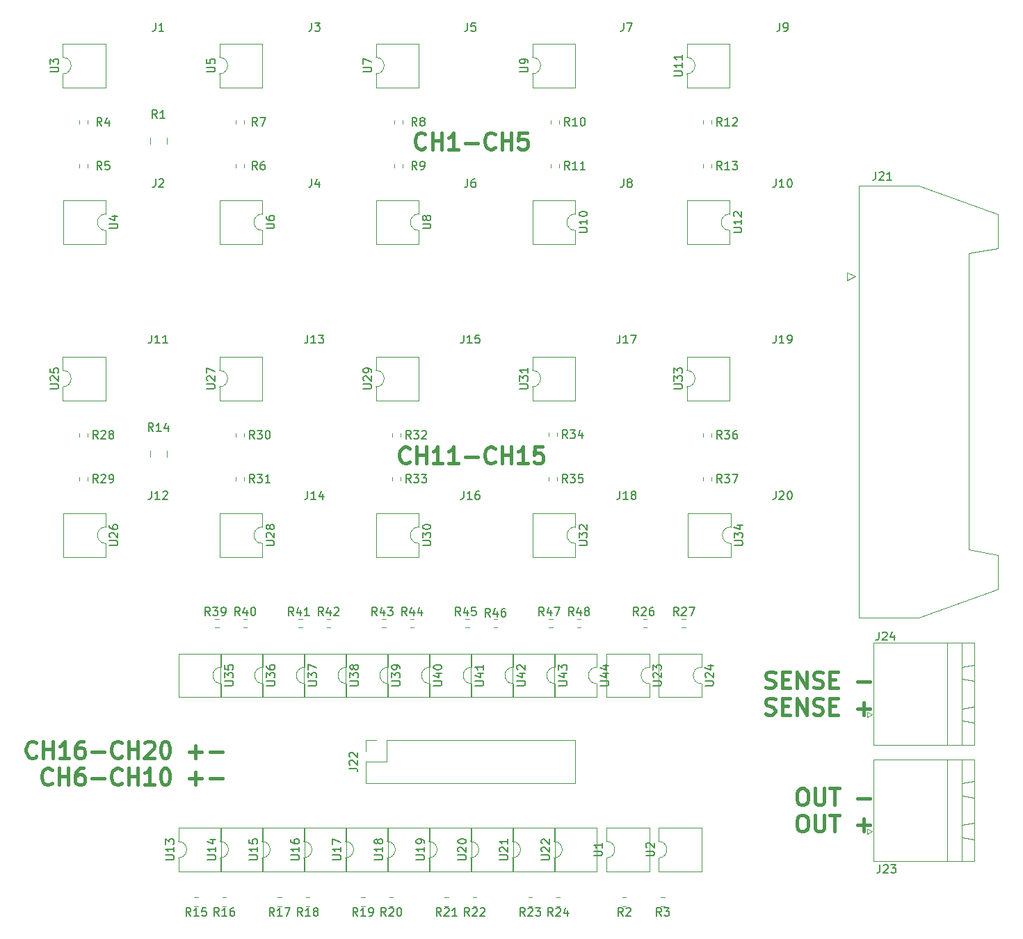
<source format=gbr>
%TF.GenerationSoftware,KiCad,Pcbnew,7.0.2-0*%
%TF.CreationDate,2023-06-06T22:37:24+02:00*%
%TF.ProjectId,scan2000_breakout,7363616e-3230-4303-905f-627265616b6f,rev?*%
%TF.SameCoordinates,Original*%
%TF.FileFunction,Legend,Top*%
%TF.FilePolarity,Positive*%
%FSLAX46Y46*%
G04 Gerber Fmt 4.6, Leading zero omitted, Abs format (unit mm)*
G04 Created by KiCad (PCBNEW 7.0.2-0) date 2023-06-06 22:37:24*
%MOMM*%
%LPD*%
G01*
G04 APERTURE LIST*
%ADD10C,0.400000*%
%ADD11C,0.150000*%
%ADD12C,0.120000*%
G04 APERTURE END LIST*
D10*
X89506952Y-48084761D02*
X89411714Y-48180000D01*
X89411714Y-48180000D02*
X89126000Y-48275238D01*
X89126000Y-48275238D02*
X88935524Y-48275238D01*
X88935524Y-48275238D02*
X88649809Y-48180000D01*
X88649809Y-48180000D02*
X88459333Y-47989523D01*
X88459333Y-47989523D02*
X88364095Y-47799047D01*
X88364095Y-47799047D02*
X88268857Y-47418095D01*
X88268857Y-47418095D02*
X88268857Y-47132380D01*
X88268857Y-47132380D02*
X88364095Y-46751428D01*
X88364095Y-46751428D02*
X88459333Y-46560952D01*
X88459333Y-46560952D02*
X88649809Y-46370476D01*
X88649809Y-46370476D02*
X88935524Y-46275238D01*
X88935524Y-46275238D02*
X89126000Y-46275238D01*
X89126000Y-46275238D02*
X89411714Y-46370476D01*
X89411714Y-46370476D02*
X89506952Y-46465714D01*
X90364095Y-48275238D02*
X90364095Y-46275238D01*
X90364095Y-47227619D02*
X91506952Y-47227619D01*
X91506952Y-48275238D02*
X91506952Y-46275238D01*
X93506952Y-48275238D02*
X92364095Y-48275238D01*
X92935523Y-48275238D02*
X92935523Y-46275238D01*
X92935523Y-46275238D02*
X92745047Y-46560952D01*
X92745047Y-46560952D02*
X92554571Y-46751428D01*
X92554571Y-46751428D02*
X92364095Y-46846666D01*
X94364095Y-47513333D02*
X95887905Y-47513333D01*
X97983142Y-48084761D02*
X97887904Y-48180000D01*
X97887904Y-48180000D02*
X97602190Y-48275238D01*
X97602190Y-48275238D02*
X97411714Y-48275238D01*
X97411714Y-48275238D02*
X97125999Y-48180000D01*
X97125999Y-48180000D02*
X96935523Y-47989523D01*
X96935523Y-47989523D02*
X96840285Y-47799047D01*
X96840285Y-47799047D02*
X96745047Y-47418095D01*
X96745047Y-47418095D02*
X96745047Y-47132380D01*
X96745047Y-47132380D02*
X96840285Y-46751428D01*
X96840285Y-46751428D02*
X96935523Y-46560952D01*
X96935523Y-46560952D02*
X97125999Y-46370476D01*
X97125999Y-46370476D02*
X97411714Y-46275238D01*
X97411714Y-46275238D02*
X97602190Y-46275238D01*
X97602190Y-46275238D02*
X97887904Y-46370476D01*
X97887904Y-46370476D02*
X97983142Y-46465714D01*
X98840285Y-48275238D02*
X98840285Y-46275238D01*
X98840285Y-47227619D02*
X99983142Y-47227619D01*
X99983142Y-48275238D02*
X99983142Y-46275238D01*
X101887904Y-46275238D02*
X100935523Y-46275238D01*
X100935523Y-46275238D02*
X100840285Y-47227619D01*
X100840285Y-47227619D02*
X100935523Y-47132380D01*
X100935523Y-47132380D02*
X101125999Y-47037142D01*
X101125999Y-47037142D02*
X101602190Y-47037142D01*
X101602190Y-47037142D02*
X101792666Y-47132380D01*
X101792666Y-47132380D02*
X101887904Y-47227619D01*
X101887904Y-47227619D02*
X101983142Y-47418095D01*
X101983142Y-47418095D02*
X101983142Y-47894285D01*
X101983142Y-47894285D02*
X101887904Y-48084761D01*
X101887904Y-48084761D02*
X101792666Y-48180000D01*
X101792666Y-48180000D02*
X101602190Y-48275238D01*
X101602190Y-48275238D02*
X101125999Y-48275238D01*
X101125999Y-48275238D02*
X100935523Y-48180000D01*
X100935523Y-48180000D02*
X100840285Y-48084761D01*
X130959642Y-113770000D02*
X131245356Y-113865238D01*
X131245356Y-113865238D02*
X131721547Y-113865238D01*
X131721547Y-113865238D02*
X131912023Y-113770000D01*
X131912023Y-113770000D02*
X132007261Y-113674761D01*
X132007261Y-113674761D02*
X132102499Y-113484285D01*
X132102499Y-113484285D02*
X132102499Y-113293809D01*
X132102499Y-113293809D02*
X132007261Y-113103333D01*
X132007261Y-113103333D02*
X131912023Y-113008095D01*
X131912023Y-113008095D02*
X131721547Y-112912857D01*
X131721547Y-112912857D02*
X131340594Y-112817619D01*
X131340594Y-112817619D02*
X131150118Y-112722380D01*
X131150118Y-112722380D02*
X131054880Y-112627142D01*
X131054880Y-112627142D02*
X130959642Y-112436666D01*
X130959642Y-112436666D02*
X130959642Y-112246190D01*
X130959642Y-112246190D02*
X131054880Y-112055714D01*
X131054880Y-112055714D02*
X131150118Y-111960476D01*
X131150118Y-111960476D02*
X131340594Y-111865238D01*
X131340594Y-111865238D02*
X131816785Y-111865238D01*
X131816785Y-111865238D02*
X132102499Y-111960476D01*
X132959642Y-112817619D02*
X133626309Y-112817619D01*
X133912023Y-113865238D02*
X132959642Y-113865238D01*
X132959642Y-113865238D02*
X132959642Y-111865238D01*
X132959642Y-111865238D02*
X133912023Y-111865238D01*
X134769166Y-113865238D02*
X134769166Y-111865238D01*
X134769166Y-111865238D02*
X135912023Y-113865238D01*
X135912023Y-113865238D02*
X135912023Y-111865238D01*
X136769166Y-113770000D02*
X137054880Y-113865238D01*
X137054880Y-113865238D02*
X137531071Y-113865238D01*
X137531071Y-113865238D02*
X137721547Y-113770000D01*
X137721547Y-113770000D02*
X137816785Y-113674761D01*
X137816785Y-113674761D02*
X137912023Y-113484285D01*
X137912023Y-113484285D02*
X137912023Y-113293809D01*
X137912023Y-113293809D02*
X137816785Y-113103333D01*
X137816785Y-113103333D02*
X137721547Y-113008095D01*
X137721547Y-113008095D02*
X137531071Y-112912857D01*
X137531071Y-112912857D02*
X137150118Y-112817619D01*
X137150118Y-112817619D02*
X136959642Y-112722380D01*
X136959642Y-112722380D02*
X136864404Y-112627142D01*
X136864404Y-112627142D02*
X136769166Y-112436666D01*
X136769166Y-112436666D02*
X136769166Y-112246190D01*
X136769166Y-112246190D02*
X136864404Y-112055714D01*
X136864404Y-112055714D02*
X136959642Y-111960476D01*
X136959642Y-111960476D02*
X137150118Y-111865238D01*
X137150118Y-111865238D02*
X137626309Y-111865238D01*
X137626309Y-111865238D02*
X137912023Y-111960476D01*
X138769166Y-112817619D02*
X139435833Y-112817619D01*
X139721547Y-113865238D02*
X138769166Y-113865238D01*
X138769166Y-113865238D02*
X138769166Y-111865238D01*
X138769166Y-111865238D02*
X139721547Y-111865238D01*
X142102500Y-113103333D02*
X143626310Y-113103333D01*
X130959642Y-117010000D02*
X131245356Y-117105238D01*
X131245356Y-117105238D02*
X131721547Y-117105238D01*
X131721547Y-117105238D02*
X131912023Y-117010000D01*
X131912023Y-117010000D02*
X132007261Y-116914761D01*
X132007261Y-116914761D02*
X132102499Y-116724285D01*
X132102499Y-116724285D02*
X132102499Y-116533809D01*
X132102499Y-116533809D02*
X132007261Y-116343333D01*
X132007261Y-116343333D02*
X131912023Y-116248095D01*
X131912023Y-116248095D02*
X131721547Y-116152857D01*
X131721547Y-116152857D02*
X131340594Y-116057619D01*
X131340594Y-116057619D02*
X131150118Y-115962380D01*
X131150118Y-115962380D02*
X131054880Y-115867142D01*
X131054880Y-115867142D02*
X130959642Y-115676666D01*
X130959642Y-115676666D02*
X130959642Y-115486190D01*
X130959642Y-115486190D02*
X131054880Y-115295714D01*
X131054880Y-115295714D02*
X131150118Y-115200476D01*
X131150118Y-115200476D02*
X131340594Y-115105238D01*
X131340594Y-115105238D02*
X131816785Y-115105238D01*
X131816785Y-115105238D02*
X132102499Y-115200476D01*
X132959642Y-116057619D02*
X133626309Y-116057619D01*
X133912023Y-117105238D02*
X132959642Y-117105238D01*
X132959642Y-117105238D02*
X132959642Y-115105238D01*
X132959642Y-115105238D02*
X133912023Y-115105238D01*
X134769166Y-117105238D02*
X134769166Y-115105238D01*
X134769166Y-115105238D02*
X135912023Y-117105238D01*
X135912023Y-117105238D02*
X135912023Y-115105238D01*
X136769166Y-117010000D02*
X137054880Y-117105238D01*
X137054880Y-117105238D02*
X137531071Y-117105238D01*
X137531071Y-117105238D02*
X137721547Y-117010000D01*
X137721547Y-117010000D02*
X137816785Y-116914761D01*
X137816785Y-116914761D02*
X137912023Y-116724285D01*
X137912023Y-116724285D02*
X137912023Y-116533809D01*
X137912023Y-116533809D02*
X137816785Y-116343333D01*
X137816785Y-116343333D02*
X137721547Y-116248095D01*
X137721547Y-116248095D02*
X137531071Y-116152857D01*
X137531071Y-116152857D02*
X137150118Y-116057619D01*
X137150118Y-116057619D02*
X136959642Y-115962380D01*
X136959642Y-115962380D02*
X136864404Y-115867142D01*
X136864404Y-115867142D02*
X136769166Y-115676666D01*
X136769166Y-115676666D02*
X136769166Y-115486190D01*
X136769166Y-115486190D02*
X136864404Y-115295714D01*
X136864404Y-115295714D02*
X136959642Y-115200476D01*
X136959642Y-115200476D02*
X137150118Y-115105238D01*
X137150118Y-115105238D02*
X137626309Y-115105238D01*
X137626309Y-115105238D02*
X137912023Y-115200476D01*
X138769166Y-116057619D02*
X139435833Y-116057619D01*
X139721547Y-117105238D02*
X138769166Y-117105238D01*
X138769166Y-117105238D02*
X138769166Y-115105238D01*
X138769166Y-115105238D02*
X139721547Y-115105238D01*
X142102500Y-116343333D02*
X143626310Y-116343333D01*
X142864405Y-117105238D02*
X142864405Y-115581428D01*
X42138143Y-122183761D02*
X42042905Y-122279000D01*
X42042905Y-122279000D02*
X41757191Y-122374238D01*
X41757191Y-122374238D02*
X41566715Y-122374238D01*
X41566715Y-122374238D02*
X41281000Y-122279000D01*
X41281000Y-122279000D02*
X41090524Y-122088523D01*
X41090524Y-122088523D02*
X40995286Y-121898047D01*
X40995286Y-121898047D02*
X40900048Y-121517095D01*
X40900048Y-121517095D02*
X40900048Y-121231380D01*
X40900048Y-121231380D02*
X40995286Y-120850428D01*
X40995286Y-120850428D02*
X41090524Y-120659952D01*
X41090524Y-120659952D02*
X41281000Y-120469476D01*
X41281000Y-120469476D02*
X41566715Y-120374238D01*
X41566715Y-120374238D02*
X41757191Y-120374238D01*
X41757191Y-120374238D02*
X42042905Y-120469476D01*
X42042905Y-120469476D02*
X42138143Y-120564714D01*
X42995286Y-122374238D02*
X42995286Y-120374238D01*
X42995286Y-121326619D02*
X44138143Y-121326619D01*
X44138143Y-122374238D02*
X44138143Y-120374238D01*
X46138143Y-122374238D02*
X44995286Y-122374238D01*
X45566714Y-122374238D02*
X45566714Y-120374238D01*
X45566714Y-120374238D02*
X45376238Y-120659952D01*
X45376238Y-120659952D02*
X45185762Y-120850428D01*
X45185762Y-120850428D02*
X44995286Y-120945666D01*
X47852429Y-120374238D02*
X47471476Y-120374238D01*
X47471476Y-120374238D02*
X47281000Y-120469476D01*
X47281000Y-120469476D02*
X47185762Y-120564714D01*
X47185762Y-120564714D02*
X46995286Y-120850428D01*
X46995286Y-120850428D02*
X46900048Y-121231380D01*
X46900048Y-121231380D02*
X46900048Y-121993285D01*
X46900048Y-121993285D02*
X46995286Y-122183761D01*
X46995286Y-122183761D02*
X47090524Y-122279000D01*
X47090524Y-122279000D02*
X47281000Y-122374238D01*
X47281000Y-122374238D02*
X47661953Y-122374238D01*
X47661953Y-122374238D02*
X47852429Y-122279000D01*
X47852429Y-122279000D02*
X47947667Y-122183761D01*
X47947667Y-122183761D02*
X48042905Y-121993285D01*
X48042905Y-121993285D02*
X48042905Y-121517095D01*
X48042905Y-121517095D02*
X47947667Y-121326619D01*
X47947667Y-121326619D02*
X47852429Y-121231380D01*
X47852429Y-121231380D02*
X47661953Y-121136142D01*
X47661953Y-121136142D02*
X47281000Y-121136142D01*
X47281000Y-121136142D02*
X47090524Y-121231380D01*
X47090524Y-121231380D02*
X46995286Y-121326619D01*
X46995286Y-121326619D02*
X46900048Y-121517095D01*
X48900048Y-121612333D02*
X50423858Y-121612333D01*
X52519095Y-122183761D02*
X52423857Y-122279000D01*
X52423857Y-122279000D02*
X52138143Y-122374238D01*
X52138143Y-122374238D02*
X51947667Y-122374238D01*
X51947667Y-122374238D02*
X51661952Y-122279000D01*
X51661952Y-122279000D02*
X51471476Y-122088523D01*
X51471476Y-122088523D02*
X51376238Y-121898047D01*
X51376238Y-121898047D02*
X51281000Y-121517095D01*
X51281000Y-121517095D02*
X51281000Y-121231380D01*
X51281000Y-121231380D02*
X51376238Y-120850428D01*
X51376238Y-120850428D02*
X51471476Y-120659952D01*
X51471476Y-120659952D02*
X51661952Y-120469476D01*
X51661952Y-120469476D02*
X51947667Y-120374238D01*
X51947667Y-120374238D02*
X52138143Y-120374238D01*
X52138143Y-120374238D02*
X52423857Y-120469476D01*
X52423857Y-120469476D02*
X52519095Y-120564714D01*
X53376238Y-122374238D02*
X53376238Y-120374238D01*
X53376238Y-121326619D02*
X54519095Y-121326619D01*
X54519095Y-122374238D02*
X54519095Y-120374238D01*
X55376238Y-120564714D02*
X55471476Y-120469476D01*
X55471476Y-120469476D02*
X55661952Y-120374238D01*
X55661952Y-120374238D02*
X56138143Y-120374238D01*
X56138143Y-120374238D02*
X56328619Y-120469476D01*
X56328619Y-120469476D02*
X56423857Y-120564714D01*
X56423857Y-120564714D02*
X56519095Y-120755190D01*
X56519095Y-120755190D02*
X56519095Y-120945666D01*
X56519095Y-120945666D02*
X56423857Y-121231380D01*
X56423857Y-121231380D02*
X55281000Y-122374238D01*
X55281000Y-122374238D02*
X56519095Y-122374238D01*
X57757190Y-120374238D02*
X57947667Y-120374238D01*
X57947667Y-120374238D02*
X58138143Y-120469476D01*
X58138143Y-120469476D02*
X58233381Y-120564714D01*
X58233381Y-120564714D02*
X58328619Y-120755190D01*
X58328619Y-120755190D02*
X58423857Y-121136142D01*
X58423857Y-121136142D02*
X58423857Y-121612333D01*
X58423857Y-121612333D02*
X58328619Y-121993285D01*
X58328619Y-121993285D02*
X58233381Y-122183761D01*
X58233381Y-122183761D02*
X58138143Y-122279000D01*
X58138143Y-122279000D02*
X57947667Y-122374238D01*
X57947667Y-122374238D02*
X57757190Y-122374238D01*
X57757190Y-122374238D02*
X57566714Y-122279000D01*
X57566714Y-122279000D02*
X57471476Y-122183761D01*
X57471476Y-122183761D02*
X57376238Y-121993285D01*
X57376238Y-121993285D02*
X57281000Y-121612333D01*
X57281000Y-121612333D02*
X57281000Y-121136142D01*
X57281000Y-121136142D02*
X57376238Y-120755190D01*
X57376238Y-120755190D02*
X57471476Y-120564714D01*
X57471476Y-120564714D02*
X57566714Y-120469476D01*
X57566714Y-120469476D02*
X57757190Y-120374238D01*
X60804810Y-121612333D02*
X62328620Y-121612333D01*
X61566715Y-122374238D02*
X61566715Y-120850428D01*
X63281000Y-121612333D02*
X64804810Y-121612333D01*
X44042905Y-125423761D02*
X43947667Y-125519000D01*
X43947667Y-125519000D02*
X43661953Y-125614238D01*
X43661953Y-125614238D02*
X43471477Y-125614238D01*
X43471477Y-125614238D02*
X43185762Y-125519000D01*
X43185762Y-125519000D02*
X42995286Y-125328523D01*
X42995286Y-125328523D02*
X42900048Y-125138047D01*
X42900048Y-125138047D02*
X42804810Y-124757095D01*
X42804810Y-124757095D02*
X42804810Y-124471380D01*
X42804810Y-124471380D02*
X42900048Y-124090428D01*
X42900048Y-124090428D02*
X42995286Y-123899952D01*
X42995286Y-123899952D02*
X43185762Y-123709476D01*
X43185762Y-123709476D02*
X43471477Y-123614238D01*
X43471477Y-123614238D02*
X43661953Y-123614238D01*
X43661953Y-123614238D02*
X43947667Y-123709476D01*
X43947667Y-123709476D02*
X44042905Y-123804714D01*
X44900048Y-125614238D02*
X44900048Y-123614238D01*
X44900048Y-124566619D02*
X46042905Y-124566619D01*
X46042905Y-125614238D02*
X46042905Y-123614238D01*
X47852429Y-123614238D02*
X47471476Y-123614238D01*
X47471476Y-123614238D02*
X47281000Y-123709476D01*
X47281000Y-123709476D02*
X47185762Y-123804714D01*
X47185762Y-123804714D02*
X46995286Y-124090428D01*
X46995286Y-124090428D02*
X46900048Y-124471380D01*
X46900048Y-124471380D02*
X46900048Y-125233285D01*
X46900048Y-125233285D02*
X46995286Y-125423761D01*
X46995286Y-125423761D02*
X47090524Y-125519000D01*
X47090524Y-125519000D02*
X47281000Y-125614238D01*
X47281000Y-125614238D02*
X47661953Y-125614238D01*
X47661953Y-125614238D02*
X47852429Y-125519000D01*
X47852429Y-125519000D02*
X47947667Y-125423761D01*
X47947667Y-125423761D02*
X48042905Y-125233285D01*
X48042905Y-125233285D02*
X48042905Y-124757095D01*
X48042905Y-124757095D02*
X47947667Y-124566619D01*
X47947667Y-124566619D02*
X47852429Y-124471380D01*
X47852429Y-124471380D02*
X47661953Y-124376142D01*
X47661953Y-124376142D02*
X47281000Y-124376142D01*
X47281000Y-124376142D02*
X47090524Y-124471380D01*
X47090524Y-124471380D02*
X46995286Y-124566619D01*
X46995286Y-124566619D02*
X46900048Y-124757095D01*
X48900048Y-124852333D02*
X50423858Y-124852333D01*
X52519095Y-125423761D02*
X52423857Y-125519000D01*
X52423857Y-125519000D02*
X52138143Y-125614238D01*
X52138143Y-125614238D02*
X51947667Y-125614238D01*
X51947667Y-125614238D02*
X51661952Y-125519000D01*
X51661952Y-125519000D02*
X51471476Y-125328523D01*
X51471476Y-125328523D02*
X51376238Y-125138047D01*
X51376238Y-125138047D02*
X51281000Y-124757095D01*
X51281000Y-124757095D02*
X51281000Y-124471380D01*
X51281000Y-124471380D02*
X51376238Y-124090428D01*
X51376238Y-124090428D02*
X51471476Y-123899952D01*
X51471476Y-123899952D02*
X51661952Y-123709476D01*
X51661952Y-123709476D02*
X51947667Y-123614238D01*
X51947667Y-123614238D02*
X52138143Y-123614238D01*
X52138143Y-123614238D02*
X52423857Y-123709476D01*
X52423857Y-123709476D02*
X52519095Y-123804714D01*
X53376238Y-125614238D02*
X53376238Y-123614238D01*
X53376238Y-124566619D02*
X54519095Y-124566619D01*
X54519095Y-125614238D02*
X54519095Y-123614238D01*
X56519095Y-125614238D02*
X55376238Y-125614238D01*
X55947666Y-125614238D02*
X55947666Y-123614238D01*
X55947666Y-123614238D02*
X55757190Y-123899952D01*
X55757190Y-123899952D02*
X55566714Y-124090428D01*
X55566714Y-124090428D02*
X55376238Y-124185666D01*
X57757190Y-123614238D02*
X57947667Y-123614238D01*
X57947667Y-123614238D02*
X58138143Y-123709476D01*
X58138143Y-123709476D02*
X58233381Y-123804714D01*
X58233381Y-123804714D02*
X58328619Y-123995190D01*
X58328619Y-123995190D02*
X58423857Y-124376142D01*
X58423857Y-124376142D02*
X58423857Y-124852333D01*
X58423857Y-124852333D02*
X58328619Y-125233285D01*
X58328619Y-125233285D02*
X58233381Y-125423761D01*
X58233381Y-125423761D02*
X58138143Y-125519000D01*
X58138143Y-125519000D02*
X57947667Y-125614238D01*
X57947667Y-125614238D02*
X57757190Y-125614238D01*
X57757190Y-125614238D02*
X57566714Y-125519000D01*
X57566714Y-125519000D02*
X57471476Y-125423761D01*
X57471476Y-125423761D02*
X57376238Y-125233285D01*
X57376238Y-125233285D02*
X57281000Y-124852333D01*
X57281000Y-124852333D02*
X57281000Y-124376142D01*
X57281000Y-124376142D02*
X57376238Y-123995190D01*
X57376238Y-123995190D02*
X57471476Y-123804714D01*
X57471476Y-123804714D02*
X57566714Y-123709476D01*
X57566714Y-123709476D02*
X57757190Y-123614238D01*
X60804810Y-124852333D02*
X62328620Y-124852333D01*
X61566715Y-125614238D02*
X61566715Y-124090428D01*
X63281000Y-124852333D02*
X64804810Y-124852333D01*
X135245356Y-126075238D02*
X135626309Y-126075238D01*
X135626309Y-126075238D02*
X135816785Y-126170476D01*
X135816785Y-126170476D02*
X136007261Y-126360952D01*
X136007261Y-126360952D02*
X136102499Y-126741904D01*
X136102499Y-126741904D02*
X136102499Y-127408571D01*
X136102499Y-127408571D02*
X136007261Y-127789523D01*
X136007261Y-127789523D02*
X135816785Y-127980000D01*
X135816785Y-127980000D02*
X135626309Y-128075238D01*
X135626309Y-128075238D02*
X135245356Y-128075238D01*
X135245356Y-128075238D02*
X135054880Y-127980000D01*
X135054880Y-127980000D02*
X134864404Y-127789523D01*
X134864404Y-127789523D02*
X134769166Y-127408571D01*
X134769166Y-127408571D02*
X134769166Y-126741904D01*
X134769166Y-126741904D02*
X134864404Y-126360952D01*
X134864404Y-126360952D02*
X135054880Y-126170476D01*
X135054880Y-126170476D02*
X135245356Y-126075238D01*
X136959642Y-126075238D02*
X136959642Y-127694285D01*
X136959642Y-127694285D02*
X137054880Y-127884761D01*
X137054880Y-127884761D02*
X137150118Y-127980000D01*
X137150118Y-127980000D02*
X137340594Y-128075238D01*
X137340594Y-128075238D02*
X137721547Y-128075238D01*
X137721547Y-128075238D02*
X137912023Y-127980000D01*
X137912023Y-127980000D02*
X138007261Y-127884761D01*
X138007261Y-127884761D02*
X138102499Y-127694285D01*
X138102499Y-127694285D02*
X138102499Y-126075238D01*
X138769166Y-126075238D02*
X139912023Y-126075238D01*
X139340594Y-128075238D02*
X139340594Y-126075238D01*
X142102500Y-127313333D02*
X143626310Y-127313333D01*
X135245356Y-129315238D02*
X135626309Y-129315238D01*
X135626309Y-129315238D02*
X135816785Y-129410476D01*
X135816785Y-129410476D02*
X136007261Y-129600952D01*
X136007261Y-129600952D02*
X136102499Y-129981904D01*
X136102499Y-129981904D02*
X136102499Y-130648571D01*
X136102499Y-130648571D02*
X136007261Y-131029523D01*
X136007261Y-131029523D02*
X135816785Y-131220000D01*
X135816785Y-131220000D02*
X135626309Y-131315238D01*
X135626309Y-131315238D02*
X135245356Y-131315238D01*
X135245356Y-131315238D02*
X135054880Y-131220000D01*
X135054880Y-131220000D02*
X134864404Y-131029523D01*
X134864404Y-131029523D02*
X134769166Y-130648571D01*
X134769166Y-130648571D02*
X134769166Y-129981904D01*
X134769166Y-129981904D02*
X134864404Y-129600952D01*
X134864404Y-129600952D02*
X135054880Y-129410476D01*
X135054880Y-129410476D02*
X135245356Y-129315238D01*
X136959642Y-129315238D02*
X136959642Y-130934285D01*
X136959642Y-130934285D02*
X137054880Y-131124761D01*
X137054880Y-131124761D02*
X137150118Y-131220000D01*
X137150118Y-131220000D02*
X137340594Y-131315238D01*
X137340594Y-131315238D02*
X137721547Y-131315238D01*
X137721547Y-131315238D02*
X137912023Y-131220000D01*
X137912023Y-131220000D02*
X138007261Y-131124761D01*
X138007261Y-131124761D02*
X138102499Y-130934285D01*
X138102499Y-130934285D02*
X138102499Y-129315238D01*
X138769166Y-129315238D02*
X139912023Y-129315238D01*
X139340594Y-131315238D02*
X139340594Y-129315238D01*
X142102500Y-130553333D02*
X143626310Y-130553333D01*
X142864405Y-131315238D02*
X142864405Y-129791428D01*
X87602190Y-86311761D02*
X87506952Y-86407000D01*
X87506952Y-86407000D02*
X87221238Y-86502238D01*
X87221238Y-86502238D02*
X87030762Y-86502238D01*
X87030762Y-86502238D02*
X86745047Y-86407000D01*
X86745047Y-86407000D02*
X86554571Y-86216523D01*
X86554571Y-86216523D02*
X86459333Y-86026047D01*
X86459333Y-86026047D02*
X86364095Y-85645095D01*
X86364095Y-85645095D02*
X86364095Y-85359380D01*
X86364095Y-85359380D02*
X86459333Y-84978428D01*
X86459333Y-84978428D02*
X86554571Y-84787952D01*
X86554571Y-84787952D02*
X86745047Y-84597476D01*
X86745047Y-84597476D02*
X87030762Y-84502238D01*
X87030762Y-84502238D02*
X87221238Y-84502238D01*
X87221238Y-84502238D02*
X87506952Y-84597476D01*
X87506952Y-84597476D02*
X87602190Y-84692714D01*
X88459333Y-86502238D02*
X88459333Y-84502238D01*
X88459333Y-85454619D02*
X89602190Y-85454619D01*
X89602190Y-86502238D02*
X89602190Y-84502238D01*
X91602190Y-86502238D02*
X90459333Y-86502238D01*
X91030761Y-86502238D02*
X91030761Y-84502238D01*
X91030761Y-84502238D02*
X90840285Y-84787952D01*
X90840285Y-84787952D02*
X90649809Y-84978428D01*
X90649809Y-84978428D02*
X90459333Y-85073666D01*
X93506952Y-86502238D02*
X92364095Y-86502238D01*
X92935523Y-86502238D02*
X92935523Y-84502238D01*
X92935523Y-84502238D02*
X92745047Y-84787952D01*
X92745047Y-84787952D02*
X92554571Y-84978428D01*
X92554571Y-84978428D02*
X92364095Y-85073666D01*
X94364095Y-85740333D02*
X95887905Y-85740333D01*
X97983142Y-86311761D02*
X97887904Y-86407000D01*
X97887904Y-86407000D02*
X97602190Y-86502238D01*
X97602190Y-86502238D02*
X97411714Y-86502238D01*
X97411714Y-86502238D02*
X97125999Y-86407000D01*
X97125999Y-86407000D02*
X96935523Y-86216523D01*
X96935523Y-86216523D02*
X96840285Y-86026047D01*
X96840285Y-86026047D02*
X96745047Y-85645095D01*
X96745047Y-85645095D02*
X96745047Y-85359380D01*
X96745047Y-85359380D02*
X96840285Y-84978428D01*
X96840285Y-84978428D02*
X96935523Y-84787952D01*
X96935523Y-84787952D02*
X97125999Y-84597476D01*
X97125999Y-84597476D02*
X97411714Y-84502238D01*
X97411714Y-84502238D02*
X97602190Y-84502238D01*
X97602190Y-84502238D02*
X97887904Y-84597476D01*
X97887904Y-84597476D02*
X97983142Y-84692714D01*
X98840285Y-86502238D02*
X98840285Y-84502238D01*
X98840285Y-85454619D02*
X99983142Y-85454619D01*
X99983142Y-86502238D02*
X99983142Y-84502238D01*
X101983142Y-86502238D02*
X100840285Y-86502238D01*
X101411713Y-86502238D02*
X101411713Y-84502238D01*
X101411713Y-84502238D02*
X101221237Y-84787952D01*
X101221237Y-84787952D02*
X101030761Y-84978428D01*
X101030761Y-84978428D02*
X100840285Y-85073666D01*
X103792666Y-84502238D02*
X102840285Y-84502238D01*
X102840285Y-84502238D02*
X102745047Y-85454619D01*
X102745047Y-85454619D02*
X102840285Y-85359380D01*
X102840285Y-85359380D02*
X103030761Y-85264142D01*
X103030761Y-85264142D02*
X103506952Y-85264142D01*
X103506952Y-85264142D02*
X103697428Y-85359380D01*
X103697428Y-85359380D02*
X103792666Y-85454619D01*
X103792666Y-85454619D02*
X103887904Y-85645095D01*
X103887904Y-85645095D02*
X103887904Y-86121285D01*
X103887904Y-86121285D02*
X103792666Y-86311761D01*
X103792666Y-86311761D02*
X103697428Y-86407000D01*
X103697428Y-86407000D02*
X103506952Y-86502238D01*
X103506952Y-86502238D02*
X103030761Y-86502238D01*
X103030761Y-86502238D02*
X102840285Y-86407000D01*
X102840285Y-86407000D02*
X102745047Y-86311761D01*
D11*
%TO.C,J10*%
X132190476Y-51892619D02*
X132190476Y-52606904D01*
X132190476Y-52606904D02*
X132142857Y-52749761D01*
X132142857Y-52749761D02*
X132047619Y-52845000D01*
X132047619Y-52845000D02*
X131904762Y-52892619D01*
X131904762Y-52892619D02*
X131809524Y-52892619D01*
X133190476Y-52892619D02*
X132619048Y-52892619D01*
X132904762Y-52892619D02*
X132904762Y-51892619D01*
X132904762Y-51892619D02*
X132809524Y-52035476D01*
X132809524Y-52035476D02*
X132714286Y-52130714D01*
X132714286Y-52130714D02*
X132619048Y-52178333D01*
X133809524Y-51892619D02*
X133904762Y-51892619D01*
X133904762Y-51892619D02*
X134000000Y-51940238D01*
X134000000Y-51940238D02*
X134047619Y-51987857D01*
X134047619Y-51987857D02*
X134095238Y-52083095D01*
X134095238Y-52083095D02*
X134142857Y-52273571D01*
X134142857Y-52273571D02*
X134142857Y-52511666D01*
X134142857Y-52511666D02*
X134095238Y-52702142D01*
X134095238Y-52702142D02*
X134047619Y-52797380D01*
X134047619Y-52797380D02*
X134000000Y-52845000D01*
X134000000Y-52845000D02*
X133904762Y-52892619D01*
X133904762Y-52892619D02*
X133809524Y-52892619D01*
X133809524Y-52892619D02*
X133714286Y-52845000D01*
X133714286Y-52845000D02*
X133666667Y-52797380D01*
X133666667Y-52797380D02*
X133619048Y-52702142D01*
X133619048Y-52702142D02*
X133571429Y-52511666D01*
X133571429Y-52511666D02*
X133571429Y-52273571D01*
X133571429Y-52273571D02*
X133619048Y-52083095D01*
X133619048Y-52083095D02*
X133666667Y-51987857D01*
X133666667Y-51987857D02*
X133714286Y-51940238D01*
X133714286Y-51940238D02*
X133809524Y-51892619D01*
%TO.C,U3*%
X43857619Y-38851904D02*
X44667142Y-38851904D01*
X44667142Y-38851904D02*
X44762380Y-38804285D01*
X44762380Y-38804285D02*
X44810000Y-38756666D01*
X44810000Y-38756666D02*
X44857619Y-38661428D01*
X44857619Y-38661428D02*
X44857619Y-38470952D01*
X44857619Y-38470952D02*
X44810000Y-38375714D01*
X44810000Y-38375714D02*
X44762380Y-38328095D01*
X44762380Y-38328095D02*
X44667142Y-38280476D01*
X44667142Y-38280476D02*
X43857619Y-38280476D01*
X43857619Y-37899523D02*
X43857619Y-37280476D01*
X43857619Y-37280476D02*
X44238571Y-37613809D01*
X44238571Y-37613809D02*
X44238571Y-37470952D01*
X44238571Y-37470952D02*
X44286190Y-37375714D01*
X44286190Y-37375714D02*
X44333809Y-37328095D01*
X44333809Y-37328095D02*
X44429047Y-37280476D01*
X44429047Y-37280476D02*
X44667142Y-37280476D01*
X44667142Y-37280476D02*
X44762380Y-37328095D01*
X44762380Y-37328095D02*
X44810000Y-37375714D01*
X44810000Y-37375714D02*
X44857619Y-37470952D01*
X44857619Y-37470952D02*
X44857619Y-37756666D01*
X44857619Y-37756666D02*
X44810000Y-37851904D01*
X44810000Y-37851904D02*
X44762380Y-37899523D01*
%TO.C,J9*%
X132666666Y-32892619D02*
X132666666Y-33606904D01*
X132666666Y-33606904D02*
X132619047Y-33749761D01*
X132619047Y-33749761D02*
X132523809Y-33845000D01*
X132523809Y-33845000D02*
X132380952Y-33892619D01*
X132380952Y-33892619D02*
X132285714Y-33892619D01*
X133190476Y-33892619D02*
X133380952Y-33892619D01*
X133380952Y-33892619D02*
X133476190Y-33845000D01*
X133476190Y-33845000D02*
X133523809Y-33797380D01*
X133523809Y-33797380D02*
X133619047Y-33654523D01*
X133619047Y-33654523D02*
X133666666Y-33464047D01*
X133666666Y-33464047D02*
X133666666Y-33083095D01*
X133666666Y-33083095D02*
X133619047Y-32987857D01*
X133619047Y-32987857D02*
X133571428Y-32940238D01*
X133571428Y-32940238D02*
X133476190Y-32892619D01*
X133476190Y-32892619D02*
X133285714Y-32892619D01*
X133285714Y-32892619D02*
X133190476Y-32940238D01*
X133190476Y-32940238D02*
X133142857Y-32987857D01*
X133142857Y-32987857D02*
X133095238Y-33083095D01*
X133095238Y-33083095D02*
X133095238Y-33321190D01*
X133095238Y-33321190D02*
X133142857Y-33416428D01*
X133142857Y-33416428D02*
X133190476Y-33464047D01*
X133190476Y-33464047D02*
X133285714Y-33511666D01*
X133285714Y-33511666D02*
X133476190Y-33511666D01*
X133476190Y-33511666D02*
X133571428Y-33464047D01*
X133571428Y-33464047D02*
X133619047Y-33416428D01*
X133619047Y-33416428D02*
X133666666Y-33321190D01*
%TO.C,J23*%
X144862476Y-135358619D02*
X144862476Y-136072904D01*
X144862476Y-136072904D02*
X144814857Y-136215761D01*
X144814857Y-136215761D02*
X144719619Y-136311000D01*
X144719619Y-136311000D02*
X144576762Y-136358619D01*
X144576762Y-136358619D02*
X144481524Y-136358619D01*
X145291048Y-135453857D02*
X145338667Y-135406238D01*
X145338667Y-135406238D02*
X145433905Y-135358619D01*
X145433905Y-135358619D02*
X145672000Y-135358619D01*
X145672000Y-135358619D02*
X145767238Y-135406238D01*
X145767238Y-135406238D02*
X145814857Y-135453857D01*
X145814857Y-135453857D02*
X145862476Y-135549095D01*
X145862476Y-135549095D02*
X145862476Y-135644333D01*
X145862476Y-135644333D02*
X145814857Y-135787190D01*
X145814857Y-135787190D02*
X145243429Y-136358619D01*
X145243429Y-136358619D02*
X145862476Y-136358619D01*
X146195810Y-135358619D02*
X146814857Y-135358619D01*
X146814857Y-135358619D02*
X146481524Y-135739571D01*
X146481524Y-135739571D02*
X146624381Y-135739571D01*
X146624381Y-135739571D02*
X146719619Y-135787190D01*
X146719619Y-135787190D02*
X146767238Y-135834809D01*
X146767238Y-135834809D02*
X146814857Y-135930047D01*
X146814857Y-135930047D02*
X146814857Y-136168142D01*
X146814857Y-136168142D02*
X146767238Y-136263380D01*
X146767238Y-136263380D02*
X146719619Y-136311000D01*
X146719619Y-136311000D02*
X146624381Y-136358619D01*
X146624381Y-136358619D02*
X146338667Y-136358619D01*
X146338667Y-136358619D02*
X146243429Y-136311000D01*
X146243429Y-136311000D02*
X146195810Y-136263380D01*
%TO.C,R29*%
X49652142Y-88860619D02*
X49318809Y-88384428D01*
X49080714Y-88860619D02*
X49080714Y-87860619D01*
X49080714Y-87860619D02*
X49461666Y-87860619D01*
X49461666Y-87860619D02*
X49556904Y-87908238D01*
X49556904Y-87908238D02*
X49604523Y-87955857D01*
X49604523Y-87955857D02*
X49652142Y-88051095D01*
X49652142Y-88051095D02*
X49652142Y-88193952D01*
X49652142Y-88193952D02*
X49604523Y-88289190D01*
X49604523Y-88289190D02*
X49556904Y-88336809D01*
X49556904Y-88336809D02*
X49461666Y-88384428D01*
X49461666Y-88384428D02*
X49080714Y-88384428D01*
X50033095Y-87955857D02*
X50080714Y-87908238D01*
X50080714Y-87908238D02*
X50175952Y-87860619D01*
X50175952Y-87860619D02*
X50414047Y-87860619D01*
X50414047Y-87860619D02*
X50509285Y-87908238D01*
X50509285Y-87908238D02*
X50556904Y-87955857D01*
X50556904Y-87955857D02*
X50604523Y-88051095D01*
X50604523Y-88051095D02*
X50604523Y-88146333D01*
X50604523Y-88146333D02*
X50556904Y-88289190D01*
X50556904Y-88289190D02*
X49985476Y-88860619D01*
X49985476Y-88860619D02*
X50604523Y-88860619D01*
X51080714Y-88860619D02*
X51271190Y-88860619D01*
X51271190Y-88860619D02*
X51366428Y-88813000D01*
X51366428Y-88813000D02*
X51414047Y-88765380D01*
X51414047Y-88765380D02*
X51509285Y-88622523D01*
X51509285Y-88622523D02*
X51556904Y-88432047D01*
X51556904Y-88432047D02*
X51556904Y-88051095D01*
X51556904Y-88051095D02*
X51509285Y-87955857D01*
X51509285Y-87955857D02*
X51461666Y-87908238D01*
X51461666Y-87908238D02*
X51366428Y-87860619D01*
X51366428Y-87860619D02*
X51175952Y-87860619D01*
X51175952Y-87860619D02*
X51080714Y-87908238D01*
X51080714Y-87908238D02*
X51033095Y-87955857D01*
X51033095Y-87955857D02*
X50985476Y-88051095D01*
X50985476Y-88051095D02*
X50985476Y-88289190D01*
X50985476Y-88289190D02*
X51033095Y-88384428D01*
X51033095Y-88384428D02*
X51080714Y-88432047D01*
X51080714Y-88432047D02*
X51175952Y-88479666D01*
X51175952Y-88479666D02*
X51366428Y-88479666D01*
X51366428Y-88479666D02*
X51461666Y-88432047D01*
X51461666Y-88432047D02*
X51509285Y-88384428D01*
X51509285Y-88384428D02*
X51556904Y-88289190D01*
%TO.C,U1*%
X110033619Y-134291904D02*
X110843142Y-134291904D01*
X110843142Y-134291904D02*
X110938380Y-134244285D01*
X110938380Y-134244285D02*
X110986000Y-134196666D01*
X110986000Y-134196666D02*
X111033619Y-134101428D01*
X111033619Y-134101428D02*
X111033619Y-133910952D01*
X111033619Y-133910952D02*
X110986000Y-133815714D01*
X110986000Y-133815714D02*
X110938380Y-133768095D01*
X110938380Y-133768095D02*
X110843142Y-133720476D01*
X110843142Y-133720476D02*
X110033619Y-133720476D01*
X111033619Y-132720476D02*
X111033619Y-133291904D01*
X111033619Y-133006190D02*
X110033619Y-133006190D01*
X110033619Y-133006190D02*
X110176476Y-133101428D01*
X110176476Y-133101428D02*
X110271714Y-133196666D01*
X110271714Y-133196666D02*
X110319333Y-133291904D01*
%TO.C,U8*%
X89173619Y-57921904D02*
X89983142Y-57921904D01*
X89983142Y-57921904D02*
X90078380Y-57874285D01*
X90078380Y-57874285D02*
X90126000Y-57826666D01*
X90126000Y-57826666D02*
X90173619Y-57731428D01*
X90173619Y-57731428D02*
X90173619Y-57540952D01*
X90173619Y-57540952D02*
X90126000Y-57445714D01*
X90126000Y-57445714D02*
X90078380Y-57398095D01*
X90078380Y-57398095D02*
X89983142Y-57350476D01*
X89983142Y-57350476D02*
X89173619Y-57350476D01*
X89602190Y-56731428D02*
X89554571Y-56826666D01*
X89554571Y-56826666D02*
X89506952Y-56874285D01*
X89506952Y-56874285D02*
X89411714Y-56921904D01*
X89411714Y-56921904D02*
X89364095Y-56921904D01*
X89364095Y-56921904D02*
X89268857Y-56874285D01*
X89268857Y-56874285D02*
X89221238Y-56826666D01*
X89221238Y-56826666D02*
X89173619Y-56731428D01*
X89173619Y-56731428D02*
X89173619Y-56540952D01*
X89173619Y-56540952D02*
X89221238Y-56445714D01*
X89221238Y-56445714D02*
X89268857Y-56398095D01*
X89268857Y-56398095D02*
X89364095Y-56350476D01*
X89364095Y-56350476D02*
X89411714Y-56350476D01*
X89411714Y-56350476D02*
X89506952Y-56398095D01*
X89506952Y-56398095D02*
X89554571Y-56445714D01*
X89554571Y-56445714D02*
X89602190Y-56540952D01*
X89602190Y-56540952D02*
X89602190Y-56731428D01*
X89602190Y-56731428D02*
X89649809Y-56826666D01*
X89649809Y-56826666D02*
X89697428Y-56874285D01*
X89697428Y-56874285D02*
X89792666Y-56921904D01*
X89792666Y-56921904D02*
X89983142Y-56921904D01*
X89983142Y-56921904D02*
X90078380Y-56874285D01*
X90078380Y-56874285D02*
X90126000Y-56826666D01*
X90126000Y-56826666D02*
X90173619Y-56731428D01*
X90173619Y-56731428D02*
X90173619Y-56540952D01*
X90173619Y-56540952D02*
X90126000Y-56445714D01*
X90126000Y-56445714D02*
X90078380Y-56398095D01*
X90078380Y-56398095D02*
X89983142Y-56350476D01*
X89983142Y-56350476D02*
X89792666Y-56350476D01*
X89792666Y-56350476D02*
X89697428Y-56398095D01*
X89697428Y-56398095D02*
X89649809Y-56445714D01*
X89649809Y-56445714D02*
X89602190Y-56540952D01*
%TO.C,J12*%
X56190476Y-89892619D02*
X56190476Y-90606904D01*
X56190476Y-90606904D02*
X56142857Y-90749761D01*
X56142857Y-90749761D02*
X56047619Y-90845000D01*
X56047619Y-90845000D02*
X55904762Y-90892619D01*
X55904762Y-90892619D02*
X55809524Y-90892619D01*
X57190476Y-90892619D02*
X56619048Y-90892619D01*
X56904762Y-90892619D02*
X56904762Y-89892619D01*
X56904762Y-89892619D02*
X56809524Y-90035476D01*
X56809524Y-90035476D02*
X56714286Y-90130714D01*
X56714286Y-90130714D02*
X56619048Y-90178333D01*
X57571429Y-89987857D02*
X57619048Y-89940238D01*
X57619048Y-89940238D02*
X57714286Y-89892619D01*
X57714286Y-89892619D02*
X57952381Y-89892619D01*
X57952381Y-89892619D02*
X58047619Y-89940238D01*
X58047619Y-89940238D02*
X58095238Y-89987857D01*
X58095238Y-89987857D02*
X58142857Y-90083095D01*
X58142857Y-90083095D02*
X58142857Y-90178333D01*
X58142857Y-90178333D02*
X58095238Y-90321190D01*
X58095238Y-90321190D02*
X57523810Y-90892619D01*
X57523810Y-90892619D02*
X58142857Y-90892619D01*
%TO.C,R47*%
X103957342Y-105040419D02*
X103624009Y-104564228D01*
X103385914Y-105040419D02*
X103385914Y-104040419D01*
X103385914Y-104040419D02*
X103766866Y-104040419D01*
X103766866Y-104040419D02*
X103862104Y-104088038D01*
X103862104Y-104088038D02*
X103909723Y-104135657D01*
X103909723Y-104135657D02*
X103957342Y-104230895D01*
X103957342Y-104230895D02*
X103957342Y-104373752D01*
X103957342Y-104373752D02*
X103909723Y-104468990D01*
X103909723Y-104468990D02*
X103862104Y-104516609D01*
X103862104Y-104516609D02*
X103766866Y-104564228D01*
X103766866Y-104564228D02*
X103385914Y-104564228D01*
X104814485Y-104373752D02*
X104814485Y-105040419D01*
X104576390Y-103992800D02*
X104338295Y-104707085D01*
X104338295Y-104707085D02*
X104957342Y-104707085D01*
X105243057Y-104040419D02*
X105909723Y-104040419D01*
X105909723Y-104040419D02*
X105481152Y-105040419D01*
%TO.C,J24*%
X144735476Y-107037619D02*
X144735476Y-107751904D01*
X144735476Y-107751904D02*
X144687857Y-107894761D01*
X144687857Y-107894761D02*
X144592619Y-107990000D01*
X144592619Y-107990000D02*
X144449762Y-108037619D01*
X144449762Y-108037619D02*
X144354524Y-108037619D01*
X145164048Y-107132857D02*
X145211667Y-107085238D01*
X145211667Y-107085238D02*
X145306905Y-107037619D01*
X145306905Y-107037619D02*
X145545000Y-107037619D01*
X145545000Y-107037619D02*
X145640238Y-107085238D01*
X145640238Y-107085238D02*
X145687857Y-107132857D01*
X145687857Y-107132857D02*
X145735476Y-107228095D01*
X145735476Y-107228095D02*
X145735476Y-107323333D01*
X145735476Y-107323333D02*
X145687857Y-107466190D01*
X145687857Y-107466190D02*
X145116429Y-108037619D01*
X145116429Y-108037619D02*
X145735476Y-108037619D01*
X146592619Y-107370952D02*
X146592619Y-108037619D01*
X146354524Y-106990000D02*
X146116429Y-107704285D01*
X146116429Y-107704285D02*
X146735476Y-107704285D01*
%TO.C,J13*%
X75190476Y-70892619D02*
X75190476Y-71606904D01*
X75190476Y-71606904D02*
X75142857Y-71749761D01*
X75142857Y-71749761D02*
X75047619Y-71845000D01*
X75047619Y-71845000D02*
X74904762Y-71892619D01*
X74904762Y-71892619D02*
X74809524Y-71892619D01*
X76190476Y-71892619D02*
X75619048Y-71892619D01*
X75904762Y-71892619D02*
X75904762Y-70892619D01*
X75904762Y-70892619D02*
X75809524Y-71035476D01*
X75809524Y-71035476D02*
X75714286Y-71130714D01*
X75714286Y-71130714D02*
X75619048Y-71178333D01*
X76523810Y-70892619D02*
X77142857Y-70892619D01*
X77142857Y-70892619D02*
X76809524Y-71273571D01*
X76809524Y-71273571D02*
X76952381Y-71273571D01*
X76952381Y-71273571D02*
X77047619Y-71321190D01*
X77047619Y-71321190D02*
X77095238Y-71368809D01*
X77095238Y-71368809D02*
X77142857Y-71464047D01*
X77142857Y-71464047D02*
X77142857Y-71702142D01*
X77142857Y-71702142D02*
X77095238Y-71797380D01*
X77095238Y-71797380D02*
X77047619Y-71845000D01*
X77047619Y-71845000D02*
X76952381Y-71892619D01*
X76952381Y-71892619D02*
X76666667Y-71892619D01*
X76666667Y-71892619D02*
X76571429Y-71845000D01*
X76571429Y-71845000D02*
X76523810Y-71797380D01*
%TO.C,R18*%
X74557342Y-141612619D02*
X74224009Y-141136428D01*
X73985914Y-141612619D02*
X73985914Y-140612619D01*
X73985914Y-140612619D02*
X74366866Y-140612619D01*
X74366866Y-140612619D02*
X74462104Y-140660238D01*
X74462104Y-140660238D02*
X74509723Y-140707857D01*
X74509723Y-140707857D02*
X74557342Y-140803095D01*
X74557342Y-140803095D02*
X74557342Y-140945952D01*
X74557342Y-140945952D02*
X74509723Y-141041190D01*
X74509723Y-141041190D02*
X74462104Y-141088809D01*
X74462104Y-141088809D02*
X74366866Y-141136428D01*
X74366866Y-141136428D02*
X73985914Y-141136428D01*
X75509723Y-141612619D02*
X74938295Y-141612619D01*
X75224009Y-141612619D02*
X75224009Y-140612619D01*
X75224009Y-140612619D02*
X75128771Y-140755476D01*
X75128771Y-140755476D02*
X75033533Y-140850714D01*
X75033533Y-140850714D02*
X74938295Y-140898333D01*
X76081152Y-141041190D02*
X75985914Y-140993571D01*
X75985914Y-140993571D02*
X75938295Y-140945952D01*
X75938295Y-140945952D02*
X75890676Y-140850714D01*
X75890676Y-140850714D02*
X75890676Y-140803095D01*
X75890676Y-140803095D02*
X75938295Y-140707857D01*
X75938295Y-140707857D02*
X75985914Y-140660238D01*
X75985914Y-140660238D02*
X76081152Y-140612619D01*
X76081152Y-140612619D02*
X76271628Y-140612619D01*
X76271628Y-140612619D02*
X76366866Y-140660238D01*
X76366866Y-140660238D02*
X76414485Y-140707857D01*
X76414485Y-140707857D02*
X76462104Y-140803095D01*
X76462104Y-140803095D02*
X76462104Y-140850714D01*
X76462104Y-140850714D02*
X76414485Y-140945952D01*
X76414485Y-140945952D02*
X76366866Y-140993571D01*
X76366866Y-140993571D02*
X76271628Y-141041190D01*
X76271628Y-141041190D02*
X76081152Y-141041190D01*
X76081152Y-141041190D02*
X75985914Y-141088809D01*
X75985914Y-141088809D02*
X75938295Y-141136428D01*
X75938295Y-141136428D02*
X75890676Y-141231666D01*
X75890676Y-141231666D02*
X75890676Y-141422142D01*
X75890676Y-141422142D02*
X75938295Y-141517380D01*
X75938295Y-141517380D02*
X75985914Y-141565000D01*
X75985914Y-141565000D02*
X76081152Y-141612619D01*
X76081152Y-141612619D02*
X76271628Y-141612619D01*
X76271628Y-141612619D02*
X76366866Y-141565000D01*
X76366866Y-141565000D02*
X76414485Y-141517380D01*
X76414485Y-141517380D02*
X76462104Y-141422142D01*
X76462104Y-141422142D02*
X76462104Y-141231666D01*
X76462104Y-141231666D02*
X76414485Y-141136428D01*
X76414485Y-141136428D02*
X76366866Y-141088809D01*
X76366866Y-141088809D02*
X76271628Y-141041190D01*
%TO.C,U22*%
X103637819Y-134768094D02*
X104447342Y-134768094D01*
X104447342Y-134768094D02*
X104542580Y-134720475D01*
X104542580Y-134720475D02*
X104590200Y-134672856D01*
X104590200Y-134672856D02*
X104637819Y-134577618D01*
X104637819Y-134577618D02*
X104637819Y-134387142D01*
X104637819Y-134387142D02*
X104590200Y-134291904D01*
X104590200Y-134291904D02*
X104542580Y-134244285D01*
X104542580Y-134244285D02*
X104447342Y-134196666D01*
X104447342Y-134196666D02*
X103637819Y-134196666D01*
X103733057Y-133768094D02*
X103685438Y-133720475D01*
X103685438Y-133720475D02*
X103637819Y-133625237D01*
X103637819Y-133625237D02*
X103637819Y-133387142D01*
X103637819Y-133387142D02*
X103685438Y-133291904D01*
X103685438Y-133291904D02*
X103733057Y-133244285D01*
X103733057Y-133244285D02*
X103828295Y-133196666D01*
X103828295Y-133196666D02*
X103923533Y-133196666D01*
X103923533Y-133196666D02*
X104066390Y-133244285D01*
X104066390Y-133244285D02*
X104637819Y-133815713D01*
X104637819Y-133815713D02*
X104637819Y-133196666D01*
X103733057Y-132815713D02*
X103685438Y-132768094D01*
X103685438Y-132768094D02*
X103637819Y-132672856D01*
X103637819Y-132672856D02*
X103637819Y-132434761D01*
X103637819Y-132434761D02*
X103685438Y-132339523D01*
X103685438Y-132339523D02*
X103733057Y-132291904D01*
X103733057Y-132291904D02*
X103828295Y-132244285D01*
X103828295Y-132244285D02*
X103923533Y-132244285D01*
X103923533Y-132244285D02*
X104066390Y-132291904D01*
X104066390Y-132291904D02*
X104637819Y-132863332D01*
X104637819Y-132863332D02*
X104637819Y-132244285D01*
%TO.C,J7*%
X113666666Y-32892619D02*
X113666666Y-33606904D01*
X113666666Y-33606904D02*
X113619047Y-33749761D01*
X113619047Y-33749761D02*
X113523809Y-33845000D01*
X113523809Y-33845000D02*
X113380952Y-33892619D01*
X113380952Y-33892619D02*
X113285714Y-33892619D01*
X114047619Y-32892619D02*
X114714285Y-32892619D01*
X114714285Y-32892619D02*
X114285714Y-33892619D01*
%TO.C,R21*%
X91447342Y-141612619D02*
X91114009Y-141136428D01*
X90875914Y-141612619D02*
X90875914Y-140612619D01*
X90875914Y-140612619D02*
X91256866Y-140612619D01*
X91256866Y-140612619D02*
X91352104Y-140660238D01*
X91352104Y-140660238D02*
X91399723Y-140707857D01*
X91399723Y-140707857D02*
X91447342Y-140803095D01*
X91447342Y-140803095D02*
X91447342Y-140945952D01*
X91447342Y-140945952D02*
X91399723Y-141041190D01*
X91399723Y-141041190D02*
X91352104Y-141088809D01*
X91352104Y-141088809D02*
X91256866Y-141136428D01*
X91256866Y-141136428D02*
X90875914Y-141136428D01*
X91828295Y-140707857D02*
X91875914Y-140660238D01*
X91875914Y-140660238D02*
X91971152Y-140612619D01*
X91971152Y-140612619D02*
X92209247Y-140612619D01*
X92209247Y-140612619D02*
X92304485Y-140660238D01*
X92304485Y-140660238D02*
X92352104Y-140707857D01*
X92352104Y-140707857D02*
X92399723Y-140803095D01*
X92399723Y-140803095D02*
X92399723Y-140898333D01*
X92399723Y-140898333D02*
X92352104Y-141041190D01*
X92352104Y-141041190D02*
X91780676Y-141612619D01*
X91780676Y-141612619D02*
X92399723Y-141612619D01*
X93352104Y-141612619D02*
X92780676Y-141612619D01*
X93066390Y-141612619D02*
X93066390Y-140612619D01*
X93066390Y-140612619D02*
X92971152Y-140755476D01*
X92971152Y-140755476D02*
X92875914Y-140850714D01*
X92875914Y-140850714D02*
X92780676Y-140898333D01*
%TO.C,R42*%
X77097342Y-105040419D02*
X76764009Y-104564228D01*
X76525914Y-105040419D02*
X76525914Y-104040419D01*
X76525914Y-104040419D02*
X76906866Y-104040419D01*
X76906866Y-104040419D02*
X77002104Y-104088038D01*
X77002104Y-104088038D02*
X77049723Y-104135657D01*
X77049723Y-104135657D02*
X77097342Y-104230895D01*
X77097342Y-104230895D02*
X77097342Y-104373752D01*
X77097342Y-104373752D02*
X77049723Y-104468990D01*
X77049723Y-104468990D02*
X77002104Y-104516609D01*
X77002104Y-104516609D02*
X76906866Y-104564228D01*
X76906866Y-104564228D02*
X76525914Y-104564228D01*
X77954485Y-104373752D02*
X77954485Y-105040419D01*
X77716390Y-103992800D02*
X77478295Y-104707085D01*
X77478295Y-104707085D02*
X78097342Y-104707085D01*
X78430676Y-104135657D02*
X78478295Y-104088038D01*
X78478295Y-104088038D02*
X78573533Y-104040419D01*
X78573533Y-104040419D02*
X78811628Y-104040419D01*
X78811628Y-104040419D02*
X78906866Y-104088038D01*
X78906866Y-104088038D02*
X78954485Y-104135657D01*
X78954485Y-104135657D02*
X79002104Y-104230895D01*
X79002104Y-104230895D02*
X79002104Y-104326133D01*
X79002104Y-104326133D02*
X78954485Y-104468990D01*
X78954485Y-104468990D02*
X78383057Y-105040419D01*
X78383057Y-105040419D02*
X79002104Y-105040419D01*
%TO.C,R2*%
X113564333Y-141612619D02*
X113231000Y-141136428D01*
X112992905Y-141612619D02*
X112992905Y-140612619D01*
X112992905Y-140612619D02*
X113373857Y-140612619D01*
X113373857Y-140612619D02*
X113469095Y-140660238D01*
X113469095Y-140660238D02*
X113516714Y-140707857D01*
X113516714Y-140707857D02*
X113564333Y-140803095D01*
X113564333Y-140803095D02*
X113564333Y-140945952D01*
X113564333Y-140945952D02*
X113516714Y-141041190D01*
X113516714Y-141041190D02*
X113469095Y-141088809D01*
X113469095Y-141088809D02*
X113373857Y-141136428D01*
X113373857Y-141136428D02*
X112992905Y-141136428D01*
X113945286Y-140707857D02*
X113992905Y-140660238D01*
X113992905Y-140660238D02*
X114088143Y-140612619D01*
X114088143Y-140612619D02*
X114326238Y-140612619D01*
X114326238Y-140612619D02*
X114421476Y-140660238D01*
X114421476Y-140660238D02*
X114469095Y-140707857D01*
X114469095Y-140707857D02*
X114516714Y-140803095D01*
X114516714Y-140803095D02*
X114516714Y-140898333D01*
X114516714Y-140898333D02*
X114469095Y-141041190D01*
X114469095Y-141041190D02*
X113897667Y-141612619D01*
X113897667Y-141612619D02*
X114516714Y-141612619D01*
%TO.C,R12*%
X125598142Y-45426619D02*
X125264809Y-44950428D01*
X125026714Y-45426619D02*
X125026714Y-44426619D01*
X125026714Y-44426619D02*
X125407666Y-44426619D01*
X125407666Y-44426619D02*
X125502904Y-44474238D01*
X125502904Y-44474238D02*
X125550523Y-44521857D01*
X125550523Y-44521857D02*
X125598142Y-44617095D01*
X125598142Y-44617095D02*
X125598142Y-44759952D01*
X125598142Y-44759952D02*
X125550523Y-44855190D01*
X125550523Y-44855190D02*
X125502904Y-44902809D01*
X125502904Y-44902809D02*
X125407666Y-44950428D01*
X125407666Y-44950428D02*
X125026714Y-44950428D01*
X126550523Y-45426619D02*
X125979095Y-45426619D01*
X126264809Y-45426619D02*
X126264809Y-44426619D01*
X126264809Y-44426619D02*
X126169571Y-44569476D01*
X126169571Y-44569476D02*
X126074333Y-44664714D01*
X126074333Y-44664714D02*
X125979095Y-44712333D01*
X126931476Y-44521857D02*
X126979095Y-44474238D01*
X126979095Y-44474238D02*
X127074333Y-44426619D01*
X127074333Y-44426619D02*
X127312428Y-44426619D01*
X127312428Y-44426619D02*
X127407666Y-44474238D01*
X127407666Y-44474238D02*
X127455285Y-44521857D01*
X127455285Y-44521857D02*
X127502904Y-44617095D01*
X127502904Y-44617095D02*
X127502904Y-44712333D01*
X127502904Y-44712333D02*
X127455285Y-44855190D01*
X127455285Y-44855190D02*
X126883857Y-45426619D01*
X126883857Y-45426619D02*
X127502904Y-45426619D01*
%TO.C,U35*%
X65117819Y-113562894D02*
X65927342Y-113562894D01*
X65927342Y-113562894D02*
X66022580Y-113515275D01*
X66022580Y-113515275D02*
X66070200Y-113467656D01*
X66070200Y-113467656D02*
X66117819Y-113372418D01*
X66117819Y-113372418D02*
X66117819Y-113181942D01*
X66117819Y-113181942D02*
X66070200Y-113086704D01*
X66070200Y-113086704D02*
X66022580Y-113039085D01*
X66022580Y-113039085D02*
X65927342Y-112991466D01*
X65927342Y-112991466D02*
X65117819Y-112991466D01*
X65117819Y-112610513D02*
X65117819Y-111991466D01*
X65117819Y-111991466D02*
X65498771Y-112324799D01*
X65498771Y-112324799D02*
X65498771Y-112181942D01*
X65498771Y-112181942D02*
X65546390Y-112086704D01*
X65546390Y-112086704D02*
X65594009Y-112039085D01*
X65594009Y-112039085D02*
X65689247Y-111991466D01*
X65689247Y-111991466D02*
X65927342Y-111991466D01*
X65927342Y-111991466D02*
X66022580Y-112039085D01*
X66022580Y-112039085D02*
X66070200Y-112086704D01*
X66070200Y-112086704D02*
X66117819Y-112181942D01*
X66117819Y-112181942D02*
X66117819Y-112467656D01*
X66117819Y-112467656D02*
X66070200Y-112562894D01*
X66070200Y-112562894D02*
X66022580Y-112610513D01*
X65117819Y-111086704D02*
X65117819Y-111562894D01*
X65117819Y-111562894D02*
X65594009Y-111610513D01*
X65594009Y-111610513D02*
X65546390Y-111562894D01*
X65546390Y-111562894D02*
X65498771Y-111467656D01*
X65498771Y-111467656D02*
X65498771Y-111229561D01*
X65498771Y-111229561D02*
X65546390Y-111134323D01*
X65546390Y-111134323D02*
X65594009Y-111086704D01*
X65594009Y-111086704D02*
X65689247Y-111039085D01*
X65689247Y-111039085D02*
X65927342Y-111039085D01*
X65927342Y-111039085D02*
X66022580Y-111086704D01*
X66022580Y-111086704D02*
X66070200Y-111134323D01*
X66070200Y-111134323D02*
X66117819Y-111229561D01*
X66117819Y-111229561D02*
X66117819Y-111467656D01*
X66117819Y-111467656D02*
X66070200Y-111562894D01*
X66070200Y-111562894D02*
X66022580Y-111610513D01*
%TO.C,U29*%
X81963619Y-77428094D02*
X82773142Y-77428094D01*
X82773142Y-77428094D02*
X82868380Y-77380475D01*
X82868380Y-77380475D02*
X82916000Y-77332856D01*
X82916000Y-77332856D02*
X82963619Y-77237618D01*
X82963619Y-77237618D02*
X82963619Y-77047142D01*
X82963619Y-77047142D02*
X82916000Y-76951904D01*
X82916000Y-76951904D02*
X82868380Y-76904285D01*
X82868380Y-76904285D02*
X82773142Y-76856666D01*
X82773142Y-76856666D02*
X81963619Y-76856666D01*
X82058857Y-76428094D02*
X82011238Y-76380475D01*
X82011238Y-76380475D02*
X81963619Y-76285237D01*
X81963619Y-76285237D02*
X81963619Y-76047142D01*
X81963619Y-76047142D02*
X82011238Y-75951904D01*
X82011238Y-75951904D02*
X82058857Y-75904285D01*
X82058857Y-75904285D02*
X82154095Y-75856666D01*
X82154095Y-75856666D02*
X82249333Y-75856666D01*
X82249333Y-75856666D02*
X82392190Y-75904285D01*
X82392190Y-75904285D02*
X82963619Y-76475713D01*
X82963619Y-76475713D02*
X82963619Y-75856666D01*
X82963619Y-75380475D02*
X82963619Y-75189999D01*
X82963619Y-75189999D02*
X82916000Y-75094761D01*
X82916000Y-75094761D02*
X82868380Y-75047142D01*
X82868380Y-75047142D02*
X82725523Y-74951904D01*
X82725523Y-74951904D02*
X82535047Y-74904285D01*
X82535047Y-74904285D02*
X82154095Y-74904285D01*
X82154095Y-74904285D02*
X82058857Y-74951904D01*
X82058857Y-74951904D02*
X82011238Y-74999523D01*
X82011238Y-74999523D02*
X81963619Y-75094761D01*
X81963619Y-75094761D02*
X81963619Y-75285237D01*
X81963619Y-75285237D02*
X82011238Y-75380475D01*
X82011238Y-75380475D02*
X82058857Y-75428094D01*
X82058857Y-75428094D02*
X82154095Y-75475713D01*
X82154095Y-75475713D02*
X82392190Y-75475713D01*
X82392190Y-75475713D02*
X82487428Y-75428094D01*
X82487428Y-75428094D02*
X82535047Y-75380475D01*
X82535047Y-75380475D02*
X82582666Y-75285237D01*
X82582666Y-75285237D02*
X82582666Y-75094761D01*
X82582666Y-75094761D02*
X82535047Y-74999523D01*
X82535047Y-74999523D02*
X82487428Y-74951904D01*
X82487428Y-74951904D02*
X82392190Y-74904285D01*
%TO.C,U9*%
X101013619Y-38851904D02*
X101823142Y-38851904D01*
X101823142Y-38851904D02*
X101918380Y-38804285D01*
X101918380Y-38804285D02*
X101966000Y-38756666D01*
X101966000Y-38756666D02*
X102013619Y-38661428D01*
X102013619Y-38661428D02*
X102013619Y-38470952D01*
X102013619Y-38470952D02*
X101966000Y-38375714D01*
X101966000Y-38375714D02*
X101918380Y-38328095D01*
X101918380Y-38328095D02*
X101823142Y-38280476D01*
X101823142Y-38280476D02*
X101013619Y-38280476D01*
X102013619Y-37756666D02*
X102013619Y-37566190D01*
X102013619Y-37566190D02*
X101966000Y-37470952D01*
X101966000Y-37470952D02*
X101918380Y-37423333D01*
X101918380Y-37423333D02*
X101775523Y-37328095D01*
X101775523Y-37328095D02*
X101585047Y-37280476D01*
X101585047Y-37280476D02*
X101204095Y-37280476D01*
X101204095Y-37280476D02*
X101108857Y-37328095D01*
X101108857Y-37328095D02*
X101061238Y-37375714D01*
X101061238Y-37375714D02*
X101013619Y-37470952D01*
X101013619Y-37470952D02*
X101013619Y-37661428D01*
X101013619Y-37661428D02*
X101061238Y-37756666D01*
X101061238Y-37756666D02*
X101108857Y-37804285D01*
X101108857Y-37804285D02*
X101204095Y-37851904D01*
X101204095Y-37851904D02*
X101442190Y-37851904D01*
X101442190Y-37851904D02*
X101537428Y-37804285D01*
X101537428Y-37804285D02*
X101585047Y-37756666D01*
X101585047Y-37756666D02*
X101632666Y-37661428D01*
X101632666Y-37661428D02*
X101632666Y-37470952D01*
X101632666Y-37470952D02*
X101585047Y-37375714D01*
X101585047Y-37375714D02*
X101537428Y-37328095D01*
X101537428Y-37328095D02*
X101442190Y-37280476D01*
%TO.C,U42*%
X100677819Y-113562894D02*
X101487342Y-113562894D01*
X101487342Y-113562894D02*
X101582580Y-113515275D01*
X101582580Y-113515275D02*
X101630200Y-113467656D01*
X101630200Y-113467656D02*
X101677819Y-113372418D01*
X101677819Y-113372418D02*
X101677819Y-113181942D01*
X101677819Y-113181942D02*
X101630200Y-113086704D01*
X101630200Y-113086704D02*
X101582580Y-113039085D01*
X101582580Y-113039085D02*
X101487342Y-112991466D01*
X101487342Y-112991466D02*
X100677819Y-112991466D01*
X101011152Y-112086704D02*
X101677819Y-112086704D01*
X100630200Y-112324799D02*
X101344485Y-112562894D01*
X101344485Y-112562894D02*
X101344485Y-111943847D01*
X100773057Y-111610513D02*
X100725438Y-111562894D01*
X100725438Y-111562894D02*
X100677819Y-111467656D01*
X100677819Y-111467656D02*
X100677819Y-111229561D01*
X100677819Y-111229561D02*
X100725438Y-111134323D01*
X100725438Y-111134323D02*
X100773057Y-111086704D01*
X100773057Y-111086704D02*
X100868295Y-111039085D01*
X100868295Y-111039085D02*
X100963533Y-111039085D01*
X100963533Y-111039085D02*
X101106390Y-111086704D01*
X101106390Y-111086704D02*
X101677819Y-111658132D01*
X101677819Y-111658132D02*
X101677819Y-111039085D01*
%TO.C,R36*%
X125598142Y-83526619D02*
X125264809Y-83050428D01*
X125026714Y-83526619D02*
X125026714Y-82526619D01*
X125026714Y-82526619D02*
X125407666Y-82526619D01*
X125407666Y-82526619D02*
X125502904Y-82574238D01*
X125502904Y-82574238D02*
X125550523Y-82621857D01*
X125550523Y-82621857D02*
X125598142Y-82717095D01*
X125598142Y-82717095D02*
X125598142Y-82859952D01*
X125598142Y-82859952D02*
X125550523Y-82955190D01*
X125550523Y-82955190D02*
X125502904Y-83002809D01*
X125502904Y-83002809D02*
X125407666Y-83050428D01*
X125407666Y-83050428D02*
X125026714Y-83050428D01*
X125931476Y-82526619D02*
X126550523Y-82526619D01*
X126550523Y-82526619D02*
X126217190Y-82907571D01*
X126217190Y-82907571D02*
X126360047Y-82907571D01*
X126360047Y-82907571D02*
X126455285Y-82955190D01*
X126455285Y-82955190D02*
X126502904Y-83002809D01*
X126502904Y-83002809D02*
X126550523Y-83098047D01*
X126550523Y-83098047D02*
X126550523Y-83336142D01*
X126550523Y-83336142D02*
X126502904Y-83431380D01*
X126502904Y-83431380D02*
X126455285Y-83479000D01*
X126455285Y-83479000D02*
X126360047Y-83526619D01*
X126360047Y-83526619D02*
X126074333Y-83526619D01*
X126074333Y-83526619D02*
X125979095Y-83479000D01*
X125979095Y-83479000D02*
X125931476Y-83431380D01*
X127407666Y-82526619D02*
X127217190Y-82526619D01*
X127217190Y-82526619D02*
X127121952Y-82574238D01*
X127121952Y-82574238D02*
X127074333Y-82621857D01*
X127074333Y-82621857D02*
X126979095Y-82764714D01*
X126979095Y-82764714D02*
X126931476Y-82955190D01*
X126931476Y-82955190D02*
X126931476Y-83336142D01*
X126931476Y-83336142D02*
X126979095Y-83431380D01*
X126979095Y-83431380D02*
X127026714Y-83479000D01*
X127026714Y-83479000D02*
X127121952Y-83526619D01*
X127121952Y-83526619D02*
X127312428Y-83526619D01*
X127312428Y-83526619D02*
X127407666Y-83479000D01*
X127407666Y-83479000D02*
X127455285Y-83431380D01*
X127455285Y-83431380D02*
X127502904Y-83336142D01*
X127502904Y-83336142D02*
X127502904Y-83098047D01*
X127502904Y-83098047D02*
X127455285Y-83002809D01*
X127455285Y-83002809D02*
X127407666Y-82955190D01*
X127407666Y-82955190D02*
X127312428Y-82907571D01*
X127312428Y-82907571D02*
X127121952Y-82907571D01*
X127121952Y-82907571D02*
X127026714Y-82955190D01*
X127026714Y-82955190D02*
X126979095Y-83002809D01*
X126979095Y-83002809D02*
X126931476Y-83098047D01*
%TO.C,U31*%
X101013619Y-77428094D02*
X101823142Y-77428094D01*
X101823142Y-77428094D02*
X101918380Y-77380475D01*
X101918380Y-77380475D02*
X101966000Y-77332856D01*
X101966000Y-77332856D02*
X102013619Y-77237618D01*
X102013619Y-77237618D02*
X102013619Y-77047142D01*
X102013619Y-77047142D02*
X101966000Y-76951904D01*
X101966000Y-76951904D02*
X101918380Y-76904285D01*
X101918380Y-76904285D02*
X101823142Y-76856666D01*
X101823142Y-76856666D02*
X101013619Y-76856666D01*
X101013619Y-76475713D02*
X101013619Y-75856666D01*
X101013619Y-75856666D02*
X101394571Y-76189999D01*
X101394571Y-76189999D02*
X101394571Y-76047142D01*
X101394571Y-76047142D02*
X101442190Y-75951904D01*
X101442190Y-75951904D02*
X101489809Y-75904285D01*
X101489809Y-75904285D02*
X101585047Y-75856666D01*
X101585047Y-75856666D02*
X101823142Y-75856666D01*
X101823142Y-75856666D02*
X101918380Y-75904285D01*
X101918380Y-75904285D02*
X101966000Y-75951904D01*
X101966000Y-75951904D02*
X102013619Y-76047142D01*
X102013619Y-76047142D02*
X102013619Y-76332856D01*
X102013619Y-76332856D02*
X101966000Y-76428094D01*
X101966000Y-76428094D02*
X101918380Y-76475713D01*
X102013619Y-74904285D02*
X102013619Y-75475713D01*
X102013619Y-75189999D02*
X101013619Y-75189999D01*
X101013619Y-75189999D02*
X101156476Y-75285237D01*
X101156476Y-75285237D02*
X101251714Y-75380475D01*
X101251714Y-75380475D02*
X101299333Y-75475713D01*
%TO.C,R34*%
X106802142Y-83463619D02*
X106468809Y-82987428D01*
X106230714Y-83463619D02*
X106230714Y-82463619D01*
X106230714Y-82463619D02*
X106611666Y-82463619D01*
X106611666Y-82463619D02*
X106706904Y-82511238D01*
X106706904Y-82511238D02*
X106754523Y-82558857D01*
X106754523Y-82558857D02*
X106802142Y-82654095D01*
X106802142Y-82654095D02*
X106802142Y-82796952D01*
X106802142Y-82796952D02*
X106754523Y-82892190D01*
X106754523Y-82892190D02*
X106706904Y-82939809D01*
X106706904Y-82939809D02*
X106611666Y-82987428D01*
X106611666Y-82987428D02*
X106230714Y-82987428D01*
X107135476Y-82463619D02*
X107754523Y-82463619D01*
X107754523Y-82463619D02*
X107421190Y-82844571D01*
X107421190Y-82844571D02*
X107564047Y-82844571D01*
X107564047Y-82844571D02*
X107659285Y-82892190D01*
X107659285Y-82892190D02*
X107706904Y-82939809D01*
X107706904Y-82939809D02*
X107754523Y-83035047D01*
X107754523Y-83035047D02*
X107754523Y-83273142D01*
X107754523Y-83273142D02*
X107706904Y-83368380D01*
X107706904Y-83368380D02*
X107659285Y-83416000D01*
X107659285Y-83416000D02*
X107564047Y-83463619D01*
X107564047Y-83463619D02*
X107278333Y-83463619D01*
X107278333Y-83463619D02*
X107183095Y-83416000D01*
X107183095Y-83416000D02*
X107135476Y-83368380D01*
X108611666Y-82796952D02*
X108611666Y-83463619D01*
X108373571Y-82416000D02*
X108135476Y-83130285D01*
X108135476Y-83130285D02*
X108754523Y-83130285D01*
%TO.C,U17*%
X78237819Y-134768094D02*
X79047342Y-134768094D01*
X79047342Y-134768094D02*
X79142580Y-134720475D01*
X79142580Y-134720475D02*
X79190200Y-134672856D01*
X79190200Y-134672856D02*
X79237819Y-134577618D01*
X79237819Y-134577618D02*
X79237819Y-134387142D01*
X79237819Y-134387142D02*
X79190200Y-134291904D01*
X79190200Y-134291904D02*
X79142580Y-134244285D01*
X79142580Y-134244285D02*
X79047342Y-134196666D01*
X79047342Y-134196666D02*
X78237819Y-134196666D01*
X79237819Y-133196666D02*
X79237819Y-133768094D01*
X79237819Y-133482380D02*
X78237819Y-133482380D01*
X78237819Y-133482380D02*
X78380676Y-133577618D01*
X78380676Y-133577618D02*
X78475914Y-133672856D01*
X78475914Y-133672856D02*
X78523533Y-133768094D01*
X78237819Y-132863332D02*
X78237819Y-132196666D01*
X78237819Y-132196666D02*
X79237819Y-132625237D01*
%TO.C,U44*%
X110837819Y-113562894D02*
X111647342Y-113562894D01*
X111647342Y-113562894D02*
X111742580Y-113515275D01*
X111742580Y-113515275D02*
X111790200Y-113467656D01*
X111790200Y-113467656D02*
X111837819Y-113372418D01*
X111837819Y-113372418D02*
X111837819Y-113181942D01*
X111837819Y-113181942D02*
X111790200Y-113086704D01*
X111790200Y-113086704D02*
X111742580Y-113039085D01*
X111742580Y-113039085D02*
X111647342Y-112991466D01*
X111647342Y-112991466D02*
X110837819Y-112991466D01*
X111171152Y-112086704D02*
X111837819Y-112086704D01*
X110790200Y-112324799D02*
X111504485Y-112562894D01*
X111504485Y-112562894D02*
X111504485Y-111943847D01*
X111171152Y-111134323D02*
X111837819Y-111134323D01*
X110790200Y-111372418D02*
X111504485Y-111610513D01*
X111504485Y-111610513D02*
X111504485Y-110991466D01*
%TO.C,R30*%
X68702142Y-83526619D02*
X68368809Y-83050428D01*
X68130714Y-83526619D02*
X68130714Y-82526619D01*
X68130714Y-82526619D02*
X68511666Y-82526619D01*
X68511666Y-82526619D02*
X68606904Y-82574238D01*
X68606904Y-82574238D02*
X68654523Y-82621857D01*
X68654523Y-82621857D02*
X68702142Y-82717095D01*
X68702142Y-82717095D02*
X68702142Y-82859952D01*
X68702142Y-82859952D02*
X68654523Y-82955190D01*
X68654523Y-82955190D02*
X68606904Y-83002809D01*
X68606904Y-83002809D02*
X68511666Y-83050428D01*
X68511666Y-83050428D02*
X68130714Y-83050428D01*
X69035476Y-82526619D02*
X69654523Y-82526619D01*
X69654523Y-82526619D02*
X69321190Y-82907571D01*
X69321190Y-82907571D02*
X69464047Y-82907571D01*
X69464047Y-82907571D02*
X69559285Y-82955190D01*
X69559285Y-82955190D02*
X69606904Y-83002809D01*
X69606904Y-83002809D02*
X69654523Y-83098047D01*
X69654523Y-83098047D02*
X69654523Y-83336142D01*
X69654523Y-83336142D02*
X69606904Y-83431380D01*
X69606904Y-83431380D02*
X69559285Y-83479000D01*
X69559285Y-83479000D02*
X69464047Y-83526619D01*
X69464047Y-83526619D02*
X69178333Y-83526619D01*
X69178333Y-83526619D02*
X69083095Y-83479000D01*
X69083095Y-83479000D02*
X69035476Y-83431380D01*
X70273571Y-82526619D02*
X70368809Y-82526619D01*
X70368809Y-82526619D02*
X70464047Y-82574238D01*
X70464047Y-82574238D02*
X70511666Y-82621857D01*
X70511666Y-82621857D02*
X70559285Y-82717095D01*
X70559285Y-82717095D02*
X70606904Y-82907571D01*
X70606904Y-82907571D02*
X70606904Y-83145666D01*
X70606904Y-83145666D02*
X70559285Y-83336142D01*
X70559285Y-83336142D02*
X70511666Y-83431380D01*
X70511666Y-83431380D02*
X70464047Y-83479000D01*
X70464047Y-83479000D02*
X70368809Y-83526619D01*
X70368809Y-83526619D02*
X70273571Y-83526619D01*
X70273571Y-83526619D02*
X70178333Y-83479000D01*
X70178333Y-83479000D02*
X70130714Y-83431380D01*
X70130714Y-83431380D02*
X70083095Y-83336142D01*
X70083095Y-83336142D02*
X70035476Y-83145666D01*
X70035476Y-83145666D02*
X70035476Y-82907571D01*
X70035476Y-82907571D02*
X70083095Y-82717095D01*
X70083095Y-82717095D02*
X70130714Y-82621857D01*
X70130714Y-82621857D02*
X70178333Y-82574238D01*
X70178333Y-82574238D02*
X70273571Y-82526619D01*
%TO.C,U38*%
X80357819Y-113562894D02*
X81167342Y-113562894D01*
X81167342Y-113562894D02*
X81262580Y-113515275D01*
X81262580Y-113515275D02*
X81310200Y-113467656D01*
X81310200Y-113467656D02*
X81357819Y-113372418D01*
X81357819Y-113372418D02*
X81357819Y-113181942D01*
X81357819Y-113181942D02*
X81310200Y-113086704D01*
X81310200Y-113086704D02*
X81262580Y-113039085D01*
X81262580Y-113039085D02*
X81167342Y-112991466D01*
X81167342Y-112991466D02*
X80357819Y-112991466D01*
X80357819Y-112610513D02*
X80357819Y-111991466D01*
X80357819Y-111991466D02*
X80738771Y-112324799D01*
X80738771Y-112324799D02*
X80738771Y-112181942D01*
X80738771Y-112181942D02*
X80786390Y-112086704D01*
X80786390Y-112086704D02*
X80834009Y-112039085D01*
X80834009Y-112039085D02*
X80929247Y-111991466D01*
X80929247Y-111991466D02*
X81167342Y-111991466D01*
X81167342Y-111991466D02*
X81262580Y-112039085D01*
X81262580Y-112039085D02*
X81310200Y-112086704D01*
X81310200Y-112086704D02*
X81357819Y-112181942D01*
X81357819Y-112181942D02*
X81357819Y-112467656D01*
X81357819Y-112467656D02*
X81310200Y-112562894D01*
X81310200Y-112562894D02*
X81262580Y-112610513D01*
X80786390Y-111420037D02*
X80738771Y-111515275D01*
X80738771Y-111515275D02*
X80691152Y-111562894D01*
X80691152Y-111562894D02*
X80595914Y-111610513D01*
X80595914Y-111610513D02*
X80548295Y-111610513D01*
X80548295Y-111610513D02*
X80453057Y-111562894D01*
X80453057Y-111562894D02*
X80405438Y-111515275D01*
X80405438Y-111515275D02*
X80357819Y-111420037D01*
X80357819Y-111420037D02*
X80357819Y-111229561D01*
X80357819Y-111229561D02*
X80405438Y-111134323D01*
X80405438Y-111134323D02*
X80453057Y-111086704D01*
X80453057Y-111086704D02*
X80548295Y-111039085D01*
X80548295Y-111039085D02*
X80595914Y-111039085D01*
X80595914Y-111039085D02*
X80691152Y-111086704D01*
X80691152Y-111086704D02*
X80738771Y-111134323D01*
X80738771Y-111134323D02*
X80786390Y-111229561D01*
X80786390Y-111229561D02*
X80786390Y-111420037D01*
X80786390Y-111420037D02*
X80834009Y-111515275D01*
X80834009Y-111515275D02*
X80881628Y-111562894D01*
X80881628Y-111562894D02*
X80976866Y-111610513D01*
X80976866Y-111610513D02*
X81167342Y-111610513D01*
X81167342Y-111610513D02*
X81262580Y-111562894D01*
X81262580Y-111562894D02*
X81310200Y-111515275D01*
X81310200Y-111515275D02*
X81357819Y-111420037D01*
X81357819Y-111420037D02*
X81357819Y-111229561D01*
X81357819Y-111229561D02*
X81310200Y-111134323D01*
X81310200Y-111134323D02*
X81262580Y-111086704D01*
X81262580Y-111086704D02*
X81167342Y-111039085D01*
X81167342Y-111039085D02*
X80976866Y-111039085D01*
X80976866Y-111039085D02*
X80881628Y-111086704D01*
X80881628Y-111086704D02*
X80834009Y-111134323D01*
X80834009Y-111134323D02*
X80786390Y-111229561D01*
%TO.C,R28*%
X49652142Y-83526619D02*
X49318809Y-83050428D01*
X49080714Y-83526619D02*
X49080714Y-82526619D01*
X49080714Y-82526619D02*
X49461666Y-82526619D01*
X49461666Y-82526619D02*
X49556904Y-82574238D01*
X49556904Y-82574238D02*
X49604523Y-82621857D01*
X49604523Y-82621857D02*
X49652142Y-82717095D01*
X49652142Y-82717095D02*
X49652142Y-82859952D01*
X49652142Y-82859952D02*
X49604523Y-82955190D01*
X49604523Y-82955190D02*
X49556904Y-83002809D01*
X49556904Y-83002809D02*
X49461666Y-83050428D01*
X49461666Y-83050428D02*
X49080714Y-83050428D01*
X50033095Y-82621857D02*
X50080714Y-82574238D01*
X50080714Y-82574238D02*
X50175952Y-82526619D01*
X50175952Y-82526619D02*
X50414047Y-82526619D01*
X50414047Y-82526619D02*
X50509285Y-82574238D01*
X50509285Y-82574238D02*
X50556904Y-82621857D01*
X50556904Y-82621857D02*
X50604523Y-82717095D01*
X50604523Y-82717095D02*
X50604523Y-82812333D01*
X50604523Y-82812333D02*
X50556904Y-82955190D01*
X50556904Y-82955190D02*
X49985476Y-83526619D01*
X49985476Y-83526619D02*
X50604523Y-83526619D01*
X51175952Y-82955190D02*
X51080714Y-82907571D01*
X51080714Y-82907571D02*
X51033095Y-82859952D01*
X51033095Y-82859952D02*
X50985476Y-82764714D01*
X50985476Y-82764714D02*
X50985476Y-82717095D01*
X50985476Y-82717095D02*
X51033095Y-82621857D01*
X51033095Y-82621857D02*
X51080714Y-82574238D01*
X51080714Y-82574238D02*
X51175952Y-82526619D01*
X51175952Y-82526619D02*
X51366428Y-82526619D01*
X51366428Y-82526619D02*
X51461666Y-82574238D01*
X51461666Y-82574238D02*
X51509285Y-82621857D01*
X51509285Y-82621857D02*
X51556904Y-82717095D01*
X51556904Y-82717095D02*
X51556904Y-82764714D01*
X51556904Y-82764714D02*
X51509285Y-82859952D01*
X51509285Y-82859952D02*
X51461666Y-82907571D01*
X51461666Y-82907571D02*
X51366428Y-82955190D01*
X51366428Y-82955190D02*
X51175952Y-82955190D01*
X51175952Y-82955190D02*
X51080714Y-83002809D01*
X51080714Y-83002809D02*
X51033095Y-83050428D01*
X51033095Y-83050428D02*
X50985476Y-83145666D01*
X50985476Y-83145666D02*
X50985476Y-83336142D01*
X50985476Y-83336142D02*
X51033095Y-83431380D01*
X51033095Y-83431380D02*
X51080714Y-83479000D01*
X51080714Y-83479000D02*
X51175952Y-83526619D01*
X51175952Y-83526619D02*
X51366428Y-83526619D01*
X51366428Y-83526619D02*
X51461666Y-83479000D01*
X51461666Y-83479000D02*
X51509285Y-83431380D01*
X51509285Y-83431380D02*
X51556904Y-83336142D01*
X51556904Y-83336142D02*
X51556904Y-83145666D01*
X51556904Y-83145666D02*
X51509285Y-83050428D01*
X51509285Y-83050428D02*
X51461666Y-83002809D01*
X51461666Y-83002809D02*
X51366428Y-82955190D01*
%TO.C,R8*%
X88482333Y-45426619D02*
X88149000Y-44950428D01*
X87910905Y-45426619D02*
X87910905Y-44426619D01*
X87910905Y-44426619D02*
X88291857Y-44426619D01*
X88291857Y-44426619D02*
X88387095Y-44474238D01*
X88387095Y-44474238D02*
X88434714Y-44521857D01*
X88434714Y-44521857D02*
X88482333Y-44617095D01*
X88482333Y-44617095D02*
X88482333Y-44759952D01*
X88482333Y-44759952D02*
X88434714Y-44855190D01*
X88434714Y-44855190D02*
X88387095Y-44902809D01*
X88387095Y-44902809D02*
X88291857Y-44950428D01*
X88291857Y-44950428D02*
X87910905Y-44950428D01*
X89053762Y-44855190D02*
X88958524Y-44807571D01*
X88958524Y-44807571D02*
X88910905Y-44759952D01*
X88910905Y-44759952D02*
X88863286Y-44664714D01*
X88863286Y-44664714D02*
X88863286Y-44617095D01*
X88863286Y-44617095D02*
X88910905Y-44521857D01*
X88910905Y-44521857D02*
X88958524Y-44474238D01*
X88958524Y-44474238D02*
X89053762Y-44426619D01*
X89053762Y-44426619D02*
X89244238Y-44426619D01*
X89244238Y-44426619D02*
X89339476Y-44474238D01*
X89339476Y-44474238D02*
X89387095Y-44521857D01*
X89387095Y-44521857D02*
X89434714Y-44617095D01*
X89434714Y-44617095D02*
X89434714Y-44664714D01*
X89434714Y-44664714D02*
X89387095Y-44759952D01*
X89387095Y-44759952D02*
X89339476Y-44807571D01*
X89339476Y-44807571D02*
X89244238Y-44855190D01*
X89244238Y-44855190D02*
X89053762Y-44855190D01*
X89053762Y-44855190D02*
X88958524Y-44902809D01*
X88958524Y-44902809D02*
X88910905Y-44950428D01*
X88910905Y-44950428D02*
X88863286Y-45045666D01*
X88863286Y-45045666D02*
X88863286Y-45236142D01*
X88863286Y-45236142D02*
X88910905Y-45331380D01*
X88910905Y-45331380D02*
X88958524Y-45379000D01*
X88958524Y-45379000D02*
X89053762Y-45426619D01*
X89053762Y-45426619D02*
X89244238Y-45426619D01*
X89244238Y-45426619D02*
X89339476Y-45379000D01*
X89339476Y-45379000D02*
X89387095Y-45331380D01*
X89387095Y-45331380D02*
X89434714Y-45236142D01*
X89434714Y-45236142D02*
X89434714Y-45045666D01*
X89434714Y-45045666D02*
X89387095Y-44950428D01*
X89387095Y-44950428D02*
X89339476Y-44902809D01*
X89339476Y-44902809D02*
X89244238Y-44855190D01*
%TO.C,J1*%
X56666666Y-32892619D02*
X56666666Y-33606904D01*
X56666666Y-33606904D02*
X56619047Y-33749761D01*
X56619047Y-33749761D02*
X56523809Y-33845000D01*
X56523809Y-33845000D02*
X56380952Y-33892619D01*
X56380952Y-33892619D02*
X56285714Y-33892619D01*
X57666666Y-33892619D02*
X57095238Y-33892619D01*
X57380952Y-33892619D02*
X57380952Y-32892619D01*
X57380952Y-32892619D02*
X57285714Y-33035476D01*
X57285714Y-33035476D02*
X57190476Y-33130714D01*
X57190476Y-33130714D02*
X57095238Y-33178333D01*
%TO.C,J6*%
X94666666Y-51892619D02*
X94666666Y-52606904D01*
X94666666Y-52606904D02*
X94619047Y-52749761D01*
X94619047Y-52749761D02*
X94523809Y-52845000D01*
X94523809Y-52845000D02*
X94380952Y-52892619D01*
X94380952Y-52892619D02*
X94285714Y-52892619D01*
X95571428Y-51892619D02*
X95380952Y-51892619D01*
X95380952Y-51892619D02*
X95285714Y-51940238D01*
X95285714Y-51940238D02*
X95238095Y-51987857D01*
X95238095Y-51987857D02*
X95142857Y-52130714D01*
X95142857Y-52130714D02*
X95095238Y-52321190D01*
X95095238Y-52321190D02*
X95095238Y-52702142D01*
X95095238Y-52702142D02*
X95142857Y-52797380D01*
X95142857Y-52797380D02*
X95190476Y-52845000D01*
X95190476Y-52845000D02*
X95285714Y-52892619D01*
X95285714Y-52892619D02*
X95476190Y-52892619D01*
X95476190Y-52892619D02*
X95571428Y-52845000D01*
X95571428Y-52845000D02*
X95619047Y-52797380D01*
X95619047Y-52797380D02*
X95666666Y-52702142D01*
X95666666Y-52702142D02*
X95666666Y-52464047D01*
X95666666Y-52464047D02*
X95619047Y-52368809D01*
X95619047Y-52368809D02*
X95571428Y-52321190D01*
X95571428Y-52321190D02*
X95476190Y-52273571D01*
X95476190Y-52273571D02*
X95285714Y-52273571D01*
X95285714Y-52273571D02*
X95190476Y-52321190D01*
X95190476Y-52321190D02*
X95142857Y-52368809D01*
X95142857Y-52368809D02*
X95095238Y-52464047D01*
%TO.C,U41*%
X95597819Y-113562894D02*
X96407342Y-113562894D01*
X96407342Y-113562894D02*
X96502580Y-113515275D01*
X96502580Y-113515275D02*
X96550200Y-113467656D01*
X96550200Y-113467656D02*
X96597819Y-113372418D01*
X96597819Y-113372418D02*
X96597819Y-113181942D01*
X96597819Y-113181942D02*
X96550200Y-113086704D01*
X96550200Y-113086704D02*
X96502580Y-113039085D01*
X96502580Y-113039085D02*
X96407342Y-112991466D01*
X96407342Y-112991466D02*
X95597819Y-112991466D01*
X95931152Y-112086704D02*
X96597819Y-112086704D01*
X95550200Y-112324799D02*
X96264485Y-112562894D01*
X96264485Y-112562894D02*
X96264485Y-111943847D01*
X96597819Y-111039085D02*
X96597819Y-111610513D01*
X96597819Y-111324799D02*
X95597819Y-111324799D01*
X95597819Y-111324799D02*
X95740676Y-111420037D01*
X95740676Y-111420037D02*
X95835914Y-111515275D01*
X95835914Y-111515275D02*
X95883533Y-111610513D01*
%TO.C,U43*%
X105757819Y-113562894D02*
X106567342Y-113562894D01*
X106567342Y-113562894D02*
X106662580Y-113515275D01*
X106662580Y-113515275D02*
X106710200Y-113467656D01*
X106710200Y-113467656D02*
X106757819Y-113372418D01*
X106757819Y-113372418D02*
X106757819Y-113181942D01*
X106757819Y-113181942D02*
X106710200Y-113086704D01*
X106710200Y-113086704D02*
X106662580Y-113039085D01*
X106662580Y-113039085D02*
X106567342Y-112991466D01*
X106567342Y-112991466D02*
X105757819Y-112991466D01*
X106091152Y-112086704D02*
X106757819Y-112086704D01*
X105710200Y-112324799D02*
X106424485Y-112562894D01*
X106424485Y-112562894D02*
X106424485Y-111943847D01*
X105757819Y-111658132D02*
X105757819Y-111039085D01*
X105757819Y-111039085D02*
X106138771Y-111372418D01*
X106138771Y-111372418D02*
X106138771Y-111229561D01*
X106138771Y-111229561D02*
X106186390Y-111134323D01*
X106186390Y-111134323D02*
X106234009Y-111086704D01*
X106234009Y-111086704D02*
X106329247Y-111039085D01*
X106329247Y-111039085D02*
X106567342Y-111039085D01*
X106567342Y-111039085D02*
X106662580Y-111086704D01*
X106662580Y-111086704D02*
X106710200Y-111134323D01*
X106710200Y-111134323D02*
X106757819Y-111229561D01*
X106757819Y-111229561D02*
X106757819Y-111515275D01*
X106757819Y-111515275D02*
X106710200Y-111610513D01*
X106710200Y-111610513D02*
X106662580Y-111658132D01*
%TO.C,U40*%
X90517819Y-113562894D02*
X91327342Y-113562894D01*
X91327342Y-113562894D02*
X91422580Y-113515275D01*
X91422580Y-113515275D02*
X91470200Y-113467656D01*
X91470200Y-113467656D02*
X91517819Y-113372418D01*
X91517819Y-113372418D02*
X91517819Y-113181942D01*
X91517819Y-113181942D02*
X91470200Y-113086704D01*
X91470200Y-113086704D02*
X91422580Y-113039085D01*
X91422580Y-113039085D02*
X91327342Y-112991466D01*
X91327342Y-112991466D02*
X90517819Y-112991466D01*
X90851152Y-112086704D02*
X91517819Y-112086704D01*
X90470200Y-112324799D02*
X91184485Y-112562894D01*
X91184485Y-112562894D02*
X91184485Y-111943847D01*
X90517819Y-111372418D02*
X90517819Y-111277180D01*
X90517819Y-111277180D02*
X90565438Y-111181942D01*
X90565438Y-111181942D02*
X90613057Y-111134323D01*
X90613057Y-111134323D02*
X90708295Y-111086704D01*
X90708295Y-111086704D02*
X90898771Y-111039085D01*
X90898771Y-111039085D02*
X91136866Y-111039085D01*
X91136866Y-111039085D02*
X91327342Y-111086704D01*
X91327342Y-111086704D02*
X91422580Y-111134323D01*
X91422580Y-111134323D02*
X91470200Y-111181942D01*
X91470200Y-111181942D02*
X91517819Y-111277180D01*
X91517819Y-111277180D02*
X91517819Y-111372418D01*
X91517819Y-111372418D02*
X91470200Y-111467656D01*
X91470200Y-111467656D02*
X91422580Y-111515275D01*
X91422580Y-111515275D02*
X91327342Y-111562894D01*
X91327342Y-111562894D02*
X91136866Y-111610513D01*
X91136866Y-111610513D02*
X90898771Y-111610513D01*
X90898771Y-111610513D02*
X90708295Y-111562894D01*
X90708295Y-111562894D02*
X90613057Y-111515275D01*
X90613057Y-111515275D02*
X90565438Y-111467656D01*
X90565438Y-111467656D02*
X90517819Y-111372418D01*
%TO.C,R40*%
X66937342Y-105040419D02*
X66604009Y-104564228D01*
X66365914Y-105040419D02*
X66365914Y-104040419D01*
X66365914Y-104040419D02*
X66746866Y-104040419D01*
X66746866Y-104040419D02*
X66842104Y-104088038D01*
X66842104Y-104088038D02*
X66889723Y-104135657D01*
X66889723Y-104135657D02*
X66937342Y-104230895D01*
X66937342Y-104230895D02*
X66937342Y-104373752D01*
X66937342Y-104373752D02*
X66889723Y-104468990D01*
X66889723Y-104468990D02*
X66842104Y-104516609D01*
X66842104Y-104516609D02*
X66746866Y-104564228D01*
X66746866Y-104564228D02*
X66365914Y-104564228D01*
X67794485Y-104373752D02*
X67794485Y-105040419D01*
X67556390Y-103992800D02*
X67318295Y-104707085D01*
X67318295Y-104707085D02*
X67937342Y-104707085D01*
X68508771Y-104040419D02*
X68604009Y-104040419D01*
X68604009Y-104040419D02*
X68699247Y-104088038D01*
X68699247Y-104088038D02*
X68746866Y-104135657D01*
X68746866Y-104135657D02*
X68794485Y-104230895D01*
X68794485Y-104230895D02*
X68842104Y-104421371D01*
X68842104Y-104421371D02*
X68842104Y-104659466D01*
X68842104Y-104659466D02*
X68794485Y-104849942D01*
X68794485Y-104849942D02*
X68746866Y-104945180D01*
X68746866Y-104945180D02*
X68699247Y-104992800D01*
X68699247Y-104992800D02*
X68604009Y-105040419D01*
X68604009Y-105040419D02*
X68508771Y-105040419D01*
X68508771Y-105040419D02*
X68413533Y-104992800D01*
X68413533Y-104992800D02*
X68365914Y-104945180D01*
X68365914Y-104945180D02*
X68318295Y-104849942D01*
X68318295Y-104849942D02*
X68270676Y-104659466D01*
X68270676Y-104659466D02*
X68270676Y-104421371D01*
X68270676Y-104421371D02*
X68318295Y-104230895D01*
X68318295Y-104230895D02*
X68365914Y-104135657D01*
X68365914Y-104135657D02*
X68413533Y-104088038D01*
X68413533Y-104088038D02*
X68508771Y-104040419D01*
%TO.C,J11*%
X56190476Y-70892619D02*
X56190476Y-71606904D01*
X56190476Y-71606904D02*
X56142857Y-71749761D01*
X56142857Y-71749761D02*
X56047619Y-71845000D01*
X56047619Y-71845000D02*
X55904762Y-71892619D01*
X55904762Y-71892619D02*
X55809524Y-71892619D01*
X57190476Y-71892619D02*
X56619048Y-71892619D01*
X56904762Y-71892619D02*
X56904762Y-70892619D01*
X56904762Y-70892619D02*
X56809524Y-71035476D01*
X56809524Y-71035476D02*
X56714286Y-71130714D01*
X56714286Y-71130714D02*
X56619048Y-71178333D01*
X58142857Y-71892619D02*
X57571429Y-71892619D01*
X57857143Y-71892619D02*
X57857143Y-70892619D01*
X57857143Y-70892619D02*
X57761905Y-71035476D01*
X57761905Y-71035476D02*
X57666667Y-71130714D01*
X57666667Y-71130714D02*
X57571429Y-71178333D01*
%TO.C,U6*%
X70123619Y-57921904D02*
X70933142Y-57921904D01*
X70933142Y-57921904D02*
X71028380Y-57874285D01*
X71028380Y-57874285D02*
X71076000Y-57826666D01*
X71076000Y-57826666D02*
X71123619Y-57731428D01*
X71123619Y-57731428D02*
X71123619Y-57540952D01*
X71123619Y-57540952D02*
X71076000Y-57445714D01*
X71076000Y-57445714D02*
X71028380Y-57398095D01*
X71028380Y-57398095D02*
X70933142Y-57350476D01*
X70933142Y-57350476D02*
X70123619Y-57350476D01*
X70123619Y-56445714D02*
X70123619Y-56636190D01*
X70123619Y-56636190D02*
X70171238Y-56731428D01*
X70171238Y-56731428D02*
X70218857Y-56779047D01*
X70218857Y-56779047D02*
X70361714Y-56874285D01*
X70361714Y-56874285D02*
X70552190Y-56921904D01*
X70552190Y-56921904D02*
X70933142Y-56921904D01*
X70933142Y-56921904D02*
X71028380Y-56874285D01*
X71028380Y-56874285D02*
X71076000Y-56826666D01*
X71076000Y-56826666D02*
X71123619Y-56731428D01*
X71123619Y-56731428D02*
X71123619Y-56540952D01*
X71123619Y-56540952D02*
X71076000Y-56445714D01*
X71076000Y-56445714D02*
X71028380Y-56398095D01*
X71028380Y-56398095D02*
X70933142Y-56350476D01*
X70933142Y-56350476D02*
X70695047Y-56350476D01*
X70695047Y-56350476D02*
X70599809Y-56398095D01*
X70599809Y-56398095D02*
X70552190Y-56445714D01*
X70552190Y-56445714D02*
X70504571Y-56540952D01*
X70504571Y-56540952D02*
X70504571Y-56731428D01*
X70504571Y-56731428D02*
X70552190Y-56826666D01*
X70552190Y-56826666D02*
X70599809Y-56874285D01*
X70599809Y-56874285D02*
X70695047Y-56921904D01*
%TO.C,J18*%
X113190476Y-89892619D02*
X113190476Y-90606904D01*
X113190476Y-90606904D02*
X113142857Y-90749761D01*
X113142857Y-90749761D02*
X113047619Y-90845000D01*
X113047619Y-90845000D02*
X112904762Y-90892619D01*
X112904762Y-90892619D02*
X112809524Y-90892619D01*
X114190476Y-90892619D02*
X113619048Y-90892619D01*
X113904762Y-90892619D02*
X113904762Y-89892619D01*
X113904762Y-89892619D02*
X113809524Y-90035476D01*
X113809524Y-90035476D02*
X113714286Y-90130714D01*
X113714286Y-90130714D02*
X113619048Y-90178333D01*
X114761905Y-90321190D02*
X114666667Y-90273571D01*
X114666667Y-90273571D02*
X114619048Y-90225952D01*
X114619048Y-90225952D02*
X114571429Y-90130714D01*
X114571429Y-90130714D02*
X114571429Y-90083095D01*
X114571429Y-90083095D02*
X114619048Y-89987857D01*
X114619048Y-89987857D02*
X114666667Y-89940238D01*
X114666667Y-89940238D02*
X114761905Y-89892619D01*
X114761905Y-89892619D02*
X114952381Y-89892619D01*
X114952381Y-89892619D02*
X115047619Y-89940238D01*
X115047619Y-89940238D02*
X115095238Y-89987857D01*
X115095238Y-89987857D02*
X115142857Y-90083095D01*
X115142857Y-90083095D02*
X115142857Y-90130714D01*
X115142857Y-90130714D02*
X115095238Y-90225952D01*
X115095238Y-90225952D02*
X115047619Y-90273571D01*
X115047619Y-90273571D02*
X114952381Y-90321190D01*
X114952381Y-90321190D02*
X114761905Y-90321190D01*
X114761905Y-90321190D02*
X114666667Y-90368809D01*
X114666667Y-90368809D02*
X114619048Y-90416428D01*
X114619048Y-90416428D02*
X114571429Y-90511666D01*
X114571429Y-90511666D02*
X114571429Y-90702142D01*
X114571429Y-90702142D02*
X114619048Y-90797380D01*
X114619048Y-90797380D02*
X114666667Y-90845000D01*
X114666667Y-90845000D02*
X114761905Y-90892619D01*
X114761905Y-90892619D02*
X114952381Y-90892619D01*
X114952381Y-90892619D02*
X115047619Y-90845000D01*
X115047619Y-90845000D02*
X115095238Y-90797380D01*
X115095238Y-90797380D02*
X115142857Y-90702142D01*
X115142857Y-90702142D02*
X115142857Y-90511666D01*
X115142857Y-90511666D02*
X115095238Y-90416428D01*
X115095238Y-90416428D02*
X115047619Y-90368809D01*
X115047619Y-90368809D02*
X114952381Y-90321190D01*
%TO.C,U11*%
X119809619Y-39328094D02*
X120619142Y-39328094D01*
X120619142Y-39328094D02*
X120714380Y-39280475D01*
X120714380Y-39280475D02*
X120762000Y-39232856D01*
X120762000Y-39232856D02*
X120809619Y-39137618D01*
X120809619Y-39137618D02*
X120809619Y-38947142D01*
X120809619Y-38947142D02*
X120762000Y-38851904D01*
X120762000Y-38851904D02*
X120714380Y-38804285D01*
X120714380Y-38804285D02*
X120619142Y-38756666D01*
X120619142Y-38756666D02*
X119809619Y-38756666D01*
X120809619Y-37756666D02*
X120809619Y-38328094D01*
X120809619Y-38042380D02*
X119809619Y-38042380D01*
X119809619Y-38042380D02*
X119952476Y-38137618D01*
X119952476Y-38137618D02*
X120047714Y-38232856D01*
X120047714Y-38232856D02*
X120095333Y-38328094D01*
X120809619Y-36804285D02*
X120809619Y-37375713D01*
X120809619Y-37089999D02*
X119809619Y-37089999D01*
X119809619Y-37089999D02*
X119952476Y-37185237D01*
X119952476Y-37185237D02*
X120047714Y-37280475D01*
X120047714Y-37280475D02*
X120095333Y-37375713D01*
%TO.C,R3*%
X118264333Y-141612619D02*
X117931000Y-141136428D01*
X117692905Y-141612619D02*
X117692905Y-140612619D01*
X117692905Y-140612619D02*
X118073857Y-140612619D01*
X118073857Y-140612619D02*
X118169095Y-140660238D01*
X118169095Y-140660238D02*
X118216714Y-140707857D01*
X118216714Y-140707857D02*
X118264333Y-140803095D01*
X118264333Y-140803095D02*
X118264333Y-140945952D01*
X118264333Y-140945952D02*
X118216714Y-141041190D01*
X118216714Y-141041190D02*
X118169095Y-141088809D01*
X118169095Y-141088809D02*
X118073857Y-141136428D01*
X118073857Y-141136428D02*
X117692905Y-141136428D01*
X118597667Y-140612619D02*
X119216714Y-140612619D01*
X119216714Y-140612619D02*
X118883381Y-140993571D01*
X118883381Y-140993571D02*
X119026238Y-140993571D01*
X119026238Y-140993571D02*
X119121476Y-141041190D01*
X119121476Y-141041190D02*
X119169095Y-141088809D01*
X119169095Y-141088809D02*
X119216714Y-141184047D01*
X119216714Y-141184047D02*
X119216714Y-141422142D01*
X119216714Y-141422142D02*
X119169095Y-141517380D01*
X119169095Y-141517380D02*
X119121476Y-141565000D01*
X119121476Y-141565000D02*
X119026238Y-141612619D01*
X119026238Y-141612619D02*
X118740524Y-141612619D01*
X118740524Y-141612619D02*
X118645286Y-141565000D01*
X118645286Y-141565000D02*
X118597667Y-141517380D01*
%TO.C,U7*%
X81963619Y-38851904D02*
X82773142Y-38851904D01*
X82773142Y-38851904D02*
X82868380Y-38804285D01*
X82868380Y-38804285D02*
X82916000Y-38756666D01*
X82916000Y-38756666D02*
X82963619Y-38661428D01*
X82963619Y-38661428D02*
X82963619Y-38470952D01*
X82963619Y-38470952D02*
X82916000Y-38375714D01*
X82916000Y-38375714D02*
X82868380Y-38328095D01*
X82868380Y-38328095D02*
X82773142Y-38280476D01*
X82773142Y-38280476D02*
X81963619Y-38280476D01*
X81963619Y-37899523D02*
X81963619Y-37232857D01*
X81963619Y-37232857D02*
X82963619Y-37661428D01*
%TO.C,R35*%
X106802142Y-88860619D02*
X106468809Y-88384428D01*
X106230714Y-88860619D02*
X106230714Y-87860619D01*
X106230714Y-87860619D02*
X106611666Y-87860619D01*
X106611666Y-87860619D02*
X106706904Y-87908238D01*
X106706904Y-87908238D02*
X106754523Y-87955857D01*
X106754523Y-87955857D02*
X106802142Y-88051095D01*
X106802142Y-88051095D02*
X106802142Y-88193952D01*
X106802142Y-88193952D02*
X106754523Y-88289190D01*
X106754523Y-88289190D02*
X106706904Y-88336809D01*
X106706904Y-88336809D02*
X106611666Y-88384428D01*
X106611666Y-88384428D02*
X106230714Y-88384428D01*
X107135476Y-87860619D02*
X107754523Y-87860619D01*
X107754523Y-87860619D02*
X107421190Y-88241571D01*
X107421190Y-88241571D02*
X107564047Y-88241571D01*
X107564047Y-88241571D02*
X107659285Y-88289190D01*
X107659285Y-88289190D02*
X107706904Y-88336809D01*
X107706904Y-88336809D02*
X107754523Y-88432047D01*
X107754523Y-88432047D02*
X107754523Y-88670142D01*
X107754523Y-88670142D02*
X107706904Y-88765380D01*
X107706904Y-88765380D02*
X107659285Y-88813000D01*
X107659285Y-88813000D02*
X107564047Y-88860619D01*
X107564047Y-88860619D02*
X107278333Y-88860619D01*
X107278333Y-88860619D02*
X107183095Y-88813000D01*
X107183095Y-88813000D02*
X107135476Y-88765380D01*
X108659285Y-87860619D02*
X108183095Y-87860619D01*
X108183095Y-87860619D02*
X108135476Y-88336809D01*
X108135476Y-88336809D02*
X108183095Y-88289190D01*
X108183095Y-88289190D02*
X108278333Y-88241571D01*
X108278333Y-88241571D02*
X108516428Y-88241571D01*
X108516428Y-88241571D02*
X108611666Y-88289190D01*
X108611666Y-88289190D02*
X108659285Y-88336809D01*
X108659285Y-88336809D02*
X108706904Y-88432047D01*
X108706904Y-88432047D02*
X108706904Y-88670142D01*
X108706904Y-88670142D02*
X108659285Y-88765380D01*
X108659285Y-88765380D02*
X108611666Y-88813000D01*
X108611666Y-88813000D02*
X108516428Y-88860619D01*
X108516428Y-88860619D02*
X108278333Y-88860619D01*
X108278333Y-88860619D02*
X108183095Y-88813000D01*
X108183095Y-88813000D02*
X108135476Y-88765380D01*
%TO.C,U27*%
X62913619Y-77428094D02*
X63723142Y-77428094D01*
X63723142Y-77428094D02*
X63818380Y-77380475D01*
X63818380Y-77380475D02*
X63866000Y-77332856D01*
X63866000Y-77332856D02*
X63913619Y-77237618D01*
X63913619Y-77237618D02*
X63913619Y-77047142D01*
X63913619Y-77047142D02*
X63866000Y-76951904D01*
X63866000Y-76951904D02*
X63818380Y-76904285D01*
X63818380Y-76904285D02*
X63723142Y-76856666D01*
X63723142Y-76856666D02*
X62913619Y-76856666D01*
X63008857Y-76428094D02*
X62961238Y-76380475D01*
X62961238Y-76380475D02*
X62913619Y-76285237D01*
X62913619Y-76285237D02*
X62913619Y-76047142D01*
X62913619Y-76047142D02*
X62961238Y-75951904D01*
X62961238Y-75951904D02*
X63008857Y-75904285D01*
X63008857Y-75904285D02*
X63104095Y-75856666D01*
X63104095Y-75856666D02*
X63199333Y-75856666D01*
X63199333Y-75856666D02*
X63342190Y-75904285D01*
X63342190Y-75904285D02*
X63913619Y-76475713D01*
X63913619Y-76475713D02*
X63913619Y-75856666D01*
X62913619Y-75523332D02*
X62913619Y-74856666D01*
X62913619Y-74856666D02*
X63913619Y-75285237D01*
%TO.C,U18*%
X83317819Y-134768094D02*
X84127342Y-134768094D01*
X84127342Y-134768094D02*
X84222580Y-134720475D01*
X84222580Y-134720475D02*
X84270200Y-134672856D01*
X84270200Y-134672856D02*
X84317819Y-134577618D01*
X84317819Y-134577618D02*
X84317819Y-134387142D01*
X84317819Y-134387142D02*
X84270200Y-134291904D01*
X84270200Y-134291904D02*
X84222580Y-134244285D01*
X84222580Y-134244285D02*
X84127342Y-134196666D01*
X84127342Y-134196666D02*
X83317819Y-134196666D01*
X84317819Y-133196666D02*
X84317819Y-133768094D01*
X84317819Y-133482380D02*
X83317819Y-133482380D01*
X83317819Y-133482380D02*
X83460676Y-133577618D01*
X83460676Y-133577618D02*
X83555914Y-133672856D01*
X83555914Y-133672856D02*
X83603533Y-133768094D01*
X83746390Y-132625237D02*
X83698771Y-132720475D01*
X83698771Y-132720475D02*
X83651152Y-132768094D01*
X83651152Y-132768094D02*
X83555914Y-132815713D01*
X83555914Y-132815713D02*
X83508295Y-132815713D01*
X83508295Y-132815713D02*
X83413057Y-132768094D01*
X83413057Y-132768094D02*
X83365438Y-132720475D01*
X83365438Y-132720475D02*
X83317819Y-132625237D01*
X83317819Y-132625237D02*
X83317819Y-132434761D01*
X83317819Y-132434761D02*
X83365438Y-132339523D01*
X83365438Y-132339523D02*
X83413057Y-132291904D01*
X83413057Y-132291904D02*
X83508295Y-132244285D01*
X83508295Y-132244285D02*
X83555914Y-132244285D01*
X83555914Y-132244285D02*
X83651152Y-132291904D01*
X83651152Y-132291904D02*
X83698771Y-132339523D01*
X83698771Y-132339523D02*
X83746390Y-132434761D01*
X83746390Y-132434761D02*
X83746390Y-132625237D01*
X83746390Y-132625237D02*
X83794009Y-132720475D01*
X83794009Y-132720475D02*
X83841628Y-132768094D01*
X83841628Y-132768094D02*
X83936866Y-132815713D01*
X83936866Y-132815713D02*
X84127342Y-132815713D01*
X84127342Y-132815713D02*
X84222580Y-132768094D01*
X84222580Y-132768094D02*
X84270200Y-132720475D01*
X84270200Y-132720475D02*
X84317819Y-132625237D01*
X84317819Y-132625237D02*
X84317819Y-132434761D01*
X84317819Y-132434761D02*
X84270200Y-132339523D01*
X84270200Y-132339523D02*
X84222580Y-132291904D01*
X84222580Y-132291904D02*
X84127342Y-132244285D01*
X84127342Y-132244285D02*
X83936866Y-132244285D01*
X83936866Y-132244285D02*
X83841628Y-132291904D01*
X83841628Y-132291904D02*
X83794009Y-132339523D01*
X83794009Y-132339523D02*
X83746390Y-132434761D01*
%TO.C,R44*%
X87257342Y-105040419D02*
X86924009Y-104564228D01*
X86685914Y-105040419D02*
X86685914Y-104040419D01*
X86685914Y-104040419D02*
X87066866Y-104040419D01*
X87066866Y-104040419D02*
X87162104Y-104088038D01*
X87162104Y-104088038D02*
X87209723Y-104135657D01*
X87209723Y-104135657D02*
X87257342Y-104230895D01*
X87257342Y-104230895D02*
X87257342Y-104373752D01*
X87257342Y-104373752D02*
X87209723Y-104468990D01*
X87209723Y-104468990D02*
X87162104Y-104516609D01*
X87162104Y-104516609D02*
X87066866Y-104564228D01*
X87066866Y-104564228D02*
X86685914Y-104564228D01*
X88114485Y-104373752D02*
X88114485Y-105040419D01*
X87876390Y-103992800D02*
X87638295Y-104707085D01*
X87638295Y-104707085D02*
X88257342Y-104707085D01*
X89066866Y-104373752D02*
X89066866Y-105040419D01*
X88828771Y-103992800D02*
X88590676Y-104707085D01*
X88590676Y-104707085D02*
X89209723Y-104707085D01*
%TO.C,J15*%
X94190476Y-70892619D02*
X94190476Y-71606904D01*
X94190476Y-71606904D02*
X94142857Y-71749761D01*
X94142857Y-71749761D02*
X94047619Y-71845000D01*
X94047619Y-71845000D02*
X93904762Y-71892619D01*
X93904762Y-71892619D02*
X93809524Y-71892619D01*
X95190476Y-71892619D02*
X94619048Y-71892619D01*
X94904762Y-71892619D02*
X94904762Y-70892619D01*
X94904762Y-70892619D02*
X94809524Y-71035476D01*
X94809524Y-71035476D02*
X94714286Y-71130714D01*
X94714286Y-71130714D02*
X94619048Y-71178333D01*
X96095238Y-70892619D02*
X95619048Y-70892619D01*
X95619048Y-70892619D02*
X95571429Y-71368809D01*
X95571429Y-71368809D02*
X95619048Y-71321190D01*
X95619048Y-71321190D02*
X95714286Y-71273571D01*
X95714286Y-71273571D02*
X95952381Y-71273571D01*
X95952381Y-71273571D02*
X96047619Y-71321190D01*
X96047619Y-71321190D02*
X96095238Y-71368809D01*
X96095238Y-71368809D02*
X96142857Y-71464047D01*
X96142857Y-71464047D02*
X96142857Y-71702142D01*
X96142857Y-71702142D02*
X96095238Y-71797380D01*
X96095238Y-71797380D02*
X96047619Y-71845000D01*
X96047619Y-71845000D02*
X95952381Y-71892619D01*
X95952381Y-71892619D02*
X95714286Y-71892619D01*
X95714286Y-71892619D02*
X95619048Y-71845000D01*
X95619048Y-71845000D02*
X95571429Y-71797380D01*
%TO.C,R1*%
X56859333Y-44512619D02*
X56526000Y-44036428D01*
X56287905Y-44512619D02*
X56287905Y-43512619D01*
X56287905Y-43512619D02*
X56668857Y-43512619D01*
X56668857Y-43512619D02*
X56764095Y-43560238D01*
X56764095Y-43560238D02*
X56811714Y-43607857D01*
X56811714Y-43607857D02*
X56859333Y-43703095D01*
X56859333Y-43703095D02*
X56859333Y-43845952D01*
X56859333Y-43845952D02*
X56811714Y-43941190D01*
X56811714Y-43941190D02*
X56764095Y-43988809D01*
X56764095Y-43988809D02*
X56668857Y-44036428D01*
X56668857Y-44036428D02*
X56287905Y-44036428D01*
X57811714Y-44512619D02*
X57240286Y-44512619D01*
X57526000Y-44512619D02*
X57526000Y-43512619D01*
X57526000Y-43512619D02*
X57430762Y-43655476D01*
X57430762Y-43655476D02*
X57335524Y-43750714D01*
X57335524Y-43750714D02*
X57240286Y-43798333D01*
%TO.C,U25*%
X43857619Y-77428094D02*
X44667142Y-77428094D01*
X44667142Y-77428094D02*
X44762380Y-77380475D01*
X44762380Y-77380475D02*
X44810000Y-77332856D01*
X44810000Y-77332856D02*
X44857619Y-77237618D01*
X44857619Y-77237618D02*
X44857619Y-77047142D01*
X44857619Y-77047142D02*
X44810000Y-76951904D01*
X44810000Y-76951904D02*
X44762380Y-76904285D01*
X44762380Y-76904285D02*
X44667142Y-76856666D01*
X44667142Y-76856666D02*
X43857619Y-76856666D01*
X43952857Y-76428094D02*
X43905238Y-76380475D01*
X43905238Y-76380475D02*
X43857619Y-76285237D01*
X43857619Y-76285237D02*
X43857619Y-76047142D01*
X43857619Y-76047142D02*
X43905238Y-75951904D01*
X43905238Y-75951904D02*
X43952857Y-75904285D01*
X43952857Y-75904285D02*
X44048095Y-75856666D01*
X44048095Y-75856666D02*
X44143333Y-75856666D01*
X44143333Y-75856666D02*
X44286190Y-75904285D01*
X44286190Y-75904285D02*
X44857619Y-76475713D01*
X44857619Y-76475713D02*
X44857619Y-75856666D01*
X43857619Y-74951904D02*
X43857619Y-75428094D01*
X43857619Y-75428094D02*
X44333809Y-75475713D01*
X44333809Y-75475713D02*
X44286190Y-75428094D01*
X44286190Y-75428094D02*
X44238571Y-75332856D01*
X44238571Y-75332856D02*
X44238571Y-75094761D01*
X44238571Y-75094761D02*
X44286190Y-74999523D01*
X44286190Y-74999523D02*
X44333809Y-74951904D01*
X44333809Y-74951904D02*
X44429047Y-74904285D01*
X44429047Y-74904285D02*
X44667142Y-74904285D01*
X44667142Y-74904285D02*
X44762380Y-74951904D01*
X44762380Y-74951904D02*
X44810000Y-74999523D01*
X44810000Y-74999523D02*
X44857619Y-75094761D01*
X44857619Y-75094761D02*
X44857619Y-75332856D01*
X44857619Y-75332856D02*
X44810000Y-75428094D01*
X44810000Y-75428094D02*
X44762380Y-75475713D01*
%TO.C,R24*%
X105037342Y-141612619D02*
X104704009Y-141136428D01*
X104465914Y-141612619D02*
X104465914Y-140612619D01*
X104465914Y-140612619D02*
X104846866Y-140612619D01*
X104846866Y-140612619D02*
X104942104Y-140660238D01*
X104942104Y-140660238D02*
X104989723Y-140707857D01*
X104989723Y-140707857D02*
X105037342Y-140803095D01*
X105037342Y-140803095D02*
X105037342Y-140945952D01*
X105037342Y-140945952D02*
X104989723Y-141041190D01*
X104989723Y-141041190D02*
X104942104Y-141088809D01*
X104942104Y-141088809D02*
X104846866Y-141136428D01*
X104846866Y-141136428D02*
X104465914Y-141136428D01*
X105418295Y-140707857D02*
X105465914Y-140660238D01*
X105465914Y-140660238D02*
X105561152Y-140612619D01*
X105561152Y-140612619D02*
X105799247Y-140612619D01*
X105799247Y-140612619D02*
X105894485Y-140660238D01*
X105894485Y-140660238D02*
X105942104Y-140707857D01*
X105942104Y-140707857D02*
X105989723Y-140803095D01*
X105989723Y-140803095D02*
X105989723Y-140898333D01*
X105989723Y-140898333D02*
X105942104Y-141041190D01*
X105942104Y-141041190D02*
X105370676Y-141612619D01*
X105370676Y-141612619D02*
X105989723Y-141612619D01*
X106846866Y-140945952D02*
X106846866Y-141612619D01*
X106608771Y-140565000D02*
X106370676Y-141279285D01*
X106370676Y-141279285D02*
X106989723Y-141279285D01*
%TO.C,U26*%
X51067619Y-96498094D02*
X51877142Y-96498094D01*
X51877142Y-96498094D02*
X51972380Y-96450475D01*
X51972380Y-96450475D02*
X52020000Y-96402856D01*
X52020000Y-96402856D02*
X52067619Y-96307618D01*
X52067619Y-96307618D02*
X52067619Y-96117142D01*
X52067619Y-96117142D02*
X52020000Y-96021904D01*
X52020000Y-96021904D02*
X51972380Y-95974285D01*
X51972380Y-95974285D02*
X51877142Y-95926666D01*
X51877142Y-95926666D02*
X51067619Y-95926666D01*
X51162857Y-95498094D02*
X51115238Y-95450475D01*
X51115238Y-95450475D02*
X51067619Y-95355237D01*
X51067619Y-95355237D02*
X51067619Y-95117142D01*
X51067619Y-95117142D02*
X51115238Y-95021904D01*
X51115238Y-95021904D02*
X51162857Y-94974285D01*
X51162857Y-94974285D02*
X51258095Y-94926666D01*
X51258095Y-94926666D02*
X51353333Y-94926666D01*
X51353333Y-94926666D02*
X51496190Y-94974285D01*
X51496190Y-94974285D02*
X52067619Y-95545713D01*
X52067619Y-95545713D02*
X52067619Y-94926666D01*
X51067619Y-94069523D02*
X51067619Y-94259999D01*
X51067619Y-94259999D02*
X51115238Y-94355237D01*
X51115238Y-94355237D02*
X51162857Y-94402856D01*
X51162857Y-94402856D02*
X51305714Y-94498094D01*
X51305714Y-94498094D02*
X51496190Y-94545713D01*
X51496190Y-94545713D02*
X51877142Y-94545713D01*
X51877142Y-94545713D02*
X51972380Y-94498094D01*
X51972380Y-94498094D02*
X52020000Y-94450475D01*
X52020000Y-94450475D02*
X52067619Y-94355237D01*
X52067619Y-94355237D02*
X52067619Y-94164761D01*
X52067619Y-94164761D02*
X52020000Y-94069523D01*
X52020000Y-94069523D02*
X51972380Y-94021904D01*
X51972380Y-94021904D02*
X51877142Y-93974285D01*
X51877142Y-93974285D02*
X51639047Y-93974285D01*
X51639047Y-93974285D02*
X51543809Y-94021904D01*
X51543809Y-94021904D02*
X51496190Y-94069523D01*
X51496190Y-94069523D02*
X51448571Y-94164761D01*
X51448571Y-94164761D02*
X51448571Y-94355237D01*
X51448571Y-94355237D02*
X51496190Y-94450475D01*
X51496190Y-94450475D02*
X51543809Y-94498094D01*
X51543809Y-94498094D02*
X51639047Y-94545713D01*
%TO.C,U12*%
X127019619Y-58398094D02*
X127829142Y-58398094D01*
X127829142Y-58398094D02*
X127924380Y-58350475D01*
X127924380Y-58350475D02*
X127972000Y-58302856D01*
X127972000Y-58302856D02*
X128019619Y-58207618D01*
X128019619Y-58207618D02*
X128019619Y-58017142D01*
X128019619Y-58017142D02*
X127972000Y-57921904D01*
X127972000Y-57921904D02*
X127924380Y-57874285D01*
X127924380Y-57874285D02*
X127829142Y-57826666D01*
X127829142Y-57826666D02*
X127019619Y-57826666D01*
X128019619Y-56826666D02*
X128019619Y-57398094D01*
X128019619Y-57112380D02*
X127019619Y-57112380D01*
X127019619Y-57112380D02*
X127162476Y-57207618D01*
X127162476Y-57207618D02*
X127257714Y-57302856D01*
X127257714Y-57302856D02*
X127305333Y-57398094D01*
X127114857Y-56445713D02*
X127067238Y-56398094D01*
X127067238Y-56398094D02*
X127019619Y-56302856D01*
X127019619Y-56302856D02*
X127019619Y-56064761D01*
X127019619Y-56064761D02*
X127067238Y-55969523D01*
X127067238Y-55969523D02*
X127114857Y-55921904D01*
X127114857Y-55921904D02*
X127210095Y-55874285D01*
X127210095Y-55874285D02*
X127305333Y-55874285D01*
X127305333Y-55874285D02*
X127448190Y-55921904D01*
X127448190Y-55921904D02*
X128019619Y-56493332D01*
X128019619Y-56493332D02*
X128019619Y-55874285D01*
%TO.C,J2*%
X56666666Y-51892619D02*
X56666666Y-52606904D01*
X56666666Y-52606904D02*
X56619047Y-52749761D01*
X56619047Y-52749761D02*
X56523809Y-52845000D01*
X56523809Y-52845000D02*
X56380952Y-52892619D01*
X56380952Y-52892619D02*
X56285714Y-52892619D01*
X57095238Y-51987857D02*
X57142857Y-51940238D01*
X57142857Y-51940238D02*
X57238095Y-51892619D01*
X57238095Y-51892619D02*
X57476190Y-51892619D01*
X57476190Y-51892619D02*
X57571428Y-51940238D01*
X57571428Y-51940238D02*
X57619047Y-51987857D01*
X57619047Y-51987857D02*
X57666666Y-52083095D01*
X57666666Y-52083095D02*
X57666666Y-52178333D01*
X57666666Y-52178333D02*
X57619047Y-52321190D01*
X57619047Y-52321190D02*
X57047619Y-52892619D01*
X57047619Y-52892619D02*
X57666666Y-52892619D01*
%TO.C,J21*%
X144336891Y-51030619D02*
X144336891Y-51744904D01*
X144336891Y-51744904D02*
X144289272Y-51887761D01*
X144289272Y-51887761D02*
X144194034Y-51983000D01*
X144194034Y-51983000D02*
X144051177Y-52030619D01*
X144051177Y-52030619D02*
X143955939Y-52030619D01*
X144765463Y-51125857D02*
X144813082Y-51078238D01*
X144813082Y-51078238D02*
X144908320Y-51030619D01*
X144908320Y-51030619D02*
X145146415Y-51030619D01*
X145146415Y-51030619D02*
X145241653Y-51078238D01*
X145241653Y-51078238D02*
X145289272Y-51125857D01*
X145289272Y-51125857D02*
X145336891Y-51221095D01*
X145336891Y-51221095D02*
X145336891Y-51316333D01*
X145336891Y-51316333D02*
X145289272Y-51459190D01*
X145289272Y-51459190D02*
X144717844Y-52030619D01*
X144717844Y-52030619D02*
X145336891Y-52030619D01*
X146289272Y-52030619D02*
X145717844Y-52030619D01*
X146003558Y-52030619D02*
X146003558Y-51030619D01*
X146003558Y-51030619D02*
X145908320Y-51173476D01*
X145908320Y-51173476D02*
X145813082Y-51268714D01*
X145813082Y-51268714D02*
X145717844Y-51316333D01*
%TO.C,R5*%
X50128333Y-50760619D02*
X49795000Y-50284428D01*
X49556905Y-50760619D02*
X49556905Y-49760619D01*
X49556905Y-49760619D02*
X49937857Y-49760619D01*
X49937857Y-49760619D02*
X50033095Y-49808238D01*
X50033095Y-49808238D02*
X50080714Y-49855857D01*
X50080714Y-49855857D02*
X50128333Y-49951095D01*
X50128333Y-49951095D02*
X50128333Y-50093952D01*
X50128333Y-50093952D02*
X50080714Y-50189190D01*
X50080714Y-50189190D02*
X50033095Y-50236809D01*
X50033095Y-50236809D02*
X49937857Y-50284428D01*
X49937857Y-50284428D02*
X49556905Y-50284428D01*
X51033095Y-49760619D02*
X50556905Y-49760619D01*
X50556905Y-49760619D02*
X50509286Y-50236809D01*
X50509286Y-50236809D02*
X50556905Y-50189190D01*
X50556905Y-50189190D02*
X50652143Y-50141571D01*
X50652143Y-50141571D02*
X50890238Y-50141571D01*
X50890238Y-50141571D02*
X50985476Y-50189190D01*
X50985476Y-50189190D02*
X51033095Y-50236809D01*
X51033095Y-50236809D02*
X51080714Y-50332047D01*
X51080714Y-50332047D02*
X51080714Y-50570142D01*
X51080714Y-50570142D02*
X51033095Y-50665380D01*
X51033095Y-50665380D02*
X50985476Y-50713000D01*
X50985476Y-50713000D02*
X50890238Y-50760619D01*
X50890238Y-50760619D02*
X50652143Y-50760619D01*
X50652143Y-50760619D02*
X50556905Y-50713000D01*
X50556905Y-50713000D02*
X50509286Y-50665380D01*
%TO.C,R11*%
X107056142Y-50760619D02*
X106722809Y-50284428D01*
X106484714Y-50760619D02*
X106484714Y-49760619D01*
X106484714Y-49760619D02*
X106865666Y-49760619D01*
X106865666Y-49760619D02*
X106960904Y-49808238D01*
X106960904Y-49808238D02*
X107008523Y-49855857D01*
X107008523Y-49855857D02*
X107056142Y-49951095D01*
X107056142Y-49951095D02*
X107056142Y-50093952D01*
X107056142Y-50093952D02*
X107008523Y-50189190D01*
X107008523Y-50189190D02*
X106960904Y-50236809D01*
X106960904Y-50236809D02*
X106865666Y-50284428D01*
X106865666Y-50284428D02*
X106484714Y-50284428D01*
X108008523Y-50760619D02*
X107437095Y-50760619D01*
X107722809Y-50760619D02*
X107722809Y-49760619D01*
X107722809Y-49760619D02*
X107627571Y-49903476D01*
X107627571Y-49903476D02*
X107532333Y-49998714D01*
X107532333Y-49998714D02*
X107437095Y-50046333D01*
X108960904Y-50760619D02*
X108389476Y-50760619D01*
X108675190Y-50760619D02*
X108675190Y-49760619D01*
X108675190Y-49760619D02*
X108579952Y-49903476D01*
X108579952Y-49903476D02*
X108484714Y-49998714D01*
X108484714Y-49998714D02*
X108389476Y-50046333D01*
%TO.C,U5*%
X62913619Y-38851904D02*
X63723142Y-38851904D01*
X63723142Y-38851904D02*
X63818380Y-38804285D01*
X63818380Y-38804285D02*
X63866000Y-38756666D01*
X63866000Y-38756666D02*
X63913619Y-38661428D01*
X63913619Y-38661428D02*
X63913619Y-38470952D01*
X63913619Y-38470952D02*
X63866000Y-38375714D01*
X63866000Y-38375714D02*
X63818380Y-38328095D01*
X63818380Y-38328095D02*
X63723142Y-38280476D01*
X63723142Y-38280476D02*
X62913619Y-38280476D01*
X62913619Y-37328095D02*
X62913619Y-37804285D01*
X62913619Y-37804285D02*
X63389809Y-37851904D01*
X63389809Y-37851904D02*
X63342190Y-37804285D01*
X63342190Y-37804285D02*
X63294571Y-37709047D01*
X63294571Y-37709047D02*
X63294571Y-37470952D01*
X63294571Y-37470952D02*
X63342190Y-37375714D01*
X63342190Y-37375714D02*
X63389809Y-37328095D01*
X63389809Y-37328095D02*
X63485047Y-37280476D01*
X63485047Y-37280476D02*
X63723142Y-37280476D01*
X63723142Y-37280476D02*
X63818380Y-37328095D01*
X63818380Y-37328095D02*
X63866000Y-37375714D01*
X63866000Y-37375714D02*
X63913619Y-37470952D01*
X63913619Y-37470952D02*
X63913619Y-37709047D01*
X63913619Y-37709047D02*
X63866000Y-37804285D01*
X63866000Y-37804285D02*
X63818380Y-37851904D01*
%TO.C,R26*%
X115438142Y-105040419D02*
X115104809Y-104564228D01*
X114866714Y-105040419D02*
X114866714Y-104040419D01*
X114866714Y-104040419D02*
X115247666Y-104040419D01*
X115247666Y-104040419D02*
X115342904Y-104088038D01*
X115342904Y-104088038D02*
X115390523Y-104135657D01*
X115390523Y-104135657D02*
X115438142Y-104230895D01*
X115438142Y-104230895D02*
X115438142Y-104373752D01*
X115438142Y-104373752D02*
X115390523Y-104468990D01*
X115390523Y-104468990D02*
X115342904Y-104516609D01*
X115342904Y-104516609D02*
X115247666Y-104564228D01*
X115247666Y-104564228D02*
X114866714Y-104564228D01*
X115819095Y-104135657D02*
X115866714Y-104088038D01*
X115866714Y-104088038D02*
X115961952Y-104040419D01*
X115961952Y-104040419D02*
X116200047Y-104040419D01*
X116200047Y-104040419D02*
X116295285Y-104088038D01*
X116295285Y-104088038D02*
X116342904Y-104135657D01*
X116342904Y-104135657D02*
X116390523Y-104230895D01*
X116390523Y-104230895D02*
X116390523Y-104326133D01*
X116390523Y-104326133D02*
X116342904Y-104468990D01*
X116342904Y-104468990D02*
X115771476Y-105040419D01*
X115771476Y-105040419D02*
X116390523Y-105040419D01*
X117247666Y-104040419D02*
X117057190Y-104040419D01*
X117057190Y-104040419D02*
X116961952Y-104088038D01*
X116961952Y-104088038D02*
X116914333Y-104135657D01*
X116914333Y-104135657D02*
X116819095Y-104278514D01*
X116819095Y-104278514D02*
X116771476Y-104468990D01*
X116771476Y-104468990D02*
X116771476Y-104849942D01*
X116771476Y-104849942D02*
X116819095Y-104945180D01*
X116819095Y-104945180D02*
X116866714Y-104992800D01*
X116866714Y-104992800D02*
X116961952Y-105040419D01*
X116961952Y-105040419D02*
X117152428Y-105040419D01*
X117152428Y-105040419D02*
X117247666Y-104992800D01*
X117247666Y-104992800D02*
X117295285Y-104945180D01*
X117295285Y-104945180D02*
X117342904Y-104849942D01*
X117342904Y-104849942D02*
X117342904Y-104611847D01*
X117342904Y-104611847D02*
X117295285Y-104516609D01*
X117295285Y-104516609D02*
X117247666Y-104468990D01*
X117247666Y-104468990D02*
X117152428Y-104421371D01*
X117152428Y-104421371D02*
X116961952Y-104421371D01*
X116961952Y-104421371D02*
X116866714Y-104468990D01*
X116866714Y-104468990D02*
X116819095Y-104516609D01*
X116819095Y-104516609D02*
X116771476Y-104611847D01*
%TO.C,R13*%
X125598142Y-50760619D02*
X125264809Y-50284428D01*
X125026714Y-50760619D02*
X125026714Y-49760619D01*
X125026714Y-49760619D02*
X125407666Y-49760619D01*
X125407666Y-49760619D02*
X125502904Y-49808238D01*
X125502904Y-49808238D02*
X125550523Y-49855857D01*
X125550523Y-49855857D02*
X125598142Y-49951095D01*
X125598142Y-49951095D02*
X125598142Y-50093952D01*
X125598142Y-50093952D02*
X125550523Y-50189190D01*
X125550523Y-50189190D02*
X125502904Y-50236809D01*
X125502904Y-50236809D02*
X125407666Y-50284428D01*
X125407666Y-50284428D02*
X125026714Y-50284428D01*
X126550523Y-50760619D02*
X125979095Y-50760619D01*
X126264809Y-50760619D02*
X126264809Y-49760619D01*
X126264809Y-49760619D02*
X126169571Y-49903476D01*
X126169571Y-49903476D02*
X126074333Y-49998714D01*
X126074333Y-49998714D02*
X125979095Y-50046333D01*
X126883857Y-49760619D02*
X127502904Y-49760619D01*
X127502904Y-49760619D02*
X127169571Y-50141571D01*
X127169571Y-50141571D02*
X127312428Y-50141571D01*
X127312428Y-50141571D02*
X127407666Y-50189190D01*
X127407666Y-50189190D02*
X127455285Y-50236809D01*
X127455285Y-50236809D02*
X127502904Y-50332047D01*
X127502904Y-50332047D02*
X127502904Y-50570142D01*
X127502904Y-50570142D02*
X127455285Y-50665380D01*
X127455285Y-50665380D02*
X127407666Y-50713000D01*
X127407666Y-50713000D02*
X127312428Y-50760619D01*
X127312428Y-50760619D02*
X127026714Y-50760619D01*
X127026714Y-50760619D02*
X126931476Y-50713000D01*
X126931476Y-50713000D02*
X126883857Y-50665380D01*
%TO.C,U33*%
X119809619Y-77428094D02*
X120619142Y-77428094D01*
X120619142Y-77428094D02*
X120714380Y-77380475D01*
X120714380Y-77380475D02*
X120762000Y-77332856D01*
X120762000Y-77332856D02*
X120809619Y-77237618D01*
X120809619Y-77237618D02*
X120809619Y-77047142D01*
X120809619Y-77047142D02*
X120762000Y-76951904D01*
X120762000Y-76951904D02*
X120714380Y-76904285D01*
X120714380Y-76904285D02*
X120619142Y-76856666D01*
X120619142Y-76856666D02*
X119809619Y-76856666D01*
X119809619Y-76475713D02*
X119809619Y-75856666D01*
X119809619Y-75856666D02*
X120190571Y-76189999D01*
X120190571Y-76189999D02*
X120190571Y-76047142D01*
X120190571Y-76047142D02*
X120238190Y-75951904D01*
X120238190Y-75951904D02*
X120285809Y-75904285D01*
X120285809Y-75904285D02*
X120381047Y-75856666D01*
X120381047Y-75856666D02*
X120619142Y-75856666D01*
X120619142Y-75856666D02*
X120714380Y-75904285D01*
X120714380Y-75904285D02*
X120762000Y-75951904D01*
X120762000Y-75951904D02*
X120809619Y-76047142D01*
X120809619Y-76047142D02*
X120809619Y-76332856D01*
X120809619Y-76332856D02*
X120762000Y-76428094D01*
X120762000Y-76428094D02*
X120714380Y-76475713D01*
X119809619Y-75523332D02*
X119809619Y-74904285D01*
X119809619Y-74904285D02*
X120190571Y-75237618D01*
X120190571Y-75237618D02*
X120190571Y-75094761D01*
X120190571Y-75094761D02*
X120238190Y-74999523D01*
X120238190Y-74999523D02*
X120285809Y-74951904D01*
X120285809Y-74951904D02*
X120381047Y-74904285D01*
X120381047Y-74904285D02*
X120619142Y-74904285D01*
X120619142Y-74904285D02*
X120714380Y-74951904D01*
X120714380Y-74951904D02*
X120762000Y-74999523D01*
X120762000Y-74999523D02*
X120809619Y-75094761D01*
X120809619Y-75094761D02*
X120809619Y-75380475D01*
X120809619Y-75380475D02*
X120762000Y-75475713D01*
X120762000Y-75475713D02*
X120714380Y-75523332D01*
%TO.C,R27*%
X120328142Y-105040419D02*
X119994809Y-104564228D01*
X119756714Y-105040419D02*
X119756714Y-104040419D01*
X119756714Y-104040419D02*
X120137666Y-104040419D01*
X120137666Y-104040419D02*
X120232904Y-104088038D01*
X120232904Y-104088038D02*
X120280523Y-104135657D01*
X120280523Y-104135657D02*
X120328142Y-104230895D01*
X120328142Y-104230895D02*
X120328142Y-104373752D01*
X120328142Y-104373752D02*
X120280523Y-104468990D01*
X120280523Y-104468990D02*
X120232904Y-104516609D01*
X120232904Y-104516609D02*
X120137666Y-104564228D01*
X120137666Y-104564228D02*
X119756714Y-104564228D01*
X120709095Y-104135657D02*
X120756714Y-104088038D01*
X120756714Y-104088038D02*
X120851952Y-104040419D01*
X120851952Y-104040419D02*
X121090047Y-104040419D01*
X121090047Y-104040419D02*
X121185285Y-104088038D01*
X121185285Y-104088038D02*
X121232904Y-104135657D01*
X121232904Y-104135657D02*
X121280523Y-104230895D01*
X121280523Y-104230895D02*
X121280523Y-104326133D01*
X121280523Y-104326133D02*
X121232904Y-104468990D01*
X121232904Y-104468990D02*
X120661476Y-105040419D01*
X120661476Y-105040419D02*
X121280523Y-105040419D01*
X121613857Y-104040419D02*
X122280523Y-104040419D01*
X122280523Y-104040419D02*
X121851952Y-105040419D01*
%TO.C,U28*%
X70123619Y-96498094D02*
X70933142Y-96498094D01*
X70933142Y-96498094D02*
X71028380Y-96450475D01*
X71028380Y-96450475D02*
X71076000Y-96402856D01*
X71076000Y-96402856D02*
X71123619Y-96307618D01*
X71123619Y-96307618D02*
X71123619Y-96117142D01*
X71123619Y-96117142D02*
X71076000Y-96021904D01*
X71076000Y-96021904D02*
X71028380Y-95974285D01*
X71028380Y-95974285D02*
X70933142Y-95926666D01*
X70933142Y-95926666D02*
X70123619Y-95926666D01*
X70218857Y-95498094D02*
X70171238Y-95450475D01*
X70171238Y-95450475D02*
X70123619Y-95355237D01*
X70123619Y-95355237D02*
X70123619Y-95117142D01*
X70123619Y-95117142D02*
X70171238Y-95021904D01*
X70171238Y-95021904D02*
X70218857Y-94974285D01*
X70218857Y-94974285D02*
X70314095Y-94926666D01*
X70314095Y-94926666D02*
X70409333Y-94926666D01*
X70409333Y-94926666D02*
X70552190Y-94974285D01*
X70552190Y-94974285D02*
X71123619Y-95545713D01*
X71123619Y-95545713D02*
X71123619Y-94926666D01*
X70552190Y-94355237D02*
X70504571Y-94450475D01*
X70504571Y-94450475D02*
X70456952Y-94498094D01*
X70456952Y-94498094D02*
X70361714Y-94545713D01*
X70361714Y-94545713D02*
X70314095Y-94545713D01*
X70314095Y-94545713D02*
X70218857Y-94498094D01*
X70218857Y-94498094D02*
X70171238Y-94450475D01*
X70171238Y-94450475D02*
X70123619Y-94355237D01*
X70123619Y-94355237D02*
X70123619Y-94164761D01*
X70123619Y-94164761D02*
X70171238Y-94069523D01*
X70171238Y-94069523D02*
X70218857Y-94021904D01*
X70218857Y-94021904D02*
X70314095Y-93974285D01*
X70314095Y-93974285D02*
X70361714Y-93974285D01*
X70361714Y-93974285D02*
X70456952Y-94021904D01*
X70456952Y-94021904D02*
X70504571Y-94069523D01*
X70504571Y-94069523D02*
X70552190Y-94164761D01*
X70552190Y-94164761D02*
X70552190Y-94355237D01*
X70552190Y-94355237D02*
X70599809Y-94450475D01*
X70599809Y-94450475D02*
X70647428Y-94498094D01*
X70647428Y-94498094D02*
X70742666Y-94545713D01*
X70742666Y-94545713D02*
X70933142Y-94545713D01*
X70933142Y-94545713D02*
X71028380Y-94498094D01*
X71028380Y-94498094D02*
X71076000Y-94450475D01*
X71076000Y-94450475D02*
X71123619Y-94355237D01*
X71123619Y-94355237D02*
X71123619Y-94164761D01*
X71123619Y-94164761D02*
X71076000Y-94069523D01*
X71076000Y-94069523D02*
X71028380Y-94021904D01*
X71028380Y-94021904D02*
X70933142Y-93974285D01*
X70933142Y-93974285D02*
X70742666Y-93974285D01*
X70742666Y-93974285D02*
X70647428Y-94021904D01*
X70647428Y-94021904D02*
X70599809Y-94069523D01*
X70599809Y-94069523D02*
X70552190Y-94164761D01*
%TO.C,U21*%
X98557819Y-134768094D02*
X99367342Y-134768094D01*
X99367342Y-134768094D02*
X99462580Y-134720475D01*
X99462580Y-134720475D02*
X99510200Y-134672856D01*
X99510200Y-134672856D02*
X99557819Y-134577618D01*
X99557819Y-134577618D02*
X99557819Y-134387142D01*
X99557819Y-134387142D02*
X99510200Y-134291904D01*
X99510200Y-134291904D02*
X99462580Y-134244285D01*
X99462580Y-134244285D02*
X99367342Y-134196666D01*
X99367342Y-134196666D02*
X98557819Y-134196666D01*
X98653057Y-133768094D02*
X98605438Y-133720475D01*
X98605438Y-133720475D02*
X98557819Y-133625237D01*
X98557819Y-133625237D02*
X98557819Y-133387142D01*
X98557819Y-133387142D02*
X98605438Y-133291904D01*
X98605438Y-133291904D02*
X98653057Y-133244285D01*
X98653057Y-133244285D02*
X98748295Y-133196666D01*
X98748295Y-133196666D02*
X98843533Y-133196666D01*
X98843533Y-133196666D02*
X98986390Y-133244285D01*
X98986390Y-133244285D02*
X99557819Y-133815713D01*
X99557819Y-133815713D02*
X99557819Y-133196666D01*
X99557819Y-132244285D02*
X99557819Y-132815713D01*
X99557819Y-132529999D02*
X98557819Y-132529999D01*
X98557819Y-132529999D02*
X98700676Y-132625237D01*
X98700676Y-132625237D02*
X98795914Y-132720475D01*
X98795914Y-132720475D02*
X98843533Y-132815713D01*
%TO.C,R20*%
X84717342Y-141612619D02*
X84384009Y-141136428D01*
X84145914Y-141612619D02*
X84145914Y-140612619D01*
X84145914Y-140612619D02*
X84526866Y-140612619D01*
X84526866Y-140612619D02*
X84622104Y-140660238D01*
X84622104Y-140660238D02*
X84669723Y-140707857D01*
X84669723Y-140707857D02*
X84717342Y-140803095D01*
X84717342Y-140803095D02*
X84717342Y-140945952D01*
X84717342Y-140945952D02*
X84669723Y-141041190D01*
X84669723Y-141041190D02*
X84622104Y-141088809D01*
X84622104Y-141088809D02*
X84526866Y-141136428D01*
X84526866Y-141136428D02*
X84145914Y-141136428D01*
X85098295Y-140707857D02*
X85145914Y-140660238D01*
X85145914Y-140660238D02*
X85241152Y-140612619D01*
X85241152Y-140612619D02*
X85479247Y-140612619D01*
X85479247Y-140612619D02*
X85574485Y-140660238D01*
X85574485Y-140660238D02*
X85622104Y-140707857D01*
X85622104Y-140707857D02*
X85669723Y-140803095D01*
X85669723Y-140803095D02*
X85669723Y-140898333D01*
X85669723Y-140898333D02*
X85622104Y-141041190D01*
X85622104Y-141041190D02*
X85050676Y-141612619D01*
X85050676Y-141612619D02*
X85669723Y-141612619D01*
X86288771Y-140612619D02*
X86384009Y-140612619D01*
X86384009Y-140612619D02*
X86479247Y-140660238D01*
X86479247Y-140660238D02*
X86526866Y-140707857D01*
X86526866Y-140707857D02*
X86574485Y-140803095D01*
X86574485Y-140803095D02*
X86622104Y-140993571D01*
X86622104Y-140993571D02*
X86622104Y-141231666D01*
X86622104Y-141231666D02*
X86574485Y-141422142D01*
X86574485Y-141422142D02*
X86526866Y-141517380D01*
X86526866Y-141517380D02*
X86479247Y-141565000D01*
X86479247Y-141565000D02*
X86384009Y-141612619D01*
X86384009Y-141612619D02*
X86288771Y-141612619D01*
X86288771Y-141612619D02*
X86193533Y-141565000D01*
X86193533Y-141565000D02*
X86145914Y-141517380D01*
X86145914Y-141517380D02*
X86098295Y-141422142D01*
X86098295Y-141422142D02*
X86050676Y-141231666D01*
X86050676Y-141231666D02*
X86050676Y-140993571D01*
X86050676Y-140993571D02*
X86098295Y-140803095D01*
X86098295Y-140803095D02*
X86145914Y-140707857D01*
X86145914Y-140707857D02*
X86193533Y-140660238D01*
X86193533Y-140660238D02*
X86288771Y-140612619D01*
%TO.C,U10*%
X108223619Y-58398094D02*
X109033142Y-58398094D01*
X109033142Y-58398094D02*
X109128380Y-58350475D01*
X109128380Y-58350475D02*
X109176000Y-58302856D01*
X109176000Y-58302856D02*
X109223619Y-58207618D01*
X109223619Y-58207618D02*
X109223619Y-58017142D01*
X109223619Y-58017142D02*
X109176000Y-57921904D01*
X109176000Y-57921904D02*
X109128380Y-57874285D01*
X109128380Y-57874285D02*
X109033142Y-57826666D01*
X109033142Y-57826666D02*
X108223619Y-57826666D01*
X109223619Y-56826666D02*
X109223619Y-57398094D01*
X109223619Y-57112380D02*
X108223619Y-57112380D01*
X108223619Y-57112380D02*
X108366476Y-57207618D01*
X108366476Y-57207618D02*
X108461714Y-57302856D01*
X108461714Y-57302856D02*
X108509333Y-57398094D01*
X108223619Y-56207618D02*
X108223619Y-56112380D01*
X108223619Y-56112380D02*
X108271238Y-56017142D01*
X108271238Y-56017142D02*
X108318857Y-55969523D01*
X108318857Y-55969523D02*
X108414095Y-55921904D01*
X108414095Y-55921904D02*
X108604571Y-55874285D01*
X108604571Y-55874285D02*
X108842666Y-55874285D01*
X108842666Y-55874285D02*
X109033142Y-55921904D01*
X109033142Y-55921904D02*
X109128380Y-55969523D01*
X109128380Y-55969523D02*
X109176000Y-56017142D01*
X109176000Y-56017142D02*
X109223619Y-56112380D01*
X109223619Y-56112380D02*
X109223619Y-56207618D01*
X109223619Y-56207618D02*
X109176000Y-56302856D01*
X109176000Y-56302856D02*
X109128380Y-56350475D01*
X109128380Y-56350475D02*
X109033142Y-56398094D01*
X109033142Y-56398094D02*
X108842666Y-56445713D01*
X108842666Y-56445713D02*
X108604571Y-56445713D01*
X108604571Y-56445713D02*
X108414095Y-56398094D01*
X108414095Y-56398094D02*
X108318857Y-56350475D01*
X108318857Y-56350475D02*
X108271238Y-56302856D01*
X108271238Y-56302856D02*
X108223619Y-56207618D01*
%TO.C,U13*%
X57917819Y-134768094D02*
X58727342Y-134768094D01*
X58727342Y-134768094D02*
X58822580Y-134720475D01*
X58822580Y-134720475D02*
X58870200Y-134672856D01*
X58870200Y-134672856D02*
X58917819Y-134577618D01*
X58917819Y-134577618D02*
X58917819Y-134387142D01*
X58917819Y-134387142D02*
X58870200Y-134291904D01*
X58870200Y-134291904D02*
X58822580Y-134244285D01*
X58822580Y-134244285D02*
X58727342Y-134196666D01*
X58727342Y-134196666D02*
X57917819Y-134196666D01*
X58917819Y-133196666D02*
X58917819Y-133768094D01*
X58917819Y-133482380D02*
X57917819Y-133482380D01*
X57917819Y-133482380D02*
X58060676Y-133577618D01*
X58060676Y-133577618D02*
X58155914Y-133672856D01*
X58155914Y-133672856D02*
X58203533Y-133768094D01*
X57917819Y-132863332D02*
X57917819Y-132244285D01*
X57917819Y-132244285D02*
X58298771Y-132577618D01*
X58298771Y-132577618D02*
X58298771Y-132434761D01*
X58298771Y-132434761D02*
X58346390Y-132339523D01*
X58346390Y-132339523D02*
X58394009Y-132291904D01*
X58394009Y-132291904D02*
X58489247Y-132244285D01*
X58489247Y-132244285D02*
X58727342Y-132244285D01*
X58727342Y-132244285D02*
X58822580Y-132291904D01*
X58822580Y-132291904D02*
X58870200Y-132339523D01*
X58870200Y-132339523D02*
X58917819Y-132434761D01*
X58917819Y-132434761D02*
X58917819Y-132720475D01*
X58917819Y-132720475D02*
X58870200Y-132815713D01*
X58870200Y-132815713D02*
X58822580Y-132863332D01*
%TO.C,R14*%
X56383142Y-82612619D02*
X56049809Y-82136428D01*
X55811714Y-82612619D02*
X55811714Y-81612619D01*
X55811714Y-81612619D02*
X56192666Y-81612619D01*
X56192666Y-81612619D02*
X56287904Y-81660238D01*
X56287904Y-81660238D02*
X56335523Y-81707857D01*
X56335523Y-81707857D02*
X56383142Y-81803095D01*
X56383142Y-81803095D02*
X56383142Y-81945952D01*
X56383142Y-81945952D02*
X56335523Y-82041190D01*
X56335523Y-82041190D02*
X56287904Y-82088809D01*
X56287904Y-82088809D02*
X56192666Y-82136428D01*
X56192666Y-82136428D02*
X55811714Y-82136428D01*
X57335523Y-82612619D02*
X56764095Y-82612619D01*
X57049809Y-82612619D02*
X57049809Y-81612619D01*
X57049809Y-81612619D02*
X56954571Y-81755476D01*
X56954571Y-81755476D02*
X56859333Y-81850714D01*
X56859333Y-81850714D02*
X56764095Y-81898333D01*
X58192666Y-81945952D02*
X58192666Y-82612619D01*
X57954571Y-81565000D02*
X57716476Y-82279285D01*
X57716476Y-82279285D02*
X58335523Y-82279285D01*
%TO.C,R9*%
X88482333Y-50760619D02*
X88149000Y-50284428D01*
X87910905Y-50760619D02*
X87910905Y-49760619D01*
X87910905Y-49760619D02*
X88291857Y-49760619D01*
X88291857Y-49760619D02*
X88387095Y-49808238D01*
X88387095Y-49808238D02*
X88434714Y-49855857D01*
X88434714Y-49855857D02*
X88482333Y-49951095D01*
X88482333Y-49951095D02*
X88482333Y-50093952D01*
X88482333Y-50093952D02*
X88434714Y-50189190D01*
X88434714Y-50189190D02*
X88387095Y-50236809D01*
X88387095Y-50236809D02*
X88291857Y-50284428D01*
X88291857Y-50284428D02*
X87910905Y-50284428D01*
X88958524Y-50760619D02*
X89149000Y-50760619D01*
X89149000Y-50760619D02*
X89244238Y-50713000D01*
X89244238Y-50713000D02*
X89291857Y-50665380D01*
X89291857Y-50665380D02*
X89387095Y-50522523D01*
X89387095Y-50522523D02*
X89434714Y-50332047D01*
X89434714Y-50332047D02*
X89434714Y-49951095D01*
X89434714Y-49951095D02*
X89387095Y-49855857D01*
X89387095Y-49855857D02*
X89339476Y-49808238D01*
X89339476Y-49808238D02*
X89244238Y-49760619D01*
X89244238Y-49760619D02*
X89053762Y-49760619D01*
X89053762Y-49760619D02*
X88958524Y-49808238D01*
X88958524Y-49808238D02*
X88910905Y-49855857D01*
X88910905Y-49855857D02*
X88863286Y-49951095D01*
X88863286Y-49951095D02*
X88863286Y-50189190D01*
X88863286Y-50189190D02*
X88910905Y-50284428D01*
X88910905Y-50284428D02*
X88958524Y-50332047D01*
X88958524Y-50332047D02*
X89053762Y-50379666D01*
X89053762Y-50379666D02*
X89244238Y-50379666D01*
X89244238Y-50379666D02*
X89339476Y-50332047D01*
X89339476Y-50332047D02*
X89387095Y-50284428D01*
X89387095Y-50284428D02*
X89434714Y-50189190D01*
%TO.C,R22*%
X94877342Y-141612619D02*
X94544009Y-141136428D01*
X94305914Y-141612619D02*
X94305914Y-140612619D01*
X94305914Y-140612619D02*
X94686866Y-140612619D01*
X94686866Y-140612619D02*
X94782104Y-140660238D01*
X94782104Y-140660238D02*
X94829723Y-140707857D01*
X94829723Y-140707857D02*
X94877342Y-140803095D01*
X94877342Y-140803095D02*
X94877342Y-140945952D01*
X94877342Y-140945952D02*
X94829723Y-141041190D01*
X94829723Y-141041190D02*
X94782104Y-141088809D01*
X94782104Y-141088809D02*
X94686866Y-141136428D01*
X94686866Y-141136428D02*
X94305914Y-141136428D01*
X95258295Y-140707857D02*
X95305914Y-140660238D01*
X95305914Y-140660238D02*
X95401152Y-140612619D01*
X95401152Y-140612619D02*
X95639247Y-140612619D01*
X95639247Y-140612619D02*
X95734485Y-140660238D01*
X95734485Y-140660238D02*
X95782104Y-140707857D01*
X95782104Y-140707857D02*
X95829723Y-140803095D01*
X95829723Y-140803095D02*
X95829723Y-140898333D01*
X95829723Y-140898333D02*
X95782104Y-141041190D01*
X95782104Y-141041190D02*
X95210676Y-141612619D01*
X95210676Y-141612619D02*
X95829723Y-141612619D01*
X96210676Y-140707857D02*
X96258295Y-140660238D01*
X96258295Y-140660238D02*
X96353533Y-140612619D01*
X96353533Y-140612619D02*
X96591628Y-140612619D01*
X96591628Y-140612619D02*
X96686866Y-140660238D01*
X96686866Y-140660238D02*
X96734485Y-140707857D01*
X96734485Y-140707857D02*
X96782104Y-140803095D01*
X96782104Y-140803095D02*
X96782104Y-140898333D01*
X96782104Y-140898333D02*
X96734485Y-141041190D01*
X96734485Y-141041190D02*
X96163057Y-141612619D01*
X96163057Y-141612619D02*
X96782104Y-141612619D01*
%TO.C,R45*%
X93797342Y-105040419D02*
X93464009Y-104564228D01*
X93225914Y-105040419D02*
X93225914Y-104040419D01*
X93225914Y-104040419D02*
X93606866Y-104040419D01*
X93606866Y-104040419D02*
X93702104Y-104088038D01*
X93702104Y-104088038D02*
X93749723Y-104135657D01*
X93749723Y-104135657D02*
X93797342Y-104230895D01*
X93797342Y-104230895D02*
X93797342Y-104373752D01*
X93797342Y-104373752D02*
X93749723Y-104468990D01*
X93749723Y-104468990D02*
X93702104Y-104516609D01*
X93702104Y-104516609D02*
X93606866Y-104564228D01*
X93606866Y-104564228D02*
X93225914Y-104564228D01*
X94654485Y-104373752D02*
X94654485Y-105040419D01*
X94416390Y-103992800D02*
X94178295Y-104707085D01*
X94178295Y-104707085D02*
X94797342Y-104707085D01*
X95654485Y-104040419D02*
X95178295Y-104040419D01*
X95178295Y-104040419D02*
X95130676Y-104516609D01*
X95130676Y-104516609D02*
X95178295Y-104468990D01*
X95178295Y-104468990D02*
X95273533Y-104421371D01*
X95273533Y-104421371D02*
X95511628Y-104421371D01*
X95511628Y-104421371D02*
X95606866Y-104468990D01*
X95606866Y-104468990D02*
X95654485Y-104516609D01*
X95654485Y-104516609D02*
X95702104Y-104611847D01*
X95702104Y-104611847D02*
X95702104Y-104849942D01*
X95702104Y-104849942D02*
X95654485Y-104945180D01*
X95654485Y-104945180D02*
X95606866Y-104992800D01*
X95606866Y-104992800D02*
X95511628Y-105040419D01*
X95511628Y-105040419D02*
X95273533Y-105040419D01*
X95273533Y-105040419D02*
X95178295Y-104992800D01*
X95178295Y-104992800D02*
X95130676Y-104945180D01*
%TO.C,R43*%
X83637342Y-105040419D02*
X83304009Y-104564228D01*
X83065914Y-105040419D02*
X83065914Y-104040419D01*
X83065914Y-104040419D02*
X83446866Y-104040419D01*
X83446866Y-104040419D02*
X83542104Y-104088038D01*
X83542104Y-104088038D02*
X83589723Y-104135657D01*
X83589723Y-104135657D02*
X83637342Y-104230895D01*
X83637342Y-104230895D02*
X83637342Y-104373752D01*
X83637342Y-104373752D02*
X83589723Y-104468990D01*
X83589723Y-104468990D02*
X83542104Y-104516609D01*
X83542104Y-104516609D02*
X83446866Y-104564228D01*
X83446866Y-104564228D02*
X83065914Y-104564228D01*
X84494485Y-104373752D02*
X84494485Y-105040419D01*
X84256390Y-103992800D02*
X84018295Y-104707085D01*
X84018295Y-104707085D02*
X84637342Y-104707085D01*
X84923057Y-104040419D02*
X85542104Y-104040419D01*
X85542104Y-104040419D02*
X85208771Y-104421371D01*
X85208771Y-104421371D02*
X85351628Y-104421371D01*
X85351628Y-104421371D02*
X85446866Y-104468990D01*
X85446866Y-104468990D02*
X85494485Y-104516609D01*
X85494485Y-104516609D02*
X85542104Y-104611847D01*
X85542104Y-104611847D02*
X85542104Y-104849942D01*
X85542104Y-104849942D02*
X85494485Y-104945180D01*
X85494485Y-104945180D02*
X85446866Y-104992800D01*
X85446866Y-104992800D02*
X85351628Y-105040419D01*
X85351628Y-105040419D02*
X85065914Y-105040419D01*
X85065914Y-105040419D02*
X84970676Y-104992800D01*
X84970676Y-104992800D02*
X84923057Y-104945180D01*
%TO.C,U39*%
X85437819Y-113562894D02*
X86247342Y-113562894D01*
X86247342Y-113562894D02*
X86342580Y-113515275D01*
X86342580Y-113515275D02*
X86390200Y-113467656D01*
X86390200Y-113467656D02*
X86437819Y-113372418D01*
X86437819Y-113372418D02*
X86437819Y-113181942D01*
X86437819Y-113181942D02*
X86390200Y-113086704D01*
X86390200Y-113086704D02*
X86342580Y-113039085D01*
X86342580Y-113039085D02*
X86247342Y-112991466D01*
X86247342Y-112991466D02*
X85437819Y-112991466D01*
X85437819Y-112610513D02*
X85437819Y-111991466D01*
X85437819Y-111991466D02*
X85818771Y-112324799D01*
X85818771Y-112324799D02*
X85818771Y-112181942D01*
X85818771Y-112181942D02*
X85866390Y-112086704D01*
X85866390Y-112086704D02*
X85914009Y-112039085D01*
X85914009Y-112039085D02*
X86009247Y-111991466D01*
X86009247Y-111991466D02*
X86247342Y-111991466D01*
X86247342Y-111991466D02*
X86342580Y-112039085D01*
X86342580Y-112039085D02*
X86390200Y-112086704D01*
X86390200Y-112086704D02*
X86437819Y-112181942D01*
X86437819Y-112181942D02*
X86437819Y-112467656D01*
X86437819Y-112467656D02*
X86390200Y-112562894D01*
X86390200Y-112562894D02*
X86342580Y-112610513D01*
X86437819Y-111515275D02*
X86437819Y-111324799D01*
X86437819Y-111324799D02*
X86390200Y-111229561D01*
X86390200Y-111229561D02*
X86342580Y-111181942D01*
X86342580Y-111181942D02*
X86199723Y-111086704D01*
X86199723Y-111086704D02*
X86009247Y-111039085D01*
X86009247Y-111039085D02*
X85628295Y-111039085D01*
X85628295Y-111039085D02*
X85533057Y-111086704D01*
X85533057Y-111086704D02*
X85485438Y-111134323D01*
X85485438Y-111134323D02*
X85437819Y-111229561D01*
X85437819Y-111229561D02*
X85437819Y-111420037D01*
X85437819Y-111420037D02*
X85485438Y-111515275D01*
X85485438Y-111515275D02*
X85533057Y-111562894D01*
X85533057Y-111562894D02*
X85628295Y-111610513D01*
X85628295Y-111610513D02*
X85866390Y-111610513D01*
X85866390Y-111610513D02*
X85961628Y-111562894D01*
X85961628Y-111562894D02*
X86009247Y-111515275D01*
X86009247Y-111515275D02*
X86056866Y-111420037D01*
X86056866Y-111420037D02*
X86056866Y-111229561D01*
X86056866Y-111229561D02*
X86009247Y-111134323D01*
X86009247Y-111134323D02*
X85961628Y-111086704D01*
X85961628Y-111086704D02*
X85866390Y-111039085D01*
%TO.C,U16*%
X73157819Y-134768094D02*
X73967342Y-134768094D01*
X73967342Y-134768094D02*
X74062580Y-134720475D01*
X74062580Y-134720475D02*
X74110200Y-134672856D01*
X74110200Y-134672856D02*
X74157819Y-134577618D01*
X74157819Y-134577618D02*
X74157819Y-134387142D01*
X74157819Y-134387142D02*
X74110200Y-134291904D01*
X74110200Y-134291904D02*
X74062580Y-134244285D01*
X74062580Y-134244285D02*
X73967342Y-134196666D01*
X73967342Y-134196666D02*
X73157819Y-134196666D01*
X74157819Y-133196666D02*
X74157819Y-133768094D01*
X74157819Y-133482380D02*
X73157819Y-133482380D01*
X73157819Y-133482380D02*
X73300676Y-133577618D01*
X73300676Y-133577618D02*
X73395914Y-133672856D01*
X73395914Y-133672856D02*
X73443533Y-133768094D01*
X73157819Y-132339523D02*
X73157819Y-132529999D01*
X73157819Y-132529999D02*
X73205438Y-132625237D01*
X73205438Y-132625237D02*
X73253057Y-132672856D01*
X73253057Y-132672856D02*
X73395914Y-132768094D01*
X73395914Y-132768094D02*
X73586390Y-132815713D01*
X73586390Y-132815713D02*
X73967342Y-132815713D01*
X73967342Y-132815713D02*
X74062580Y-132768094D01*
X74062580Y-132768094D02*
X74110200Y-132720475D01*
X74110200Y-132720475D02*
X74157819Y-132625237D01*
X74157819Y-132625237D02*
X74157819Y-132434761D01*
X74157819Y-132434761D02*
X74110200Y-132339523D01*
X74110200Y-132339523D02*
X74062580Y-132291904D01*
X74062580Y-132291904D02*
X73967342Y-132244285D01*
X73967342Y-132244285D02*
X73729247Y-132244285D01*
X73729247Y-132244285D02*
X73634009Y-132291904D01*
X73634009Y-132291904D02*
X73586390Y-132339523D01*
X73586390Y-132339523D02*
X73538771Y-132434761D01*
X73538771Y-132434761D02*
X73538771Y-132625237D01*
X73538771Y-132625237D02*
X73586390Y-132720475D01*
X73586390Y-132720475D02*
X73634009Y-132768094D01*
X73634009Y-132768094D02*
X73729247Y-132815713D01*
%TO.C,R19*%
X81287342Y-141612619D02*
X80954009Y-141136428D01*
X80715914Y-141612619D02*
X80715914Y-140612619D01*
X80715914Y-140612619D02*
X81096866Y-140612619D01*
X81096866Y-140612619D02*
X81192104Y-140660238D01*
X81192104Y-140660238D02*
X81239723Y-140707857D01*
X81239723Y-140707857D02*
X81287342Y-140803095D01*
X81287342Y-140803095D02*
X81287342Y-140945952D01*
X81287342Y-140945952D02*
X81239723Y-141041190D01*
X81239723Y-141041190D02*
X81192104Y-141088809D01*
X81192104Y-141088809D02*
X81096866Y-141136428D01*
X81096866Y-141136428D02*
X80715914Y-141136428D01*
X82239723Y-141612619D02*
X81668295Y-141612619D01*
X81954009Y-141612619D02*
X81954009Y-140612619D01*
X81954009Y-140612619D02*
X81858771Y-140755476D01*
X81858771Y-140755476D02*
X81763533Y-140850714D01*
X81763533Y-140850714D02*
X81668295Y-140898333D01*
X82715914Y-141612619D02*
X82906390Y-141612619D01*
X82906390Y-141612619D02*
X83001628Y-141565000D01*
X83001628Y-141565000D02*
X83049247Y-141517380D01*
X83049247Y-141517380D02*
X83144485Y-141374523D01*
X83144485Y-141374523D02*
X83192104Y-141184047D01*
X83192104Y-141184047D02*
X83192104Y-140803095D01*
X83192104Y-140803095D02*
X83144485Y-140707857D01*
X83144485Y-140707857D02*
X83096866Y-140660238D01*
X83096866Y-140660238D02*
X83001628Y-140612619D01*
X83001628Y-140612619D02*
X82811152Y-140612619D01*
X82811152Y-140612619D02*
X82715914Y-140660238D01*
X82715914Y-140660238D02*
X82668295Y-140707857D01*
X82668295Y-140707857D02*
X82620676Y-140803095D01*
X82620676Y-140803095D02*
X82620676Y-141041190D01*
X82620676Y-141041190D02*
X82668295Y-141136428D01*
X82668295Y-141136428D02*
X82715914Y-141184047D01*
X82715914Y-141184047D02*
X82811152Y-141231666D01*
X82811152Y-141231666D02*
X83001628Y-141231666D01*
X83001628Y-141231666D02*
X83096866Y-141184047D01*
X83096866Y-141184047D02*
X83144485Y-141136428D01*
X83144485Y-141136428D02*
X83192104Y-141041190D01*
%TO.C,U34*%
X127146619Y-96498094D02*
X127956142Y-96498094D01*
X127956142Y-96498094D02*
X128051380Y-96450475D01*
X128051380Y-96450475D02*
X128099000Y-96402856D01*
X128099000Y-96402856D02*
X128146619Y-96307618D01*
X128146619Y-96307618D02*
X128146619Y-96117142D01*
X128146619Y-96117142D02*
X128099000Y-96021904D01*
X128099000Y-96021904D02*
X128051380Y-95974285D01*
X128051380Y-95974285D02*
X127956142Y-95926666D01*
X127956142Y-95926666D02*
X127146619Y-95926666D01*
X127146619Y-95545713D02*
X127146619Y-94926666D01*
X127146619Y-94926666D02*
X127527571Y-95259999D01*
X127527571Y-95259999D02*
X127527571Y-95117142D01*
X127527571Y-95117142D02*
X127575190Y-95021904D01*
X127575190Y-95021904D02*
X127622809Y-94974285D01*
X127622809Y-94974285D02*
X127718047Y-94926666D01*
X127718047Y-94926666D02*
X127956142Y-94926666D01*
X127956142Y-94926666D02*
X128051380Y-94974285D01*
X128051380Y-94974285D02*
X128099000Y-95021904D01*
X128099000Y-95021904D02*
X128146619Y-95117142D01*
X128146619Y-95117142D02*
X128146619Y-95402856D01*
X128146619Y-95402856D02*
X128099000Y-95498094D01*
X128099000Y-95498094D02*
X128051380Y-95545713D01*
X127479952Y-94069523D02*
X128146619Y-94069523D01*
X127099000Y-94307618D02*
X127813285Y-94545713D01*
X127813285Y-94545713D02*
X127813285Y-93926666D01*
%TO.C,U4*%
X51067619Y-57921904D02*
X51877142Y-57921904D01*
X51877142Y-57921904D02*
X51972380Y-57874285D01*
X51972380Y-57874285D02*
X52020000Y-57826666D01*
X52020000Y-57826666D02*
X52067619Y-57731428D01*
X52067619Y-57731428D02*
X52067619Y-57540952D01*
X52067619Y-57540952D02*
X52020000Y-57445714D01*
X52020000Y-57445714D02*
X51972380Y-57398095D01*
X51972380Y-57398095D02*
X51877142Y-57350476D01*
X51877142Y-57350476D02*
X51067619Y-57350476D01*
X51400952Y-56445714D02*
X52067619Y-56445714D01*
X51020000Y-56683809D02*
X51734285Y-56921904D01*
X51734285Y-56921904D02*
X51734285Y-56302857D01*
%TO.C,R39*%
X63317342Y-105040419D02*
X62984009Y-104564228D01*
X62745914Y-105040419D02*
X62745914Y-104040419D01*
X62745914Y-104040419D02*
X63126866Y-104040419D01*
X63126866Y-104040419D02*
X63222104Y-104088038D01*
X63222104Y-104088038D02*
X63269723Y-104135657D01*
X63269723Y-104135657D02*
X63317342Y-104230895D01*
X63317342Y-104230895D02*
X63317342Y-104373752D01*
X63317342Y-104373752D02*
X63269723Y-104468990D01*
X63269723Y-104468990D02*
X63222104Y-104516609D01*
X63222104Y-104516609D02*
X63126866Y-104564228D01*
X63126866Y-104564228D02*
X62745914Y-104564228D01*
X63650676Y-104040419D02*
X64269723Y-104040419D01*
X64269723Y-104040419D02*
X63936390Y-104421371D01*
X63936390Y-104421371D02*
X64079247Y-104421371D01*
X64079247Y-104421371D02*
X64174485Y-104468990D01*
X64174485Y-104468990D02*
X64222104Y-104516609D01*
X64222104Y-104516609D02*
X64269723Y-104611847D01*
X64269723Y-104611847D02*
X64269723Y-104849942D01*
X64269723Y-104849942D02*
X64222104Y-104945180D01*
X64222104Y-104945180D02*
X64174485Y-104992800D01*
X64174485Y-104992800D02*
X64079247Y-105040419D01*
X64079247Y-105040419D02*
X63793533Y-105040419D01*
X63793533Y-105040419D02*
X63698295Y-104992800D01*
X63698295Y-104992800D02*
X63650676Y-104945180D01*
X64745914Y-105040419D02*
X64936390Y-105040419D01*
X64936390Y-105040419D02*
X65031628Y-104992800D01*
X65031628Y-104992800D02*
X65079247Y-104945180D01*
X65079247Y-104945180D02*
X65174485Y-104802323D01*
X65174485Y-104802323D02*
X65222104Y-104611847D01*
X65222104Y-104611847D02*
X65222104Y-104230895D01*
X65222104Y-104230895D02*
X65174485Y-104135657D01*
X65174485Y-104135657D02*
X65126866Y-104088038D01*
X65126866Y-104088038D02*
X65031628Y-104040419D01*
X65031628Y-104040419D02*
X64841152Y-104040419D01*
X64841152Y-104040419D02*
X64745914Y-104088038D01*
X64745914Y-104088038D02*
X64698295Y-104135657D01*
X64698295Y-104135657D02*
X64650676Y-104230895D01*
X64650676Y-104230895D02*
X64650676Y-104468990D01*
X64650676Y-104468990D02*
X64698295Y-104564228D01*
X64698295Y-104564228D02*
X64745914Y-104611847D01*
X64745914Y-104611847D02*
X64841152Y-104659466D01*
X64841152Y-104659466D02*
X65031628Y-104659466D01*
X65031628Y-104659466D02*
X65126866Y-104611847D01*
X65126866Y-104611847D02*
X65174485Y-104564228D01*
X65174485Y-104564228D02*
X65222104Y-104468990D01*
%TO.C,J3*%
X75666666Y-32892619D02*
X75666666Y-33606904D01*
X75666666Y-33606904D02*
X75619047Y-33749761D01*
X75619047Y-33749761D02*
X75523809Y-33845000D01*
X75523809Y-33845000D02*
X75380952Y-33892619D01*
X75380952Y-33892619D02*
X75285714Y-33892619D01*
X76047619Y-32892619D02*
X76666666Y-32892619D01*
X76666666Y-32892619D02*
X76333333Y-33273571D01*
X76333333Y-33273571D02*
X76476190Y-33273571D01*
X76476190Y-33273571D02*
X76571428Y-33321190D01*
X76571428Y-33321190D02*
X76619047Y-33368809D01*
X76619047Y-33368809D02*
X76666666Y-33464047D01*
X76666666Y-33464047D02*
X76666666Y-33702142D01*
X76666666Y-33702142D02*
X76619047Y-33797380D01*
X76619047Y-33797380D02*
X76571428Y-33845000D01*
X76571428Y-33845000D02*
X76476190Y-33892619D01*
X76476190Y-33892619D02*
X76190476Y-33892619D01*
X76190476Y-33892619D02*
X76095238Y-33845000D01*
X76095238Y-33845000D02*
X76047619Y-33797380D01*
%TO.C,R32*%
X87752142Y-83526619D02*
X87418809Y-83050428D01*
X87180714Y-83526619D02*
X87180714Y-82526619D01*
X87180714Y-82526619D02*
X87561666Y-82526619D01*
X87561666Y-82526619D02*
X87656904Y-82574238D01*
X87656904Y-82574238D02*
X87704523Y-82621857D01*
X87704523Y-82621857D02*
X87752142Y-82717095D01*
X87752142Y-82717095D02*
X87752142Y-82859952D01*
X87752142Y-82859952D02*
X87704523Y-82955190D01*
X87704523Y-82955190D02*
X87656904Y-83002809D01*
X87656904Y-83002809D02*
X87561666Y-83050428D01*
X87561666Y-83050428D02*
X87180714Y-83050428D01*
X88085476Y-82526619D02*
X88704523Y-82526619D01*
X88704523Y-82526619D02*
X88371190Y-82907571D01*
X88371190Y-82907571D02*
X88514047Y-82907571D01*
X88514047Y-82907571D02*
X88609285Y-82955190D01*
X88609285Y-82955190D02*
X88656904Y-83002809D01*
X88656904Y-83002809D02*
X88704523Y-83098047D01*
X88704523Y-83098047D02*
X88704523Y-83336142D01*
X88704523Y-83336142D02*
X88656904Y-83431380D01*
X88656904Y-83431380D02*
X88609285Y-83479000D01*
X88609285Y-83479000D02*
X88514047Y-83526619D01*
X88514047Y-83526619D02*
X88228333Y-83526619D01*
X88228333Y-83526619D02*
X88133095Y-83479000D01*
X88133095Y-83479000D02*
X88085476Y-83431380D01*
X89085476Y-82621857D02*
X89133095Y-82574238D01*
X89133095Y-82574238D02*
X89228333Y-82526619D01*
X89228333Y-82526619D02*
X89466428Y-82526619D01*
X89466428Y-82526619D02*
X89561666Y-82574238D01*
X89561666Y-82574238D02*
X89609285Y-82621857D01*
X89609285Y-82621857D02*
X89656904Y-82717095D01*
X89656904Y-82717095D02*
X89656904Y-82812333D01*
X89656904Y-82812333D02*
X89609285Y-82955190D01*
X89609285Y-82955190D02*
X89037857Y-83526619D01*
X89037857Y-83526619D02*
X89656904Y-83526619D01*
%TO.C,U36*%
X70197819Y-113562894D02*
X71007342Y-113562894D01*
X71007342Y-113562894D02*
X71102580Y-113515275D01*
X71102580Y-113515275D02*
X71150200Y-113467656D01*
X71150200Y-113467656D02*
X71197819Y-113372418D01*
X71197819Y-113372418D02*
X71197819Y-113181942D01*
X71197819Y-113181942D02*
X71150200Y-113086704D01*
X71150200Y-113086704D02*
X71102580Y-113039085D01*
X71102580Y-113039085D02*
X71007342Y-112991466D01*
X71007342Y-112991466D02*
X70197819Y-112991466D01*
X70197819Y-112610513D02*
X70197819Y-111991466D01*
X70197819Y-111991466D02*
X70578771Y-112324799D01*
X70578771Y-112324799D02*
X70578771Y-112181942D01*
X70578771Y-112181942D02*
X70626390Y-112086704D01*
X70626390Y-112086704D02*
X70674009Y-112039085D01*
X70674009Y-112039085D02*
X70769247Y-111991466D01*
X70769247Y-111991466D02*
X71007342Y-111991466D01*
X71007342Y-111991466D02*
X71102580Y-112039085D01*
X71102580Y-112039085D02*
X71150200Y-112086704D01*
X71150200Y-112086704D02*
X71197819Y-112181942D01*
X71197819Y-112181942D02*
X71197819Y-112467656D01*
X71197819Y-112467656D02*
X71150200Y-112562894D01*
X71150200Y-112562894D02*
X71102580Y-112610513D01*
X70197819Y-111134323D02*
X70197819Y-111324799D01*
X70197819Y-111324799D02*
X70245438Y-111420037D01*
X70245438Y-111420037D02*
X70293057Y-111467656D01*
X70293057Y-111467656D02*
X70435914Y-111562894D01*
X70435914Y-111562894D02*
X70626390Y-111610513D01*
X70626390Y-111610513D02*
X71007342Y-111610513D01*
X71007342Y-111610513D02*
X71102580Y-111562894D01*
X71102580Y-111562894D02*
X71150200Y-111515275D01*
X71150200Y-111515275D02*
X71197819Y-111420037D01*
X71197819Y-111420037D02*
X71197819Y-111229561D01*
X71197819Y-111229561D02*
X71150200Y-111134323D01*
X71150200Y-111134323D02*
X71102580Y-111086704D01*
X71102580Y-111086704D02*
X71007342Y-111039085D01*
X71007342Y-111039085D02*
X70769247Y-111039085D01*
X70769247Y-111039085D02*
X70674009Y-111086704D01*
X70674009Y-111086704D02*
X70626390Y-111134323D01*
X70626390Y-111134323D02*
X70578771Y-111229561D01*
X70578771Y-111229561D02*
X70578771Y-111420037D01*
X70578771Y-111420037D02*
X70626390Y-111515275D01*
X70626390Y-111515275D02*
X70674009Y-111562894D01*
X70674009Y-111562894D02*
X70769247Y-111610513D01*
%TO.C,R7*%
X69051333Y-45426619D02*
X68718000Y-44950428D01*
X68479905Y-45426619D02*
X68479905Y-44426619D01*
X68479905Y-44426619D02*
X68860857Y-44426619D01*
X68860857Y-44426619D02*
X68956095Y-44474238D01*
X68956095Y-44474238D02*
X69003714Y-44521857D01*
X69003714Y-44521857D02*
X69051333Y-44617095D01*
X69051333Y-44617095D02*
X69051333Y-44759952D01*
X69051333Y-44759952D02*
X69003714Y-44855190D01*
X69003714Y-44855190D02*
X68956095Y-44902809D01*
X68956095Y-44902809D02*
X68860857Y-44950428D01*
X68860857Y-44950428D02*
X68479905Y-44950428D01*
X69384667Y-44426619D02*
X70051333Y-44426619D01*
X70051333Y-44426619D02*
X69622762Y-45426619D01*
%TO.C,R37*%
X125598142Y-88860619D02*
X125264809Y-88384428D01*
X125026714Y-88860619D02*
X125026714Y-87860619D01*
X125026714Y-87860619D02*
X125407666Y-87860619D01*
X125407666Y-87860619D02*
X125502904Y-87908238D01*
X125502904Y-87908238D02*
X125550523Y-87955857D01*
X125550523Y-87955857D02*
X125598142Y-88051095D01*
X125598142Y-88051095D02*
X125598142Y-88193952D01*
X125598142Y-88193952D02*
X125550523Y-88289190D01*
X125550523Y-88289190D02*
X125502904Y-88336809D01*
X125502904Y-88336809D02*
X125407666Y-88384428D01*
X125407666Y-88384428D02*
X125026714Y-88384428D01*
X125931476Y-87860619D02*
X126550523Y-87860619D01*
X126550523Y-87860619D02*
X126217190Y-88241571D01*
X126217190Y-88241571D02*
X126360047Y-88241571D01*
X126360047Y-88241571D02*
X126455285Y-88289190D01*
X126455285Y-88289190D02*
X126502904Y-88336809D01*
X126502904Y-88336809D02*
X126550523Y-88432047D01*
X126550523Y-88432047D02*
X126550523Y-88670142D01*
X126550523Y-88670142D02*
X126502904Y-88765380D01*
X126502904Y-88765380D02*
X126455285Y-88813000D01*
X126455285Y-88813000D02*
X126360047Y-88860619D01*
X126360047Y-88860619D02*
X126074333Y-88860619D01*
X126074333Y-88860619D02*
X125979095Y-88813000D01*
X125979095Y-88813000D02*
X125931476Y-88765380D01*
X126883857Y-87860619D02*
X127550523Y-87860619D01*
X127550523Y-87860619D02*
X127121952Y-88860619D01*
%TO.C,U24*%
X123588619Y-113562894D02*
X124398142Y-113562894D01*
X124398142Y-113562894D02*
X124493380Y-113515275D01*
X124493380Y-113515275D02*
X124541000Y-113467656D01*
X124541000Y-113467656D02*
X124588619Y-113372418D01*
X124588619Y-113372418D02*
X124588619Y-113181942D01*
X124588619Y-113181942D02*
X124541000Y-113086704D01*
X124541000Y-113086704D02*
X124493380Y-113039085D01*
X124493380Y-113039085D02*
X124398142Y-112991466D01*
X124398142Y-112991466D02*
X123588619Y-112991466D01*
X123683857Y-112562894D02*
X123636238Y-112515275D01*
X123636238Y-112515275D02*
X123588619Y-112420037D01*
X123588619Y-112420037D02*
X123588619Y-112181942D01*
X123588619Y-112181942D02*
X123636238Y-112086704D01*
X123636238Y-112086704D02*
X123683857Y-112039085D01*
X123683857Y-112039085D02*
X123779095Y-111991466D01*
X123779095Y-111991466D02*
X123874333Y-111991466D01*
X123874333Y-111991466D02*
X124017190Y-112039085D01*
X124017190Y-112039085D02*
X124588619Y-112610513D01*
X124588619Y-112610513D02*
X124588619Y-111991466D01*
X123921952Y-111134323D02*
X124588619Y-111134323D01*
X123541000Y-111372418D02*
X124255285Y-111610513D01*
X124255285Y-111610513D02*
X124255285Y-110991466D01*
%TO.C,R6*%
X69051333Y-50760619D02*
X68718000Y-50284428D01*
X68479905Y-50760619D02*
X68479905Y-49760619D01*
X68479905Y-49760619D02*
X68860857Y-49760619D01*
X68860857Y-49760619D02*
X68956095Y-49808238D01*
X68956095Y-49808238D02*
X69003714Y-49855857D01*
X69003714Y-49855857D02*
X69051333Y-49951095D01*
X69051333Y-49951095D02*
X69051333Y-50093952D01*
X69051333Y-50093952D02*
X69003714Y-50189190D01*
X69003714Y-50189190D02*
X68956095Y-50236809D01*
X68956095Y-50236809D02*
X68860857Y-50284428D01*
X68860857Y-50284428D02*
X68479905Y-50284428D01*
X69908476Y-49760619D02*
X69718000Y-49760619D01*
X69718000Y-49760619D02*
X69622762Y-49808238D01*
X69622762Y-49808238D02*
X69575143Y-49855857D01*
X69575143Y-49855857D02*
X69479905Y-49998714D01*
X69479905Y-49998714D02*
X69432286Y-50189190D01*
X69432286Y-50189190D02*
X69432286Y-50570142D01*
X69432286Y-50570142D02*
X69479905Y-50665380D01*
X69479905Y-50665380D02*
X69527524Y-50713000D01*
X69527524Y-50713000D02*
X69622762Y-50760619D01*
X69622762Y-50760619D02*
X69813238Y-50760619D01*
X69813238Y-50760619D02*
X69908476Y-50713000D01*
X69908476Y-50713000D02*
X69956095Y-50665380D01*
X69956095Y-50665380D02*
X70003714Y-50570142D01*
X70003714Y-50570142D02*
X70003714Y-50332047D01*
X70003714Y-50332047D02*
X69956095Y-50236809D01*
X69956095Y-50236809D02*
X69908476Y-50189190D01*
X69908476Y-50189190D02*
X69813238Y-50141571D01*
X69813238Y-50141571D02*
X69622762Y-50141571D01*
X69622762Y-50141571D02*
X69527524Y-50189190D01*
X69527524Y-50189190D02*
X69479905Y-50236809D01*
X69479905Y-50236809D02*
X69432286Y-50332047D01*
%TO.C,J5*%
X94666666Y-32892619D02*
X94666666Y-33606904D01*
X94666666Y-33606904D02*
X94619047Y-33749761D01*
X94619047Y-33749761D02*
X94523809Y-33845000D01*
X94523809Y-33845000D02*
X94380952Y-33892619D01*
X94380952Y-33892619D02*
X94285714Y-33892619D01*
X95619047Y-32892619D02*
X95142857Y-32892619D01*
X95142857Y-32892619D02*
X95095238Y-33368809D01*
X95095238Y-33368809D02*
X95142857Y-33321190D01*
X95142857Y-33321190D02*
X95238095Y-33273571D01*
X95238095Y-33273571D02*
X95476190Y-33273571D01*
X95476190Y-33273571D02*
X95571428Y-33321190D01*
X95571428Y-33321190D02*
X95619047Y-33368809D01*
X95619047Y-33368809D02*
X95666666Y-33464047D01*
X95666666Y-33464047D02*
X95666666Y-33702142D01*
X95666666Y-33702142D02*
X95619047Y-33797380D01*
X95619047Y-33797380D02*
X95571428Y-33845000D01*
X95571428Y-33845000D02*
X95476190Y-33892619D01*
X95476190Y-33892619D02*
X95238095Y-33892619D01*
X95238095Y-33892619D02*
X95142857Y-33845000D01*
X95142857Y-33845000D02*
X95095238Y-33797380D01*
%TO.C,U32*%
X108223619Y-96498094D02*
X109033142Y-96498094D01*
X109033142Y-96498094D02*
X109128380Y-96450475D01*
X109128380Y-96450475D02*
X109176000Y-96402856D01*
X109176000Y-96402856D02*
X109223619Y-96307618D01*
X109223619Y-96307618D02*
X109223619Y-96117142D01*
X109223619Y-96117142D02*
X109176000Y-96021904D01*
X109176000Y-96021904D02*
X109128380Y-95974285D01*
X109128380Y-95974285D02*
X109033142Y-95926666D01*
X109033142Y-95926666D02*
X108223619Y-95926666D01*
X108223619Y-95545713D02*
X108223619Y-94926666D01*
X108223619Y-94926666D02*
X108604571Y-95259999D01*
X108604571Y-95259999D02*
X108604571Y-95117142D01*
X108604571Y-95117142D02*
X108652190Y-95021904D01*
X108652190Y-95021904D02*
X108699809Y-94974285D01*
X108699809Y-94974285D02*
X108795047Y-94926666D01*
X108795047Y-94926666D02*
X109033142Y-94926666D01*
X109033142Y-94926666D02*
X109128380Y-94974285D01*
X109128380Y-94974285D02*
X109176000Y-95021904D01*
X109176000Y-95021904D02*
X109223619Y-95117142D01*
X109223619Y-95117142D02*
X109223619Y-95402856D01*
X109223619Y-95402856D02*
X109176000Y-95498094D01*
X109176000Y-95498094D02*
X109128380Y-95545713D01*
X108318857Y-94545713D02*
X108271238Y-94498094D01*
X108271238Y-94498094D02*
X108223619Y-94402856D01*
X108223619Y-94402856D02*
X108223619Y-94164761D01*
X108223619Y-94164761D02*
X108271238Y-94069523D01*
X108271238Y-94069523D02*
X108318857Y-94021904D01*
X108318857Y-94021904D02*
X108414095Y-93974285D01*
X108414095Y-93974285D02*
X108509333Y-93974285D01*
X108509333Y-93974285D02*
X108652190Y-94021904D01*
X108652190Y-94021904D02*
X109223619Y-94593332D01*
X109223619Y-94593332D02*
X109223619Y-93974285D01*
%TO.C,J17*%
X113190476Y-70892619D02*
X113190476Y-71606904D01*
X113190476Y-71606904D02*
X113142857Y-71749761D01*
X113142857Y-71749761D02*
X113047619Y-71845000D01*
X113047619Y-71845000D02*
X112904762Y-71892619D01*
X112904762Y-71892619D02*
X112809524Y-71892619D01*
X114190476Y-71892619D02*
X113619048Y-71892619D01*
X113904762Y-71892619D02*
X113904762Y-70892619D01*
X113904762Y-70892619D02*
X113809524Y-71035476D01*
X113809524Y-71035476D02*
X113714286Y-71130714D01*
X113714286Y-71130714D02*
X113619048Y-71178333D01*
X114523810Y-70892619D02*
X115190476Y-70892619D01*
X115190476Y-70892619D02*
X114761905Y-71892619D01*
%TO.C,J20*%
X132190476Y-89892619D02*
X132190476Y-90606904D01*
X132190476Y-90606904D02*
X132142857Y-90749761D01*
X132142857Y-90749761D02*
X132047619Y-90845000D01*
X132047619Y-90845000D02*
X131904762Y-90892619D01*
X131904762Y-90892619D02*
X131809524Y-90892619D01*
X132619048Y-89987857D02*
X132666667Y-89940238D01*
X132666667Y-89940238D02*
X132761905Y-89892619D01*
X132761905Y-89892619D02*
X133000000Y-89892619D01*
X133000000Y-89892619D02*
X133095238Y-89940238D01*
X133095238Y-89940238D02*
X133142857Y-89987857D01*
X133142857Y-89987857D02*
X133190476Y-90083095D01*
X133190476Y-90083095D02*
X133190476Y-90178333D01*
X133190476Y-90178333D02*
X133142857Y-90321190D01*
X133142857Y-90321190D02*
X132571429Y-90892619D01*
X132571429Y-90892619D02*
X133190476Y-90892619D01*
X133809524Y-89892619D02*
X133904762Y-89892619D01*
X133904762Y-89892619D02*
X134000000Y-89940238D01*
X134000000Y-89940238D02*
X134047619Y-89987857D01*
X134047619Y-89987857D02*
X134095238Y-90083095D01*
X134095238Y-90083095D02*
X134142857Y-90273571D01*
X134142857Y-90273571D02*
X134142857Y-90511666D01*
X134142857Y-90511666D02*
X134095238Y-90702142D01*
X134095238Y-90702142D02*
X134047619Y-90797380D01*
X134047619Y-90797380D02*
X134000000Y-90845000D01*
X134000000Y-90845000D02*
X133904762Y-90892619D01*
X133904762Y-90892619D02*
X133809524Y-90892619D01*
X133809524Y-90892619D02*
X133714286Y-90845000D01*
X133714286Y-90845000D02*
X133666667Y-90797380D01*
X133666667Y-90797380D02*
X133619048Y-90702142D01*
X133619048Y-90702142D02*
X133571429Y-90511666D01*
X133571429Y-90511666D02*
X133571429Y-90273571D01*
X133571429Y-90273571D02*
X133619048Y-90083095D01*
X133619048Y-90083095D02*
X133666667Y-89987857D01*
X133666667Y-89987857D02*
X133714286Y-89940238D01*
X133714286Y-89940238D02*
X133809524Y-89892619D01*
%TO.C,U19*%
X88397819Y-134768094D02*
X89207342Y-134768094D01*
X89207342Y-134768094D02*
X89302580Y-134720475D01*
X89302580Y-134720475D02*
X89350200Y-134672856D01*
X89350200Y-134672856D02*
X89397819Y-134577618D01*
X89397819Y-134577618D02*
X89397819Y-134387142D01*
X89397819Y-134387142D02*
X89350200Y-134291904D01*
X89350200Y-134291904D02*
X89302580Y-134244285D01*
X89302580Y-134244285D02*
X89207342Y-134196666D01*
X89207342Y-134196666D02*
X88397819Y-134196666D01*
X89397819Y-133196666D02*
X89397819Y-133768094D01*
X89397819Y-133482380D02*
X88397819Y-133482380D01*
X88397819Y-133482380D02*
X88540676Y-133577618D01*
X88540676Y-133577618D02*
X88635914Y-133672856D01*
X88635914Y-133672856D02*
X88683533Y-133768094D01*
X89397819Y-132720475D02*
X89397819Y-132529999D01*
X89397819Y-132529999D02*
X89350200Y-132434761D01*
X89350200Y-132434761D02*
X89302580Y-132387142D01*
X89302580Y-132387142D02*
X89159723Y-132291904D01*
X89159723Y-132291904D02*
X88969247Y-132244285D01*
X88969247Y-132244285D02*
X88588295Y-132244285D01*
X88588295Y-132244285D02*
X88493057Y-132291904D01*
X88493057Y-132291904D02*
X88445438Y-132339523D01*
X88445438Y-132339523D02*
X88397819Y-132434761D01*
X88397819Y-132434761D02*
X88397819Y-132625237D01*
X88397819Y-132625237D02*
X88445438Y-132720475D01*
X88445438Y-132720475D02*
X88493057Y-132768094D01*
X88493057Y-132768094D02*
X88588295Y-132815713D01*
X88588295Y-132815713D02*
X88826390Y-132815713D01*
X88826390Y-132815713D02*
X88921628Y-132768094D01*
X88921628Y-132768094D02*
X88969247Y-132720475D01*
X88969247Y-132720475D02*
X89016866Y-132625237D01*
X89016866Y-132625237D02*
X89016866Y-132434761D01*
X89016866Y-132434761D02*
X88969247Y-132339523D01*
X88969247Y-132339523D02*
X88921628Y-132291904D01*
X88921628Y-132291904D02*
X88826390Y-132244285D01*
%TO.C,R17*%
X71127342Y-141612619D02*
X70794009Y-141136428D01*
X70555914Y-141612619D02*
X70555914Y-140612619D01*
X70555914Y-140612619D02*
X70936866Y-140612619D01*
X70936866Y-140612619D02*
X71032104Y-140660238D01*
X71032104Y-140660238D02*
X71079723Y-140707857D01*
X71079723Y-140707857D02*
X71127342Y-140803095D01*
X71127342Y-140803095D02*
X71127342Y-140945952D01*
X71127342Y-140945952D02*
X71079723Y-141041190D01*
X71079723Y-141041190D02*
X71032104Y-141088809D01*
X71032104Y-141088809D02*
X70936866Y-141136428D01*
X70936866Y-141136428D02*
X70555914Y-141136428D01*
X72079723Y-141612619D02*
X71508295Y-141612619D01*
X71794009Y-141612619D02*
X71794009Y-140612619D01*
X71794009Y-140612619D02*
X71698771Y-140755476D01*
X71698771Y-140755476D02*
X71603533Y-140850714D01*
X71603533Y-140850714D02*
X71508295Y-140898333D01*
X72413057Y-140612619D02*
X73079723Y-140612619D01*
X73079723Y-140612619D02*
X72651152Y-141612619D01*
%TO.C,J19*%
X132190476Y-70892619D02*
X132190476Y-71606904D01*
X132190476Y-71606904D02*
X132142857Y-71749761D01*
X132142857Y-71749761D02*
X132047619Y-71845000D01*
X132047619Y-71845000D02*
X131904762Y-71892619D01*
X131904762Y-71892619D02*
X131809524Y-71892619D01*
X133190476Y-71892619D02*
X132619048Y-71892619D01*
X132904762Y-71892619D02*
X132904762Y-70892619D01*
X132904762Y-70892619D02*
X132809524Y-71035476D01*
X132809524Y-71035476D02*
X132714286Y-71130714D01*
X132714286Y-71130714D02*
X132619048Y-71178333D01*
X133666667Y-71892619D02*
X133857143Y-71892619D01*
X133857143Y-71892619D02*
X133952381Y-71845000D01*
X133952381Y-71845000D02*
X134000000Y-71797380D01*
X134000000Y-71797380D02*
X134095238Y-71654523D01*
X134095238Y-71654523D02*
X134142857Y-71464047D01*
X134142857Y-71464047D02*
X134142857Y-71083095D01*
X134142857Y-71083095D02*
X134095238Y-70987857D01*
X134095238Y-70987857D02*
X134047619Y-70940238D01*
X134047619Y-70940238D02*
X133952381Y-70892619D01*
X133952381Y-70892619D02*
X133761905Y-70892619D01*
X133761905Y-70892619D02*
X133666667Y-70940238D01*
X133666667Y-70940238D02*
X133619048Y-70987857D01*
X133619048Y-70987857D02*
X133571429Y-71083095D01*
X133571429Y-71083095D02*
X133571429Y-71321190D01*
X133571429Y-71321190D02*
X133619048Y-71416428D01*
X133619048Y-71416428D02*
X133666667Y-71464047D01*
X133666667Y-71464047D02*
X133761905Y-71511666D01*
X133761905Y-71511666D02*
X133952381Y-71511666D01*
X133952381Y-71511666D02*
X134047619Y-71464047D01*
X134047619Y-71464047D02*
X134095238Y-71416428D01*
X134095238Y-71416428D02*
X134142857Y-71321190D01*
%TO.C,R33*%
X87752142Y-88860619D02*
X87418809Y-88384428D01*
X87180714Y-88860619D02*
X87180714Y-87860619D01*
X87180714Y-87860619D02*
X87561666Y-87860619D01*
X87561666Y-87860619D02*
X87656904Y-87908238D01*
X87656904Y-87908238D02*
X87704523Y-87955857D01*
X87704523Y-87955857D02*
X87752142Y-88051095D01*
X87752142Y-88051095D02*
X87752142Y-88193952D01*
X87752142Y-88193952D02*
X87704523Y-88289190D01*
X87704523Y-88289190D02*
X87656904Y-88336809D01*
X87656904Y-88336809D02*
X87561666Y-88384428D01*
X87561666Y-88384428D02*
X87180714Y-88384428D01*
X88085476Y-87860619D02*
X88704523Y-87860619D01*
X88704523Y-87860619D02*
X88371190Y-88241571D01*
X88371190Y-88241571D02*
X88514047Y-88241571D01*
X88514047Y-88241571D02*
X88609285Y-88289190D01*
X88609285Y-88289190D02*
X88656904Y-88336809D01*
X88656904Y-88336809D02*
X88704523Y-88432047D01*
X88704523Y-88432047D02*
X88704523Y-88670142D01*
X88704523Y-88670142D02*
X88656904Y-88765380D01*
X88656904Y-88765380D02*
X88609285Y-88813000D01*
X88609285Y-88813000D02*
X88514047Y-88860619D01*
X88514047Y-88860619D02*
X88228333Y-88860619D01*
X88228333Y-88860619D02*
X88133095Y-88813000D01*
X88133095Y-88813000D02*
X88085476Y-88765380D01*
X89037857Y-87860619D02*
X89656904Y-87860619D01*
X89656904Y-87860619D02*
X89323571Y-88241571D01*
X89323571Y-88241571D02*
X89466428Y-88241571D01*
X89466428Y-88241571D02*
X89561666Y-88289190D01*
X89561666Y-88289190D02*
X89609285Y-88336809D01*
X89609285Y-88336809D02*
X89656904Y-88432047D01*
X89656904Y-88432047D02*
X89656904Y-88670142D01*
X89656904Y-88670142D02*
X89609285Y-88765380D01*
X89609285Y-88765380D02*
X89561666Y-88813000D01*
X89561666Y-88813000D02*
X89466428Y-88860619D01*
X89466428Y-88860619D02*
X89180714Y-88860619D01*
X89180714Y-88860619D02*
X89085476Y-88813000D01*
X89085476Y-88813000D02*
X89037857Y-88765380D01*
%TO.C,J8*%
X113666666Y-51892619D02*
X113666666Y-52606904D01*
X113666666Y-52606904D02*
X113619047Y-52749761D01*
X113619047Y-52749761D02*
X113523809Y-52845000D01*
X113523809Y-52845000D02*
X113380952Y-52892619D01*
X113380952Y-52892619D02*
X113285714Y-52892619D01*
X114285714Y-52321190D02*
X114190476Y-52273571D01*
X114190476Y-52273571D02*
X114142857Y-52225952D01*
X114142857Y-52225952D02*
X114095238Y-52130714D01*
X114095238Y-52130714D02*
X114095238Y-52083095D01*
X114095238Y-52083095D02*
X114142857Y-51987857D01*
X114142857Y-51987857D02*
X114190476Y-51940238D01*
X114190476Y-51940238D02*
X114285714Y-51892619D01*
X114285714Y-51892619D02*
X114476190Y-51892619D01*
X114476190Y-51892619D02*
X114571428Y-51940238D01*
X114571428Y-51940238D02*
X114619047Y-51987857D01*
X114619047Y-51987857D02*
X114666666Y-52083095D01*
X114666666Y-52083095D02*
X114666666Y-52130714D01*
X114666666Y-52130714D02*
X114619047Y-52225952D01*
X114619047Y-52225952D02*
X114571428Y-52273571D01*
X114571428Y-52273571D02*
X114476190Y-52321190D01*
X114476190Y-52321190D02*
X114285714Y-52321190D01*
X114285714Y-52321190D02*
X114190476Y-52368809D01*
X114190476Y-52368809D02*
X114142857Y-52416428D01*
X114142857Y-52416428D02*
X114095238Y-52511666D01*
X114095238Y-52511666D02*
X114095238Y-52702142D01*
X114095238Y-52702142D02*
X114142857Y-52797380D01*
X114142857Y-52797380D02*
X114190476Y-52845000D01*
X114190476Y-52845000D02*
X114285714Y-52892619D01*
X114285714Y-52892619D02*
X114476190Y-52892619D01*
X114476190Y-52892619D02*
X114571428Y-52845000D01*
X114571428Y-52845000D02*
X114619047Y-52797380D01*
X114619047Y-52797380D02*
X114666666Y-52702142D01*
X114666666Y-52702142D02*
X114666666Y-52511666D01*
X114666666Y-52511666D02*
X114619047Y-52416428D01*
X114619047Y-52416428D02*
X114571428Y-52368809D01*
X114571428Y-52368809D02*
X114476190Y-52321190D01*
%TO.C,R15*%
X60967342Y-141612619D02*
X60634009Y-141136428D01*
X60395914Y-141612619D02*
X60395914Y-140612619D01*
X60395914Y-140612619D02*
X60776866Y-140612619D01*
X60776866Y-140612619D02*
X60872104Y-140660238D01*
X60872104Y-140660238D02*
X60919723Y-140707857D01*
X60919723Y-140707857D02*
X60967342Y-140803095D01*
X60967342Y-140803095D02*
X60967342Y-140945952D01*
X60967342Y-140945952D02*
X60919723Y-141041190D01*
X60919723Y-141041190D02*
X60872104Y-141088809D01*
X60872104Y-141088809D02*
X60776866Y-141136428D01*
X60776866Y-141136428D02*
X60395914Y-141136428D01*
X61919723Y-141612619D02*
X61348295Y-141612619D01*
X61634009Y-141612619D02*
X61634009Y-140612619D01*
X61634009Y-140612619D02*
X61538771Y-140755476D01*
X61538771Y-140755476D02*
X61443533Y-140850714D01*
X61443533Y-140850714D02*
X61348295Y-140898333D01*
X62824485Y-140612619D02*
X62348295Y-140612619D01*
X62348295Y-140612619D02*
X62300676Y-141088809D01*
X62300676Y-141088809D02*
X62348295Y-141041190D01*
X62348295Y-141041190D02*
X62443533Y-140993571D01*
X62443533Y-140993571D02*
X62681628Y-140993571D01*
X62681628Y-140993571D02*
X62776866Y-141041190D01*
X62776866Y-141041190D02*
X62824485Y-141088809D01*
X62824485Y-141088809D02*
X62872104Y-141184047D01*
X62872104Y-141184047D02*
X62872104Y-141422142D01*
X62872104Y-141422142D02*
X62824485Y-141517380D01*
X62824485Y-141517380D02*
X62776866Y-141565000D01*
X62776866Y-141565000D02*
X62681628Y-141612619D01*
X62681628Y-141612619D02*
X62443533Y-141612619D01*
X62443533Y-141612619D02*
X62348295Y-141565000D01*
X62348295Y-141565000D02*
X62300676Y-141517380D01*
%TO.C,R48*%
X107577342Y-105040419D02*
X107244009Y-104564228D01*
X107005914Y-105040419D02*
X107005914Y-104040419D01*
X107005914Y-104040419D02*
X107386866Y-104040419D01*
X107386866Y-104040419D02*
X107482104Y-104088038D01*
X107482104Y-104088038D02*
X107529723Y-104135657D01*
X107529723Y-104135657D02*
X107577342Y-104230895D01*
X107577342Y-104230895D02*
X107577342Y-104373752D01*
X107577342Y-104373752D02*
X107529723Y-104468990D01*
X107529723Y-104468990D02*
X107482104Y-104516609D01*
X107482104Y-104516609D02*
X107386866Y-104564228D01*
X107386866Y-104564228D02*
X107005914Y-104564228D01*
X108434485Y-104373752D02*
X108434485Y-105040419D01*
X108196390Y-103992800D02*
X107958295Y-104707085D01*
X107958295Y-104707085D02*
X108577342Y-104707085D01*
X109101152Y-104468990D02*
X109005914Y-104421371D01*
X109005914Y-104421371D02*
X108958295Y-104373752D01*
X108958295Y-104373752D02*
X108910676Y-104278514D01*
X108910676Y-104278514D02*
X108910676Y-104230895D01*
X108910676Y-104230895D02*
X108958295Y-104135657D01*
X108958295Y-104135657D02*
X109005914Y-104088038D01*
X109005914Y-104088038D02*
X109101152Y-104040419D01*
X109101152Y-104040419D02*
X109291628Y-104040419D01*
X109291628Y-104040419D02*
X109386866Y-104088038D01*
X109386866Y-104088038D02*
X109434485Y-104135657D01*
X109434485Y-104135657D02*
X109482104Y-104230895D01*
X109482104Y-104230895D02*
X109482104Y-104278514D01*
X109482104Y-104278514D02*
X109434485Y-104373752D01*
X109434485Y-104373752D02*
X109386866Y-104421371D01*
X109386866Y-104421371D02*
X109291628Y-104468990D01*
X109291628Y-104468990D02*
X109101152Y-104468990D01*
X109101152Y-104468990D02*
X109005914Y-104516609D01*
X109005914Y-104516609D02*
X108958295Y-104564228D01*
X108958295Y-104564228D02*
X108910676Y-104659466D01*
X108910676Y-104659466D02*
X108910676Y-104849942D01*
X108910676Y-104849942D02*
X108958295Y-104945180D01*
X108958295Y-104945180D02*
X109005914Y-104992800D01*
X109005914Y-104992800D02*
X109101152Y-105040419D01*
X109101152Y-105040419D02*
X109291628Y-105040419D01*
X109291628Y-105040419D02*
X109386866Y-104992800D01*
X109386866Y-104992800D02*
X109434485Y-104945180D01*
X109434485Y-104945180D02*
X109482104Y-104849942D01*
X109482104Y-104849942D02*
X109482104Y-104659466D01*
X109482104Y-104659466D02*
X109434485Y-104564228D01*
X109434485Y-104564228D02*
X109386866Y-104516609D01*
X109386866Y-104516609D02*
X109291628Y-104468990D01*
%TO.C,R31*%
X68702142Y-88860619D02*
X68368809Y-88384428D01*
X68130714Y-88860619D02*
X68130714Y-87860619D01*
X68130714Y-87860619D02*
X68511666Y-87860619D01*
X68511666Y-87860619D02*
X68606904Y-87908238D01*
X68606904Y-87908238D02*
X68654523Y-87955857D01*
X68654523Y-87955857D02*
X68702142Y-88051095D01*
X68702142Y-88051095D02*
X68702142Y-88193952D01*
X68702142Y-88193952D02*
X68654523Y-88289190D01*
X68654523Y-88289190D02*
X68606904Y-88336809D01*
X68606904Y-88336809D02*
X68511666Y-88384428D01*
X68511666Y-88384428D02*
X68130714Y-88384428D01*
X69035476Y-87860619D02*
X69654523Y-87860619D01*
X69654523Y-87860619D02*
X69321190Y-88241571D01*
X69321190Y-88241571D02*
X69464047Y-88241571D01*
X69464047Y-88241571D02*
X69559285Y-88289190D01*
X69559285Y-88289190D02*
X69606904Y-88336809D01*
X69606904Y-88336809D02*
X69654523Y-88432047D01*
X69654523Y-88432047D02*
X69654523Y-88670142D01*
X69654523Y-88670142D02*
X69606904Y-88765380D01*
X69606904Y-88765380D02*
X69559285Y-88813000D01*
X69559285Y-88813000D02*
X69464047Y-88860619D01*
X69464047Y-88860619D02*
X69178333Y-88860619D01*
X69178333Y-88860619D02*
X69083095Y-88813000D01*
X69083095Y-88813000D02*
X69035476Y-88765380D01*
X70606904Y-88860619D02*
X70035476Y-88860619D01*
X70321190Y-88860619D02*
X70321190Y-87860619D01*
X70321190Y-87860619D02*
X70225952Y-88003476D01*
X70225952Y-88003476D02*
X70130714Y-88098714D01*
X70130714Y-88098714D02*
X70035476Y-88146333D01*
%TO.C,R10*%
X107056142Y-45426619D02*
X106722809Y-44950428D01*
X106484714Y-45426619D02*
X106484714Y-44426619D01*
X106484714Y-44426619D02*
X106865666Y-44426619D01*
X106865666Y-44426619D02*
X106960904Y-44474238D01*
X106960904Y-44474238D02*
X107008523Y-44521857D01*
X107008523Y-44521857D02*
X107056142Y-44617095D01*
X107056142Y-44617095D02*
X107056142Y-44759952D01*
X107056142Y-44759952D02*
X107008523Y-44855190D01*
X107008523Y-44855190D02*
X106960904Y-44902809D01*
X106960904Y-44902809D02*
X106865666Y-44950428D01*
X106865666Y-44950428D02*
X106484714Y-44950428D01*
X108008523Y-45426619D02*
X107437095Y-45426619D01*
X107722809Y-45426619D02*
X107722809Y-44426619D01*
X107722809Y-44426619D02*
X107627571Y-44569476D01*
X107627571Y-44569476D02*
X107532333Y-44664714D01*
X107532333Y-44664714D02*
X107437095Y-44712333D01*
X108627571Y-44426619D02*
X108722809Y-44426619D01*
X108722809Y-44426619D02*
X108818047Y-44474238D01*
X108818047Y-44474238D02*
X108865666Y-44521857D01*
X108865666Y-44521857D02*
X108913285Y-44617095D01*
X108913285Y-44617095D02*
X108960904Y-44807571D01*
X108960904Y-44807571D02*
X108960904Y-45045666D01*
X108960904Y-45045666D02*
X108913285Y-45236142D01*
X108913285Y-45236142D02*
X108865666Y-45331380D01*
X108865666Y-45331380D02*
X108818047Y-45379000D01*
X108818047Y-45379000D02*
X108722809Y-45426619D01*
X108722809Y-45426619D02*
X108627571Y-45426619D01*
X108627571Y-45426619D02*
X108532333Y-45379000D01*
X108532333Y-45379000D02*
X108484714Y-45331380D01*
X108484714Y-45331380D02*
X108437095Y-45236142D01*
X108437095Y-45236142D02*
X108389476Y-45045666D01*
X108389476Y-45045666D02*
X108389476Y-44807571D01*
X108389476Y-44807571D02*
X108437095Y-44617095D01*
X108437095Y-44617095D02*
X108484714Y-44521857D01*
X108484714Y-44521857D02*
X108532333Y-44474238D01*
X108532333Y-44474238D02*
X108627571Y-44426619D01*
%TO.C,J14*%
X75190476Y-89892619D02*
X75190476Y-90606904D01*
X75190476Y-90606904D02*
X75142857Y-90749761D01*
X75142857Y-90749761D02*
X75047619Y-90845000D01*
X75047619Y-90845000D02*
X74904762Y-90892619D01*
X74904762Y-90892619D02*
X74809524Y-90892619D01*
X76190476Y-90892619D02*
X75619048Y-90892619D01*
X75904762Y-90892619D02*
X75904762Y-89892619D01*
X75904762Y-89892619D02*
X75809524Y-90035476D01*
X75809524Y-90035476D02*
X75714286Y-90130714D01*
X75714286Y-90130714D02*
X75619048Y-90178333D01*
X77047619Y-90225952D02*
X77047619Y-90892619D01*
X76809524Y-89845000D02*
X76571429Y-90559285D01*
X76571429Y-90559285D02*
X77190476Y-90559285D01*
%TO.C,R46*%
X97417342Y-105167419D02*
X97084009Y-104691228D01*
X96845914Y-105167419D02*
X96845914Y-104167419D01*
X96845914Y-104167419D02*
X97226866Y-104167419D01*
X97226866Y-104167419D02*
X97322104Y-104215038D01*
X97322104Y-104215038D02*
X97369723Y-104262657D01*
X97369723Y-104262657D02*
X97417342Y-104357895D01*
X97417342Y-104357895D02*
X97417342Y-104500752D01*
X97417342Y-104500752D02*
X97369723Y-104595990D01*
X97369723Y-104595990D02*
X97322104Y-104643609D01*
X97322104Y-104643609D02*
X97226866Y-104691228D01*
X97226866Y-104691228D02*
X96845914Y-104691228D01*
X98274485Y-104500752D02*
X98274485Y-105167419D01*
X98036390Y-104119800D02*
X97798295Y-104834085D01*
X97798295Y-104834085D02*
X98417342Y-104834085D01*
X99226866Y-104167419D02*
X99036390Y-104167419D01*
X99036390Y-104167419D02*
X98941152Y-104215038D01*
X98941152Y-104215038D02*
X98893533Y-104262657D01*
X98893533Y-104262657D02*
X98798295Y-104405514D01*
X98798295Y-104405514D02*
X98750676Y-104595990D01*
X98750676Y-104595990D02*
X98750676Y-104976942D01*
X98750676Y-104976942D02*
X98798295Y-105072180D01*
X98798295Y-105072180D02*
X98845914Y-105119800D01*
X98845914Y-105119800D02*
X98941152Y-105167419D01*
X98941152Y-105167419D02*
X99131628Y-105167419D01*
X99131628Y-105167419D02*
X99226866Y-105119800D01*
X99226866Y-105119800D02*
X99274485Y-105072180D01*
X99274485Y-105072180D02*
X99322104Y-104976942D01*
X99322104Y-104976942D02*
X99322104Y-104738847D01*
X99322104Y-104738847D02*
X99274485Y-104643609D01*
X99274485Y-104643609D02*
X99226866Y-104595990D01*
X99226866Y-104595990D02*
X99131628Y-104548371D01*
X99131628Y-104548371D02*
X98941152Y-104548371D01*
X98941152Y-104548371D02*
X98845914Y-104595990D01*
X98845914Y-104595990D02*
X98798295Y-104643609D01*
X98798295Y-104643609D02*
X98750676Y-104738847D01*
%TO.C,U14*%
X62997819Y-134768094D02*
X63807342Y-134768094D01*
X63807342Y-134768094D02*
X63902580Y-134720475D01*
X63902580Y-134720475D02*
X63950200Y-134672856D01*
X63950200Y-134672856D02*
X63997819Y-134577618D01*
X63997819Y-134577618D02*
X63997819Y-134387142D01*
X63997819Y-134387142D02*
X63950200Y-134291904D01*
X63950200Y-134291904D02*
X63902580Y-134244285D01*
X63902580Y-134244285D02*
X63807342Y-134196666D01*
X63807342Y-134196666D02*
X62997819Y-134196666D01*
X63997819Y-133196666D02*
X63997819Y-133768094D01*
X63997819Y-133482380D02*
X62997819Y-133482380D01*
X62997819Y-133482380D02*
X63140676Y-133577618D01*
X63140676Y-133577618D02*
X63235914Y-133672856D01*
X63235914Y-133672856D02*
X63283533Y-133768094D01*
X63331152Y-132339523D02*
X63997819Y-132339523D01*
X62950200Y-132577618D02*
X63664485Y-132815713D01*
X63664485Y-132815713D02*
X63664485Y-132196666D01*
%TO.C,U2*%
X116383619Y-134291904D02*
X117193142Y-134291904D01*
X117193142Y-134291904D02*
X117288380Y-134244285D01*
X117288380Y-134244285D02*
X117336000Y-134196666D01*
X117336000Y-134196666D02*
X117383619Y-134101428D01*
X117383619Y-134101428D02*
X117383619Y-133910952D01*
X117383619Y-133910952D02*
X117336000Y-133815714D01*
X117336000Y-133815714D02*
X117288380Y-133768095D01*
X117288380Y-133768095D02*
X117193142Y-133720476D01*
X117193142Y-133720476D02*
X116383619Y-133720476D01*
X116478857Y-133291904D02*
X116431238Y-133244285D01*
X116431238Y-133244285D02*
X116383619Y-133149047D01*
X116383619Y-133149047D02*
X116383619Y-132910952D01*
X116383619Y-132910952D02*
X116431238Y-132815714D01*
X116431238Y-132815714D02*
X116478857Y-132768095D01*
X116478857Y-132768095D02*
X116574095Y-132720476D01*
X116574095Y-132720476D02*
X116669333Y-132720476D01*
X116669333Y-132720476D02*
X116812190Y-132768095D01*
X116812190Y-132768095D02*
X117383619Y-133339523D01*
X117383619Y-133339523D02*
X117383619Y-132720476D01*
%TO.C,U15*%
X68077819Y-134768094D02*
X68887342Y-134768094D01*
X68887342Y-134768094D02*
X68982580Y-134720475D01*
X68982580Y-134720475D02*
X69030200Y-134672856D01*
X69030200Y-134672856D02*
X69077819Y-134577618D01*
X69077819Y-134577618D02*
X69077819Y-134387142D01*
X69077819Y-134387142D02*
X69030200Y-134291904D01*
X69030200Y-134291904D02*
X68982580Y-134244285D01*
X68982580Y-134244285D02*
X68887342Y-134196666D01*
X68887342Y-134196666D02*
X68077819Y-134196666D01*
X69077819Y-133196666D02*
X69077819Y-133768094D01*
X69077819Y-133482380D02*
X68077819Y-133482380D01*
X68077819Y-133482380D02*
X68220676Y-133577618D01*
X68220676Y-133577618D02*
X68315914Y-133672856D01*
X68315914Y-133672856D02*
X68363533Y-133768094D01*
X68077819Y-132291904D02*
X68077819Y-132768094D01*
X68077819Y-132768094D02*
X68554009Y-132815713D01*
X68554009Y-132815713D02*
X68506390Y-132768094D01*
X68506390Y-132768094D02*
X68458771Y-132672856D01*
X68458771Y-132672856D02*
X68458771Y-132434761D01*
X68458771Y-132434761D02*
X68506390Y-132339523D01*
X68506390Y-132339523D02*
X68554009Y-132291904D01*
X68554009Y-132291904D02*
X68649247Y-132244285D01*
X68649247Y-132244285D02*
X68887342Y-132244285D01*
X68887342Y-132244285D02*
X68982580Y-132291904D01*
X68982580Y-132291904D02*
X69030200Y-132339523D01*
X69030200Y-132339523D02*
X69077819Y-132434761D01*
X69077819Y-132434761D02*
X69077819Y-132672856D01*
X69077819Y-132672856D02*
X69030200Y-132768094D01*
X69030200Y-132768094D02*
X68982580Y-132815713D01*
%TO.C,J4*%
X75666666Y-51892619D02*
X75666666Y-52606904D01*
X75666666Y-52606904D02*
X75619047Y-52749761D01*
X75619047Y-52749761D02*
X75523809Y-52845000D01*
X75523809Y-52845000D02*
X75380952Y-52892619D01*
X75380952Y-52892619D02*
X75285714Y-52892619D01*
X76571428Y-52225952D02*
X76571428Y-52892619D01*
X76333333Y-51845000D02*
X76095238Y-52559285D01*
X76095238Y-52559285D02*
X76714285Y-52559285D01*
%TO.C,J22*%
X80266219Y-123629923D02*
X80980504Y-123629923D01*
X80980504Y-123629923D02*
X81123361Y-123677542D01*
X81123361Y-123677542D02*
X81218600Y-123772780D01*
X81218600Y-123772780D02*
X81266219Y-123915637D01*
X81266219Y-123915637D02*
X81266219Y-124010875D01*
X80361457Y-123201351D02*
X80313838Y-123153732D01*
X80313838Y-123153732D02*
X80266219Y-123058494D01*
X80266219Y-123058494D02*
X80266219Y-122820399D01*
X80266219Y-122820399D02*
X80313838Y-122725161D01*
X80313838Y-122725161D02*
X80361457Y-122677542D01*
X80361457Y-122677542D02*
X80456695Y-122629923D01*
X80456695Y-122629923D02*
X80551933Y-122629923D01*
X80551933Y-122629923D02*
X80694790Y-122677542D01*
X80694790Y-122677542D02*
X81266219Y-123248970D01*
X81266219Y-123248970D02*
X81266219Y-122629923D01*
X80361457Y-122248970D02*
X80313838Y-122201351D01*
X80313838Y-122201351D02*
X80266219Y-122106113D01*
X80266219Y-122106113D02*
X80266219Y-121868018D01*
X80266219Y-121868018D02*
X80313838Y-121772780D01*
X80313838Y-121772780D02*
X80361457Y-121725161D01*
X80361457Y-121725161D02*
X80456695Y-121677542D01*
X80456695Y-121677542D02*
X80551933Y-121677542D01*
X80551933Y-121677542D02*
X80694790Y-121725161D01*
X80694790Y-121725161D02*
X81266219Y-122296589D01*
X81266219Y-122296589D02*
X81266219Y-121677542D01*
%TO.C,U37*%
X75277819Y-113562894D02*
X76087342Y-113562894D01*
X76087342Y-113562894D02*
X76182580Y-113515275D01*
X76182580Y-113515275D02*
X76230200Y-113467656D01*
X76230200Y-113467656D02*
X76277819Y-113372418D01*
X76277819Y-113372418D02*
X76277819Y-113181942D01*
X76277819Y-113181942D02*
X76230200Y-113086704D01*
X76230200Y-113086704D02*
X76182580Y-113039085D01*
X76182580Y-113039085D02*
X76087342Y-112991466D01*
X76087342Y-112991466D02*
X75277819Y-112991466D01*
X75277819Y-112610513D02*
X75277819Y-111991466D01*
X75277819Y-111991466D02*
X75658771Y-112324799D01*
X75658771Y-112324799D02*
X75658771Y-112181942D01*
X75658771Y-112181942D02*
X75706390Y-112086704D01*
X75706390Y-112086704D02*
X75754009Y-112039085D01*
X75754009Y-112039085D02*
X75849247Y-111991466D01*
X75849247Y-111991466D02*
X76087342Y-111991466D01*
X76087342Y-111991466D02*
X76182580Y-112039085D01*
X76182580Y-112039085D02*
X76230200Y-112086704D01*
X76230200Y-112086704D02*
X76277819Y-112181942D01*
X76277819Y-112181942D02*
X76277819Y-112467656D01*
X76277819Y-112467656D02*
X76230200Y-112562894D01*
X76230200Y-112562894D02*
X76182580Y-112610513D01*
X75277819Y-111658132D02*
X75277819Y-110991466D01*
X75277819Y-110991466D02*
X76277819Y-111420037D01*
%TO.C,R16*%
X64397342Y-141612619D02*
X64064009Y-141136428D01*
X63825914Y-141612619D02*
X63825914Y-140612619D01*
X63825914Y-140612619D02*
X64206866Y-140612619D01*
X64206866Y-140612619D02*
X64302104Y-140660238D01*
X64302104Y-140660238D02*
X64349723Y-140707857D01*
X64349723Y-140707857D02*
X64397342Y-140803095D01*
X64397342Y-140803095D02*
X64397342Y-140945952D01*
X64397342Y-140945952D02*
X64349723Y-141041190D01*
X64349723Y-141041190D02*
X64302104Y-141088809D01*
X64302104Y-141088809D02*
X64206866Y-141136428D01*
X64206866Y-141136428D02*
X63825914Y-141136428D01*
X65349723Y-141612619D02*
X64778295Y-141612619D01*
X65064009Y-141612619D02*
X65064009Y-140612619D01*
X65064009Y-140612619D02*
X64968771Y-140755476D01*
X64968771Y-140755476D02*
X64873533Y-140850714D01*
X64873533Y-140850714D02*
X64778295Y-140898333D01*
X66206866Y-140612619D02*
X66016390Y-140612619D01*
X66016390Y-140612619D02*
X65921152Y-140660238D01*
X65921152Y-140660238D02*
X65873533Y-140707857D01*
X65873533Y-140707857D02*
X65778295Y-140850714D01*
X65778295Y-140850714D02*
X65730676Y-141041190D01*
X65730676Y-141041190D02*
X65730676Y-141422142D01*
X65730676Y-141422142D02*
X65778295Y-141517380D01*
X65778295Y-141517380D02*
X65825914Y-141565000D01*
X65825914Y-141565000D02*
X65921152Y-141612619D01*
X65921152Y-141612619D02*
X66111628Y-141612619D01*
X66111628Y-141612619D02*
X66206866Y-141565000D01*
X66206866Y-141565000D02*
X66254485Y-141517380D01*
X66254485Y-141517380D02*
X66302104Y-141422142D01*
X66302104Y-141422142D02*
X66302104Y-141184047D01*
X66302104Y-141184047D02*
X66254485Y-141088809D01*
X66254485Y-141088809D02*
X66206866Y-141041190D01*
X66206866Y-141041190D02*
X66111628Y-140993571D01*
X66111628Y-140993571D02*
X65921152Y-140993571D01*
X65921152Y-140993571D02*
X65825914Y-141041190D01*
X65825914Y-141041190D02*
X65778295Y-141088809D01*
X65778295Y-141088809D02*
X65730676Y-141184047D01*
%TO.C,U20*%
X93477819Y-134768094D02*
X94287342Y-134768094D01*
X94287342Y-134768094D02*
X94382580Y-134720475D01*
X94382580Y-134720475D02*
X94430200Y-134672856D01*
X94430200Y-134672856D02*
X94477819Y-134577618D01*
X94477819Y-134577618D02*
X94477819Y-134387142D01*
X94477819Y-134387142D02*
X94430200Y-134291904D01*
X94430200Y-134291904D02*
X94382580Y-134244285D01*
X94382580Y-134244285D02*
X94287342Y-134196666D01*
X94287342Y-134196666D02*
X93477819Y-134196666D01*
X93573057Y-133768094D02*
X93525438Y-133720475D01*
X93525438Y-133720475D02*
X93477819Y-133625237D01*
X93477819Y-133625237D02*
X93477819Y-133387142D01*
X93477819Y-133387142D02*
X93525438Y-133291904D01*
X93525438Y-133291904D02*
X93573057Y-133244285D01*
X93573057Y-133244285D02*
X93668295Y-133196666D01*
X93668295Y-133196666D02*
X93763533Y-133196666D01*
X93763533Y-133196666D02*
X93906390Y-133244285D01*
X93906390Y-133244285D02*
X94477819Y-133815713D01*
X94477819Y-133815713D02*
X94477819Y-133196666D01*
X93477819Y-132577618D02*
X93477819Y-132482380D01*
X93477819Y-132482380D02*
X93525438Y-132387142D01*
X93525438Y-132387142D02*
X93573057Y-132339523D01*
X93573057Y-132339523D02*
X93668295Y-132291904D01*
X93668295Y-132291904D02*
X93858771Y-132244285D01*
X93858771Y-132244285D02*
X94096866Y-132244285D01*
X94096866Y-132244285D02*
X94287342Y-132291904D01*
X94287342Y-132291904D02*
X94382580Y-132339523D01*
X94382580Y-132339523D02*
X94430200Y-132387142D01*
X94430200Y-132387142D02*
X94477819Y-132482380D01*
X94477819Y-132482380D02*
X94477819Y-132577618D01*
X94477819Y-132577618D02*
X94430200Y-132672856D01*
X94430200Y-132672856D02*
X94382580Y-132720475D01*
X94382580Y-132720475D02*
X94287342Y-132768094D01*
X94287342Y-132768094D02*
X94096866Y-132815713D01*
X94096866Y-132815713D02*
X93858771Y-132815713D01*
X93858771Y-132815713D02*
X93668295Y-132768094D01*
X93668295Y-132768094D02*
X93573057Y-132720475D01*
X93573057Y-132720475D02*
X93525438Y-132672856D01*
X93525438Y-132672856D02*
X93477819Y-132577618D01*
%TO.C,U23*%
X117238619Y-113562894D02*
X118048142Y-113562894D01*
X118048142Y-113562894D02*
X118143380Y-113515275D01*
X118143380Y-113515275D02*
X118191000Y-113467656D01*
X118191000Y-113467656D02*
X118238619Y-113372418D01*
X118238619Y-113372418D02*
X118238619Y-113181942D01*
X118238619Y-113181942D02*
X118191000Y-113086704D01*
X118191000Y-113086704D02*
X118143380Y-113039085D01*
X118143380Y-113039085D02*
X118048142Y-112991466D01*
X118048142Y-112991466D02*
X117238619Y-112991466D01*
X117333857Y-112562894D02*
X117286238Y-112515275D01*
X117286238Y-112515275D02*
X117238619Y-112420037D01*
X117238619Y-112420037D02*
X117238619Y-112181942D01*
X117238619Y-112181942D02*
X117286238Y-112086704D01*
X117286238Y-112086704D02*
X117333857Y-112039085D01*
X117333857Y-112039085D02*
X117429095Y-111991466D01*
X117429095Y-111991466D02*
X117524333Y-111991466D01*
X117524333Y-111991466D02*
X117667190Y-112039085D01*
X117667190Y-112039085D02*
X118238619Y-112610513D01*
X118238619Y-112610513D02*
X118238619Y-111991466D01*
X117238619Y-111658132D02*
X117238619Y-111039085D01*
X117238619Y-111039085D02*
X117619571Y-111372418D01*
X117619571Y-111372418D02*
X117619571Y-111229561D01*
X117619571Y-111229561D02*
X117667190Y-111134323D01*
X117667190Y-111134323D02*
X117714809Y-111086704D01*
X117714809Y-111086704D02*
X117810047Y-111039085D01*
X117810047Y-111039085D02*
X118048142Y-111039085D01*
X118048142Y-111039085D02*
X118143380Y-111086704D01*
X118143380Y-111086704D02*
X118191000Y-111134323D01*
X118191000Y-111134323D02*
X118238619Y-111229561D01*
X118238619Y-111229561D02*
X118238619Y-111515275D01*
X118238619Y-111515275D02*
X118191000Y-111610513D01*
X118191000Y-111610513D02*
X118143380Y-111658132D01*
%TO.C,R23*%
X101637342Y-141612619D02*
X101304009Y-141136428D01*
X101065914Y-141612619D02*
X101065914Y-140612619D01*
X101065914Y-140612619D02*
X101446866Y-140612619D01*
X101446866Y-140612619D02*
X101542104Y-140660238D01*
X101542104Y-140660238D02*
X101589723Y-140707857D01*
X101589723Y-140707857D02*
X101637342Y-140803095D01*
X101637342Y-140803095D02*
X101637342Y-140945952D01*
X101637342Y-140945952D02*
X101589723Y-141041190D01*
X101589723Y-141041190D02*
X101542104Y-141088809D01*
X101542104Y-141088809D02*
X101446866Y-141136428D01*
X101446866Y-141136428D02*
X101065914Y-141136428D01*
X102018295Y-140707857D02*
X102065914Y-140660238D01*
X102065914Y-140660238D02*
X102161152Y-140612619D01*
X102161152Y-140612619D02*
X102399247Y-140612619D01*
X102399247Y-140612619D02*
X102494485Y-140660238D01*
X102494485Y-140660238D02*
X102542104Y-140707857D01*
X102542104Y-140707857D02*
X102589723Y-140803095D01*
X102589723Y-140803095D02*
X102589723Y-140898333D01*
X102589723Y-140898333D02*
X102542104Y-141041190D01*
X102542104Y-141041190D02*
X101970676Y-141612619D01*
X101970676Y-141612619D02*
X102589723Y-141612619D01*
X102923057Y-140612619D02*
X103542104Y-140612619D01*
X103542104Y-140612619D02*
X103208771Y-140993571D01*
X103208771Y-140993571D02*
X103351628Y-140993571D01*
X103351628Y-140993571D02*
X103446866Y-141041190D01*
X103446866Y-141041190D02*
X103494485Y-141088809D01*
X103494485Y-141088809D02*
X103542104Y-141184047D01*
X103542104Y-141184047D02*
X103542104Y-141422142D01*
X103542104Y-141422142D02*
X103494485Y-141517380D01*
X103494485Y-141517380D02*
X103446866Y-141565000D01*
X103446866Y-141565000D02*
X103351628Y-141612619D01*
X103351628Y-141612619D02*
X103065914Y-141612619D01*
X103065914Y-141612619D02*
X102970676Y-141565000D01*
X102970676Y-141565000D02*
X102923057Y-141517380D01*
%TO.C,J16*%
X94190476Y-89892619D02*
X94190476Y-90606904D01*
X94190476Y-90606904D02*
X94142857Y-90749761D01*
X94142857Y-90749761D02*
X94047619Y-90845000D01*
X94047619Y-90845000D02*
X93904762Y-90892619D01*
X93904762Y-90892619D02*
X93809524Y-90892619D01*
X95190476Y-90892619D02*
X94619048Y-90892619D01*
X94904762Y-90892619D02*
X94904762Y-89892619D01*
X94904762Y-89892619D02*
X94809524Y-90035476D01*
X94809524Y-90035476D02*
X94714286Y-90130714D01*
X94714286Y-90130714D02*
X94619048Y-90178333D01*
X96047619Y-89892619D02*
X95857143Y-89892619D01*
X95857143Y-89892619D02*
X95761905Y-89940238D01*
X95761905Y-89940238D02*
X95714286Y-89987857D01*
X95714286Y-89987857D02*
X95619048Y-90130714D01*
X95619048Y-90130714D02*
X95571429Y-90321190D01*
X95571429Y-90321190D02*
X95571429Y-90702142D01*
X95571429Y-90702142D02*
X95619048Y-90797380D01*
X95619048Y-90797380D02*
X95666667Y-90845000D01*
X95666667Y-90845000D02*
X95761905Y-90892619D01*
X95761905Y-90892619D02*
X95952381Y-90892619D01*
X95952381Y-90892619D02*
X96047619Y-90845000D01*
X96047619Y-90845000D02*
X96095238Y-90797380D01*
X96095238Y-90797380D02*
X96142857Y-90702142D01*
X96142857Y-90702142D02*
X96142857Y-90464047D01*
X96142857Y-90464047D02*
X96095238Y-90368809D01*
X96095238Y-90368809D02*
X96047619Y-90321190D01*
X96047619Y-90321190D02*
X95952381Y-90273571D01*
X95952381Y-90273571D02*
X95761905Y-90273571D01*
X95761905Y-90273571D02*
X95666667Y-90321190D01*
X95666667Y-90321190D02*
X95619048Y-90368809D01*
X95619048Y-90368809D02*
X95571429Y-90464047D01*
%TO.C,R4*%
X50128333Y-45426619D02*
X49795000Y-44950428D01*
X49556905Y-45426619D02*
X49556905Y-44426619D01*
X49556905Y-44426619D02*
X49937857Y-44426619D01*
X49937857Y-44426619D02*
X50033095Y-44474238D01*
X50033095Y-44474238D02*
X50080714Y-44521857D01*
X50080714Y-44521857D02*
X50128333Y-44617095D01*
X50128333Y-44617095D02*
X50128333Y-44759952D01*
X50128333Y-44759952D02*
X50080714Y-44855190D01*
X50080714Y-44855190D02*
X50033095Y-44902809D01*
X50033095Y-44902809D02*
X49937857Y-44950428D01*
X49937857Y-44950428D02*
X49556905Y-44950428D01*
X50985476Y-44759952D02*
X50985476Y-45426619D01*
X50747381Y-44379000D02*
X50509286Y-45093285D01*
X50509286Y-45093285D02*
X51128333Y-45093285D01*
%TO.C,U30*%
X89173619Y-96498094D02*
X89983142Y-96498094D01*
X89983142Y-96498094D02*
X90078380Y-96450475D01*
X90078380Y-96450475D02*
X90126000Y-96402856D01*
X90126000Y-96402856D02*
X90173619Y-96307618D01*
X90173619Y-96307618D02*
X90173619Y-96117142D01*
X90173619Y-96117142D02*
X90126000Y-96021904D01*
X90126000Y-96021904D02*
X90078380Y-95974285D01*
X90078380Y-95974285D02*
X89983142Y-95926666D01*
X89983142Y-95926666D02*
X89173619Y-95926666D01*
X89173619Y-95545713D02*
X89173619Y-94926666D01*
X89173619Y-94926666D02*
X89554571Y-95259999D01*
X89554571Y-95259999D02*
X89554571Y-95117142D01*
X89554571Y-95117142D02*
X89602190Y-95021904D01*
X89602190Y-95021904D02*
X89649809Y-94974285D01*
X89649809Y-94974285D02*
X89745047Y-94926666D01*
X89745047Y-94926666D02*
X89983142Y-94926666D01*
X89983142Y-94926666D02*
X90078380Y-94974285D01*
X90078380Y-94974285D02*
X90126000Y-95021904D01*
X90126000Y-95021904D02*
X90173619Y-95117142D01*
X90173619Y-95117142D02*
X90173619Y-95402856D01*
X90173619Y-95402856D02*
X90126000Y-95498094D01*
X90126000Y-95498094D02*
X90078380Y-95545713D01*
X89173619Y-94307618D02*
X89173619Y-94212380D01*
X89173619Y-94212380D02*
X89221238Y-94117142D01*
X89221238Y-94117142D02*
X89268857Y-94069523D01*
X89268857Y-94069523D02*
X89364095Y-94021904D01*
X89364095Y-94021904D02*
X89554571Y-93974285D01*
X89554571Y-93974285D02*
X89792666Y-93974285D01*
X89792666Y-93974285D02*
X89983142Y-94021904D01*
X89983142Y-94021904D02*
X90078380Y-94069523D01*
X90078380Y-94069523D02*
X90126000Y-94117142D01*
X90126000Y-94117142D02*
X90173619Y-94212380D01*
X90173619Y-94212380D02*
X90173619Y-94307618D01*
X90173619Y-94307618D02*
X90126000Y-94402856D01*
X90126000Y-94402856D02*
X90078380Y-94450475D01*
X90078380Y-94450475D02*
X89983142Y-94498094D01*
X89983142Y-94498094D02*
X89792666Y-94545713D01*
X89792666Y-94545713D02*
X89554571Y-94545713D01*
X89554571Y-94545713D02*
X89364095Y-94498094D01*
X89364095Y-94498094D02*
X89268857Y-94450475D01*
X89268857Y-94450475D02*
X89221238Y-94402856D01*
X89221238Y-94402856D02*
X89173619Y-94307618D01*
%TO.C,R41*%
X73477342Y-105040419D02*
X73144009Y-104564228D01*
X72905914Y-105040419D02*
X72905914Y-104040419D01*
X72905914Y-104040419D02*
X73286866Y-104040419D01*
X73286866Y-104040419D02*
X73382104Y-104088038D01*
X73382104Y-104088038D02*
X73429723Y-104135657D01*
X73429723Y-104135657D02*
X73477342Y-104230895D01*
X73477342Y-104230895D02*
X73477342Y-104373752D01*
X73477342Y-104373752D02*
X73429723Y-104468990D01*
X73429723Y-104468990D02*
X73382104Y-104516609D01*
X73382104Y-104516609D02*
X73286866Y-104564228D01*
X73286866Y-104564228D02*
X72905914Y-104564228D01*
X74334485Y-104373752D02*
X74334485Y-105040419D01*
X74096390Y-103992800D02*
X73858295Y-104707085D01*
X73858295Y-104707085D02*
X74477342Y-104707085D01*
X75382104Y-105040419D02*
X74810676Y-105040419D01*
X75096390Y-105040419D02*
X75096390Y-104040419D01*
X75096390Y-104040419D02*
X75001152Y-104183276D01*
X75001152Y-104183276D02*
X74905914Y-104278514D01*
X74905914Y-104278514D02*
X74810676Y-104326133D01*
D12*
%TO.C,U3*%
X45395000Y-40740000D02*
X50595000Y-40740000D01*
X50595000Y-40740000D02*
X50595000Y-35440000D01*
X45395000Y-39090000D02*
X45395000Y-40740000D01*
X45395000Y-35440000D02*
X45395000Y-37090000D01*
X50595000Y-35440000D02*
X45395000Y-35440000D01*
X45395000Y-39090000D02*
G75*
G03*
X45395000Y-37090000I0J1000000D01*
G01*
%TO.C,J23*%
X144102500Y-134960000D02*
X156322500Y-134960000D01*
X153022500Y-134960000D02*
X153022500Y-122580000D01*
X154822500Y-134960000D02*
X153022500Y-134960000D01*
X156322500Y-134960000D02*
X156322500Y-122580000D01*
X156322500Y-132310000D02*
X156322500Y-130310000D01*
X154822500Y-132060000D02*
X156322500Y-132310000D01*
X143302500Y-131610000D02*
X143302500Y-131010000D01*
X143902500Y-131310000D02*
X143302500Y-131610000D01*
X143302500Y-131010000D02*
X143902500Y-131310000D01*
X154822500Y-130560000D02*
X154822500Y-132060000D01*
X156322500Y-130310000D02*
X154822500Y-130560000D01*
X156322500Y-127230000D02*
X156322500Y-125230000D01*
X154822500Y-126980000D02*
X156322500Y-127230000D01*
X154822500Y-125480000D02*
X154822500Y-126980000D01*
X156322500Y-125230000D02*
X154822500Y-125480000D01*
X144102500Y-122580000D02*
X144102500Y-134960000D01*
X153022500Y-122580000D02*
X154822500Y-122580000D01*
X154822500Y-122580000D02*
X154822500Y-134960000D01*
X156322500Y-122580000D02*
X144102500Y-122580000D01*
%TO.C,R29*%
X47359500Y-88635258D02*
X47359500Y-88160742D01*
X48404500Y-88635258D02*
X48404500Y-88160742D01*
%TO.C,U1*%
X111571000Y-136180000D02*
X116771000Y-136180000D01*
X116771000Y-136180000D02*
X116771000Y-130880000D01*
X111571000Y-134530000D02*
X111571000Y-136180000D01*
X111571000Y-130880000D02*
X111571000Y-132530000D01*
X116771000Y-130880000D02*
X111571000Y-130880000D01*
X111571000Y-134530000D02*
G75*
G03*
X111571000Y-132530000I0J1000000D01*
G01*
%TO.C,U8*%
X88711000Y-54510000D02*
X83511000Y-54510000D01*
X83511000Y-54510000D02*
X83511000Y-59810000D01*
X88711000Y-56160000D02*
X88711000Y-54510000D01*
X88711000Y-59810000D02*
X88711000Y-58160000D01*
X83511000Y-59810000D02*
X88711000Y-59810000D01*
X88711000Y-56160000D02*
G75*
G03*
X88711000Y-58160000I0J-1000000D01*
G01*
%TO.C,R47*%
X104552942Y-105452300D02*
X105027458Y-105452300D01*
X104552942Y-106497300D02*
X105027458Y-106497300D01*
%TO.C,J24*%
X144102500Y-120750000D02*
X156322500Y-120750000D01*
X153022500Y-120750000D02*
X153022500Y-108370000D01*
X154822500Y-120750000D02*
X153022500Y-120750000D01*
X156322500Y-120750000D02*
X156322500Y-108370000D01*
X156322500Y-118100000D02*
X156322500Y-116100000D01*
X154822500Y-117850000D02*
X156322500Y-118100000D01*
X143302500Y-117400000D02*
X143302500Y-116800000D01*
X143902500Y-117100000D02*
X143302500Y-117400000D01*
X143302500Y-116800000D02*
X143902500Y-117100000D01*
X154822500Y-116350000D02*
X154822500Y-117850000D01*
X156322500Y-116100000D02*
X154822500Y-116350000D01*
X156322500Y-113020000D02*
X156322500Y-111020000D01*
X154822500Y-112770000D02*
X156322500Y-113020000D01*
X154822500Y-111270000D02*
X154822500Y-112770000D01*
X156322500Y-111020000D02*
X154822500Y-111270000D01*
X144102500Y-108370000D02*
X144102500Y-120750000D01*
X153022500Y-108370000D02*
X154822500Y-108370000D01*
X154822500Y-108370000D02*
X154822500Y-120750000D01*
X156322500Y-108370000D02*
X144102500Y-108370000D01*
%TO.C,R18*%
X75437458Y-140402500D02*
X74962942Y-140402500D01*
X75437458Y-139357500D02*
X74962942Y-139357500D01*
%TO.C,U22*%
X105175200Y-136180000D02*
X110375200Y-136180000D01*
X110375200Y-136180000D02*
X110375200Y-130880000D01*
X105175200Y-134530000D02*
X105175200Y-136180000D01*
X105175200Y-130880000D02*
X105175200Y-132530000D01*
X110375200Y-130880000D02*
X105175200Y-130880000D01*
X105175200Y-134530000D02*
G75*
G03*
X105175200Y-132530000I0J1000000D01*
G01*
%TO.C,R21*%
X91852942Y-139357500D02*
X92327458Y-139357500D01*
X91852942Y-140402500D02*
X92327458Y-140402500D01*
%TO.C,R42*%
X77977458Y-106497300D02*
X77502942Y-106497300D01*
X77977458Y-105452300D02*
X77502942Y-105452300D01*
%TO.C,R2*%
X113493742Y-139357500D02*
X113968258Y-139357500D01*
X113493742Y-140402500D02*
X113968258Y-140402500D01*
%TO.C,R12*%
X124350500Y-44726742D02*
X124350500Y-45201258D01*
X123305500Y-44726742D02*
X123305500Y-45201258D01*
%TO.C,U35*%
X64655200Y-109674800D02*
X59455200Y-109674800D01*
X59455200Y-109674800D02*
X59455200Y-114974800D01*
X64655200Y-111324800D02*
X64655200Y-109674800D01*
X64655200Y-114974800D02*
X64655200Y-113324800D01*
X59455200Y-114974800D02*
X64655200Y-114974800D01*
X64655200Y-111324800D02*
G75*
G03*
X64655200Y-113324800I0J-1000000D01*
G01*
%TO.C,U29*%
X83501000Y-78840000D02*
X88701000Y-78840000D01*
X88701000Y-78840000D02*
X88701000Y-73540000D01*
X83501000Y-77190000D02*
X83501000Y-78840000D01*
X83501000Y-73540000D02*
X83501000Y-75190000D01*
X88701000Y-73540000D02*
X83501000Y-73540000D01*
X83501000Y-77190000D02*
G75*
G03*
X83501000Y-75190000I0J1000000D01*
G01*
%TO.C,U9*%
X102551000Y-40740000D02*
X107751000Y-40740000D01*
X107751000Y-40740000D02*
X107751000Y-35440000D01*
X102551000Y-39090000D02*
X102551000Y-40740000D01*
X102551000Y-35440000D02*
X102551000Y-37090000D01*
X107751000Y-35440000D02*
X102551000Y-35440000D01*
X102551000Y-39090000D02*
G75*
G03*
X102551000Y-37090000I0J1000000D01*
G01*
%TO.C,U42*%
X100215200Y-109674800D02*
X95015200Y-109674800D01*
X95015200Y-109674800D02*
X95015200Y-114974800D01*
X100215200Y-111324800D02*
X100215200Y-109674800D01*
X100215200Y-114974800D02*
X100215200Y-113324800D01*
X95015200Y-114974800D02*
X100215200Y-114974800D01*
X100215200Y-111324800D02*
G75*
G03*
X100215200Y-113324800I0J-1000000D01*
G01*
%TO.C,R36*%
X124350500Y-82826742D02*
X124350500Y-83301258D01*
X123305500Y-82826742D02*
X123305500Y-83301258D01*
%TO.C,U31*%
X102551000Y-78840000D02*
X107751000Y-78840000D01*
X107751000Y-78840000D02*
X107751000Y-73540000D01*
X102551000Y-77190000D02*
X102551000Y-78840000D01*
X102551000Y-73540000D02*
X102551000Y-75190000D01*
X107751000Y-73540000D02*
X102551000Y-73540000D01*
X102551000Y-77190000D02*
G75*
G03*
X102551000Y-75190000I0J1000000D01*
G01*
%TO.C,R34*%
X105554500Y-82763742D02*
X105554500Y-83238258D01*
X104509500Y-82763742D02*
X104509500Y-83238258D01*
%TO.C,U17*%
X79775200Y-136180000D02*
X84975200Y-136180000D01*
X84975200Y-136180000D02*
X84975200Y-130880000D01*
X79775200Y-134530000D02*
X79775200Y-136180000D01*
X79775200Y-130880000D02*
X79775200Y-132530000D01*
X84975200Y-130880000D02*
X79775200Y-130880000D01*
X79775200Y-134530000D02*
G75*
G03*
X79775200Y-132530000I0J1000000D01*
G01*
%TO.C,U44*%
X110375200Y-109674800D02*
X105175200Y-109674800D01*
X105175200Y-109674800D02*
X105175200Y-114974800D01*
X110375200Y-111324800D02*
X110375200Y-109674800D01*
X110375200Y-114974800D02*
X110375200Y-113324800D01*
X105175200Y-114974800D02*
X110375200Y-114974800D01*
X110375200Y-111324800D02*
G75*
G03*
X110375200Y-113324800I0J-1000000D01*
G01*
%TO.C,R30*%
X67454500Y-82826742D02*
X67454500Y-83301258D01*
X66409500Y-82826742D02*
X66409500Y-83301258D01*
%TO.C,U38*%
X79895200Y-109674800D02*
X74695200Y-109674800D01*
X74695200Y-109674800D02*
X74695200Y-114974800D01*
X79895200Y-111324800D02*
X79895200Y-109674800D01*
X79895200Y-114974800D02*
X79895200Y-113324800D01*
X74695200Y-114974800D02*
X79895200Y-114974800D01*
X79895200Y-111324800D02*
G75*
G03*
X79895200Y-113324800I0J-1000000D01*
G01*
%TO.C,R28*%
X48404500Y-82826742D02*
X48404500Y-83301258D01*
X47359500Y-82826742D02*
X47359500Y-83301258D01*
%TO.C,R8*%
X86758500Y-44726742D02*
X86758500Y-45201258D01*
X85713500Y-44726742D02*
X85713500Y-45201258D01*
%TO.C,U41*%
X95135200Y-109674800D02*
X89935200Y-109674800D01*
X89935200Y-109674800D02*
X89935200Y-114974800D01*
X95135200Y-111324800D02*
X95135200Y-109674800D01*
X95135200Y-114974800D02*
X95135200Y-113324800D01*
X89935200Y-114974800D02*
X95135200Y-114974800D01*
X95135200Y-111324800D02*
G75*
G03*
X95135200Y-113324800I0J-1000000D01*
G01*
%TO.C,U43*%
X105295200Y-109674800D02*
X100095200Y-109674800D01*
X100095200Y-109674800D02*
X100095200Y-114974800D01*
X105295200Y-111324800D02*
X105295200Y-109674800D01*
X105295200Y-114974800D02*
X105295200Y-113324800D01*
X100095200Y-114974800D02*
X105295200Y-114974800D01*
X105295200Y-111324800D02*
G75*
G03*
X105295200Y-113324800I0J-1000000D01*
G01*
%TO.C,U40*%
X90055200Y-109674800D02*
X84855200Y-109674800D01*
X84855200Y-109674800D02*
X84855200Y-114974800D01*
X90055200Y-111324800D02*
X90055200Y-109674800D01*
X90055200Y-114974800D02*
X90055200Y-113324800D01*
X84855200Y-114974800D02*
X90055200Y-114974800D01*
X90055200Y-111324800D02*
G75*
G03*
X90055200Y-113324800I0J-1000000D01*
G01*
%TO.C,R40*%
X67817458Y-106497300D02*
X67342942Y-106497300D01*
X67817458Y-105452300D02*
X67342942Y-105452300D01*
%TO.C,U6*%
X69661000Y-54510000D02*
X64461000Y-54510000D01*
X64461000Y-54510000D02*
X64461000Y-59810000D01*
X69661000Y-56160000D02*
X69661000Y-54510000D01*
X69661000Y-59810000D02*
X69661000Y-58160000D01*
X64461000Y-59810000D02*
X69661000Y-59810000D01*
X69661000Y-56160000D02*
G75*
G03*
X69661000Y-58160000I0J-1000000D01*
G01*
%TO.C,U11*%
X121347000Y-40740000D02*
X126547000Y-40740000D01*
X126547000Y-40740000D02*
X126547000Y-35440000D01*
X121347000Y-39090000D02*
X121347000Y-40740000D01*
X121347000Y-35440000D02*
X121347000Y-37090000D01*
X126547000Y-35440000D02*
X121347000Y-35440000D01*
X121347000Y-39090000D02*
G75*
G03*
X121347000Y-37090000I0J1000000D01*
G01*
%TO.C,R3*%
X118668258Y-140402500D02*
X118193742Y-140402500D01*
X118668258Y-139357500D02*
X118193742Y-139357500D01*
%TO.C,U7*%
X83501000Y-40740000D02*
X88701000Y-40740000D01*
X88701000Y-40740000D02*
X88701000Y-35440000D01*
X83501000Y-39090000D02*
X83501000Y-40740000D01*
X83501000Y-35440000D02*
X83501000Y-37090000D01*
X88701000Y-35440000D02*
X83501000Y-35440000D01*
X83501000Y-39090000D02*
G75*
G03*
X83501000Y-37090000I0J1000000D01*
G01*
%TO.C,R35*%
X104509500Y-88635258D02*
X104509500Y-88160742D01*
X105554500Y-88635258D02*
X105554500Y-88160742D01*
%TO.C,U27*%
X64451000Y-78840000D02*
X69651000Y-78840000D01*
X69651000Y-78840000D02*
X69651000Y-73540000D01*
X64451000Y-77190000D02*
X64451000Y-78840000D01*
X64451000Y-73540000D02*
X64451000Y-75190000D01*
X69651000Y-73540000D02*
X64451000Y-73540000D01*
X64451000Y-77190000D02*
G75*
G03*
X64451000Y-75190000I0J1000000D01*
G01*
%TO.C,U18*%
X84855200Y-136180000D02*
X90055200Y-136180000D01*
X90055200Y-136180000D02*
X90055200Y-130880000D01*
X84855200Y-134530000D02*
X84855200Y-136180000D01*
X84855200Y-130880000D02*
X84855200Y-132530000D01*
X90055200Y-130880000D02*
X84855200Y-130880000D01*
X84855200Y-134530000D02*
G75*
G03*
X84855200Y-132530000I0J1000000D01*
G01*
%TO.C,R44*%
X88137458Y-106497300D02*
X87662942Y-106497300D01*
X88137458Y-105452300D02*
X87662942Y-105452300D01*
%TO.C,R1*%
X56026000Y-47650000D02*
X56026000Y-46850000D01*
X58026000Y-46850000D02*
X58026000Y-47650000D01*
%TO.C,U25*%
X45395000Y-78840000D02*
X50595000Y-78840000D01*
X50595000Y-78840000D02*
X50595000Y-73540000D01*
X45395000Y-77190000D02*
X45395000Y-78840000D01*
X45395000Y-73540000D02*
X45395000Y-75190000D01*
X50595000Y-73540000D02*
X45395000Y-73540000D01*
X45395000Y-77190000D02*
G75*
G03*
X45395000Y-75190000I0J1000000D01*
G01*
%TO.C,R24*%
X105917458Y-140402500D02*
X105442942Y-140402500D01*
X105917458Y-139357500D02*
X105442942Y-139357500D01*
%TO.C,U26*%
X50605000Y-92610000D02*
X45405000Y-92610000D01*
X45405000Y-92610000D02*
X45405000Y-97910000D01*
X50605000Y-94260000D02*
X50605000Y-92610000D01*
X50605000Y-97910000D02*
X50605000Y-96260000D01*
X45405000Y-97910000D02*
X50605000Y-97910000D01*
X50605000Y-94260000D02*
G75*
G03*
X50605000Y-96260000I0J-1000000D01*
G01*
%TO.C,U12*%
X126557000Y-54510000D02*
X121357000Y-54510000D01*
X121357000Y-54510000D02*
X121357000Y-59810000D01*
X126557000Y-56160000D02*
X126557000Y-54510000D01*
X126557000Y-59810000D02*
X126557000Y-58160000D01*
X121357000Y-59810000D02*
X126557000Y-59810000D01*
X126557000Y-56160000D02*
G75*
G03*
X126557000Y-58160000I0J-1000000D01*
G01*
%TO.C,J21*%
X140882415Y-63260000D02*
X140882415Y-64260000D01*
X140882415Y-64260000D02*
X141882415Y-63760000D01*
X141882415Y-63760000D02*
X140882415Y-63260000D01*
X142272415Y-52680000D02*
X149602415Y-52680000D01*
X142272415Y-105320000D02*
X142272415Y-52680000D01*
X149602415Y-52680000D02*
X159262415Y-56150000D01*
X149602415Y-105320000D02*
X142272415Y-105320000D01*
X155702415Y-60970000D02*
X155702415Y-97030000D01*
X155702415Y-97030000D02*
X159262415Y-97660000D01*
X159262415Y-56150000D02*
X159262415Y-60340000D01*
X159262415Y-60340000D02*
X155702415Y-60970000D01*
X159262415Y-97660000D02*
X159262415Y-101850000D01*
X159262415Y-101850000D02*
X149602415Y-105320000D01*
%TO.C,R5*%
X47359500Y-50535258D02*
X47359500Y-50060742D01*
X48404500Y-50535258D02*
X48404500Y-50060742D01*
%TO.C,R11*%
X104763500Y-50535258D02*
X104763500Y-50060742D01*
X105808500Y-50535258D02*
X105808500Y-50060742D01*
%TO.C,U5*%
X64451000Y-40740000D02*
X69651000Y-40740000D01*
X69651000Y-40740000D02*
X69651000Y-35440000D01*
X64451000Y-39090000D02*
X64451000Y-40740000D01*
X64451000Y-35440000D02*
X64451000Y-37090000D01*
X69651000Y-35440000D02*
X64451000Y-35440000D01*
X64451000Y-39090000D02*
G75*
G03*
X64451000Y-37090000I0J1000000D01*
G01*
%TO.C,R26*%
X116033742Y-105452300D02*
X116508258Y-105452300D01*
X116033742Y-106497300D02*
X116508258Y-106497300D01*
%TO.C,R13*%
X123305500Y-50535258D02*
X123305500Y-50060742D01*
X124350500Y-50535258D02*
X124350500Y-50060742D01*
%TO.C,U33*%
X121347000Y-78840000D02*
X126547000Y-78840000D01*
X126547000Y-78840000D02*
X126547000Y-73540000D01*
X121347000Y-77190000D02*
X121347000Y-78840000D01*
X121347000Y-73540000D02*
X121347000Y-75190000D01*
X126547000Y-73540000D02*
X121347000Y-73540000D01*
X121347000Y-77190000D02*
G75*
G03*
X121347000Y-75190000I0J1000000D01*
G01*
%TO.C,R27*%
X121208258Y-106497300D02*
X120733742Y-106497300D01*
X121208258Y-105452300D02*
X120733742Y-105452300D01*
%TO.C,U28*%
X69661000Y-92610000D02*
X64461000Y-92610000D01*
X64461000Y-92610000D02*
X64461000Y-97910000D01*
X69661000Y-94260000D02*
X69661000Y-92610000D01*
X69661000Y-97910000D02*
X69661000Y-96260000D01*
X64461000Y-97910000D02*
X69661000Y-97910000D01*
X69661000Y-94260000D02*
G75*
G03*
X69661000Y-96260000I0J-1000000D01*
G01*
%TO.C,U21*%
X100095200Y-136180000D02*
X105295200Y-136180000D01*
X105295200Y-136180000D02*
X105295200Y-130880000D01*
X100095200Y-134530000D02*
X100095200Y-136180000D01*
X100095200Y-130880000D02*
X100095200Y-132530000D01*
X105295200Y-130880000D02*
X100095200Y-130880000D01*
X100095200Y-134530000D02*
G75*
G03*
X100095200Y-132530000I0J1000000D01*
G01*
%TO.C,R20*%
X85597458Y-140402500D02*
X85122942Y-140402500D01*
X85597458Y-139357500D02*
X85122942Y-139357500D01*
%TO.C,U10*%
X107761000Y-54510000D02*
X102561000Y-54510000D01*
X102561000Y-54510000D02*
X102561000Y-59810000D01*
X107761000Y-56160000D02*
X107761000Y-54510000D01*
X107761000Y-
... [8442 chars truncated]
</source>
